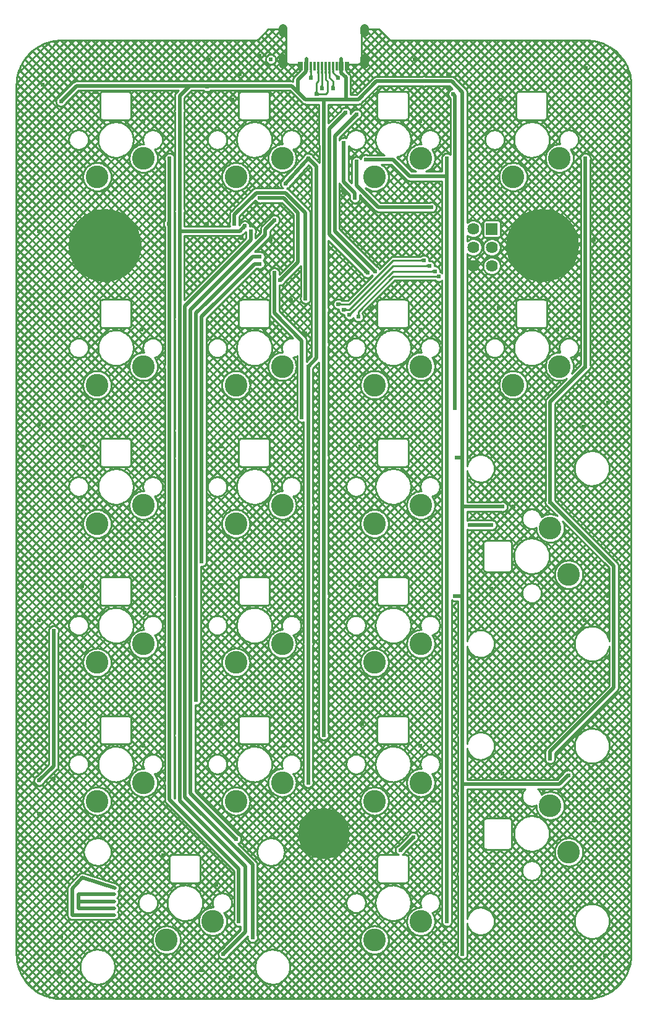
<source format=gtl>
G04 Layer: TopLayer*
G04 EasyEDA v6.4.25, 2022-01-12T23:06:35+11:00*
G04 f164c25aadf14f42abcd0731058902df,bd1e99ad82f14e1cb325c08acf502db4,10*
G04 Gerber Generator version 0.2*
G04 Scale: 100 percent, Rotated: No, Reflected: No *
G04 Dimensions in millimeters *
G04 leading zeros omitted , absolute positions ,4 integer and 5 decimal *
%FSLAX45Y45*%
%MOMM*%

%ADD10C,0.2540*%
%ADD11C,0.5000*%
%ADD12C,0.2500*%
%ADD13C,0.6096*%
%ADD14R,0.3000X1.3000*%
%ADD15C,3.1000*%
%ADD16C,1.6256*%
%ADD18C,10.0000*%
%ADD19C,7.0000*%
%ADD20C,1.2000*%

%LPD*%
G36*
X6125006Y-1258519D02*
G01*
X6127140Y-1279855D01*
X6172860Y-1279855D01*
X6174994Y-1258519D01*
G37*
G36*
X6127140Y-1320139D02*
G01*
X6125006Y-1341475D01*
X6174994Y-1341475D01*
X6172860Y-1320139D01*
G37*
G36*
X2618536Y-787298D02*
G01*
X2602484Y-837285D01*
X2623820Y-840587D01*
X2637790Y-797052D01*
G37*
G36*
X2681478Y-787298D02*
G01*
X2662224Y-797052D01*
X2676194Y-840587D01*
X2697530Y-837285D01*
G37*
G36*
X5583478Y-725068D02*
G01*
X5583529Y-775055D01*
X5604865Y-772922D01*
X5604814Y-727202D01*
G37*
G36*
X5666536Y-725068D02*
G01*
X5645200Y-727202D01*
X5645150Y-772922D01*
X5666486Y-775055D01*
G37*
G36*
X6125006Y-1108506D02*
G01*
X6127140Y-1129842D01*
X6172860Y-1129842D01*
X6174994Y-1108506D01*
G37*
G36*
X6127140Y-1170178D02*
G01*
X6125006Y-1191514D01*
X6174994Y-1191514D01*
X6172860Y-1170178D01*
G37*
G36*
X6125006Y-2833522D02*
G01*
X6127140Y-2854858D01*
X6172860Y-2854858D01*
X6174994Y-2833522D01*
G37*
G36*
X6125006Y-4108500D02*
G01*
X6127140Y-4129836D01*
X6172860Y-4129836D01*
X6174994Y-4108500D01*
G37*
G36*
X6127140Y-4170172D02*
G01*
X6125006Y-4191508D01*
X6174994Y-4191508D01*
X6172860Y-4170172D01*
G37*
G36*
X6125006Y-3508501D02*
G01*
X6127140Y-3529837D01*
X6172860Y-3529837D01*
X6174994Y-3508501D01*
G37*
G36*
X6127140Y-3570173D02*
G01*
X6125006Y-3591509D01*
X6174994Y-3591509D01*
X6172860Y-3570173D01*
G37*
G36*
X6125006Y-5683504D02*
G01*
X6127140Y-5704840D01*
X6172860Y-5704840D01*
X6174994Y-5683504D01*
G37*
G36*
X6125006Y-3958488D02*
G01*
X6127140Y-3979824D01*
X6172860Y-3979824D01*
X6174994Y-3958488D01*
G37*
G36*
X6127140Y-4020159D02*
G01*
X6125006Y-4041495D01*
X6174994Y-4041495D01*
X6172860Y-4020159D01*
G37*
G36*
X6127140Y-2895142D02*
G01*
X6125006Y-2916478D01*
X6174994Y-2916478D01*
X6172860Y-2895142D01*
G37*
G36*
X3416503Y-2325014D02*
G01*
X3395167Y-2327148D01*
X3395167Y-2372868D01*
X3416503Y-2375001D01*
G37*
G36*
X3661613Y-3427984D02*
G01*
X3648049Y-3444595D01*
X3680409Y-3476904D01*
X3697020Y-3463290D01*
G37*
G36*
X4650130Y-2308453D02*
G01*
X4652264Y-2329789D01*
X4697984Y-2329789D01*
X4700117Y-2308453D01*
G37*
G36*
X7569555Y-10248087D02*
G01*
X7552994Y-10261650D01*
X7588351Y-10297007D01*
X7601915Y-10280396D01*
G37*
G36*
X6508496Y-6799986D02*
G01*
X6508496Y-6850024D01*
X6529831Y-6847840D01*
X6529831Y-6802120D01*
G37*
G36*
X6291478Y-6799986D02*
G01*
X6270142Y-6802120D01*
X6270142Y-6847840D01*
X6291478Y-6850024D01*
G37*
G36*
X6658508Y-6549999D02*
G01*
X6658508Y-6599986D01*
X6679844Y-6597853D01*
X6679844Y-6552133D01*
G37*
G36*
X3597910Y-3395116D02*
G01*
X3552190Y-3395167D01*
X3550056Y-3416503D01*
X3600043Y-3416452D01*
G37*
G36*
X6091783Y-7775498D02*
G01*
X6070447Y-7777378D01*
X6069888Y-7823098D01*
X6091224Y-7825486D01*
G37*
G36*
X4224985Y-9658502D02*
G01*
X4227118Y-9679838D01*
X4272838Y-9679838D01*
X4275023Y-9658502D01*
G37*
G36*
X4227169Y-4370171D02*
G01*
X4224985Y-4391507D01*
X4275023Y-4391507D01*
X4272889Y-4370171D01*
G37*
G36*
X4224985Y-4308500D02*
G01*
X4227169Y-4329836D01*
X4272889Y-4329836D01*
X4275023Y-4308500D01*
G37*
G36*
X4227169Y-3895140D02*
G01*
X4224985Y-3916476D01*
X4275023Y-3916476D01*
X4272889Y-3895140D01*
G37*
G36*
X4224985Y-3833520D02*
G01*
X4227169Y-3854856D01*
X4272889Y-3854856D01*
X4275023Y-3833520D01*
G37*
G36*
X4272838Y-5920130D02*
G01*
X4227118Y-5920181D01*
X4224985Y-5941517D01*
X4275023Y-5941466D01*
G37*
G36*
X4224985Y-5858510D02*
G01*
X4227118Y-5879846D01*
X4272838Y-5879846D01*
X4275023Y-5858510D01*
G37*
G36*
X4227169Y-2470150D02*
G01*
X4224985Y-2491486D01*
X4275023Y-2491486D01*
X4272889Y-2470150D01*
G37*
G36*
X4227118Y-7820152D02*
G01*
X4224985Y-7841488D01*
X4275023Y-7841488D01*
X4272838Y-7820152D01*
G37*
G36*
X4224985Y-7758480D02*
G01*
X4227118Y-7779816D01*
X4272838Y-7779867D01*
X4275023Y-7758531D01*
G37*
G36*
X6125006Y-8658504D02*
G01*
X6127140Y-8679840D01*
X6172860Y-8679840D01*
X6174994Y-8658504D01*
G37*
G36*
X6127140Y-5745175D02*
G01*
X6125006Y-5766511D01*
X6174994Y-5766511D01*
X6172860Y-5745175D01*
G37*
G36*
X3333496Y-3125012D02*
G01*
X3333496Y-3175000D01*
X3354832Y-3172866D01*
X3354832Y-3127146D01*
G37*
G36*
X3139592Y-2728061D02*
G01*
X3122980Y-2741625D01*
X3158337Y-2777032D01*
X3171952Y-2760421D01*
G37*
G36*
X7384338Y-6511696D02*
G01*
X7351928Y-6543954D01*
X7365492Y-6560616D01*
X7400899Y-6525310D01*
G37*
G36*
X7325004Y-9983520D02*
G01*
X7327138Y-10004856D01*
X7372858Y-10004856D01*
X7374991Y-9983520D01*
G37*
G36*
X6116523Y-5875020D02*
G01*
X6095136Y-5877153D01*
X6095187Y-5922873D01*
X6116472Y-5925007D01*
G37*
G36*
X6125006Y-11558524D02*
G01*
X6127140Y-11579860D01*
X6172860Y-11579860D01*
X6174994Y-11558524D01*
G37*
G36*
X6127140Y-9720173D02*
G01*
X6125006Y-9741509D01*
X6174994Y-9741509D01*
X6172860Y-9720173D01*
G37*
G36*
X6125006Y-9658502D02*
G01*
X6127140Y-9679838D01*
X6172860Y-9679838D01*
X6174994Y-9658502D01*
G37*
G36*
X6127140Y-10520172D02*
G01*
X6125006Y-10541508D01*
X6174994Y-10541508D01*
X6172860Y-10520172D01*
G37*
G36*
X6125006Y-10458500D02*
G01*
X6127140Y-10479836D01*
X6172860Y-10479836D01*
X6174994Y-10458500D01*
G37*
G36*
X6127140Y-8720175D02*
G01*
X6125006Y-8741511D01*
X6174994Y-8741511D01*
X6172860Y-8720175D01*
G37*
G36*
X6127140Y-11620144D02*
G01*
X6125006Y-11641480D01*
X6174994Y-11641480D01*
X6172860Y-11620144D01*
G37*
G36*
X6125006Y-12658496D02*
G01*
X6127140Y-12679832D01*
X6172860Y-12679832D01*
X6174994Y-12658496D01*
G37*
G36*
X3974947Y-5308447D02*
G01*
X3924960Y-5308549D01*
X3927094Y-5329885D01*
X3972814Y-5329834D01*
G37*
G36*
X2113635Y-10374274D02*
G01*
X2111502Y-10395610D01*
X2161489Y-10395610D01*
X2159355Y-10374274D01*
G37*
G36*
X3061512Y-12212624D02*
G01*
X3063646Y-12233960D01*
X3109366Y-12233960D01*
X3111500Y-12212624D01*
G37*
G36*
X2252116Y-5545175D02*
G01*
X2249982Y-5566511D01*
X2300020Y-5566511D01*
X2297836Y-5545175D01*
G37*
G36*
X2886659Y-12652959D02*
G01*
X2873095Y-12669570D01*
X2905404Y-12701930D01*
X2922016Y-12688316D01*
G37*
G36*
X3974998Y-3683508D02*
G01*
X3977132Y-3704844D01*
X4022851Y-3704844D01*
X4024985Y-3683508D01*
G37*
G36*
X3049879Y-2658414D02*
G01*
X2999892Y-2658567D01*
X3002076Y-2679903D01*
X3047796Y-2679750D01*
G37*
G36*
X5913780Y-1824177D02*
G01*
X5911596Y-1845513D01*
X5961634Y-1845513D01*
X5959500Y-1824177D01*
G37*
G36*
X4866487Y-1799996D02*
G01*
X4845151Y-1802130D01*
X4845151Y-1847850D01*
X4866487Y-1849983D01*
G37*
G36*
X3227171Y-2820162D02*
G01*
X3224987Y-2841498D01*
X3275025Y-2841498D01*
X3272891Y-2820162D01*
G37*
G36*
X3249980Y-12433503D02*
G01*
X3252165Y-12454839D01*
X3297885Y-12454839D01*
X3300018Y-12433503D01*
G37*
G36*
X4620463Y-3911752D02*
G01*
X4598009Y-3919524D01*
X4630369Y-3951884D01*
X4638141Y-3929430D01*
G37*
G36*
X5754827Y-3327146D02*
G01*
X5733491Y-3337509D01*
X5733491Y-3362502D01*
X5754827Y-3372865D01*
G37*
G36*
X4545177Y-3852164D02*
G01*
X4545177Y-3897884D01*
X4566513Y-3887520D01*
X4566513Y-3862476D01*
G37*
G36*
X5679846Y-3252165D02*
G01*
X5658510Y-3262477D01*
X5658510Y-3287522D01*
X5679846Y-3297885D01*
G37*
G36*
X4470146Y-3777132D02*
G01*
X4470146Y-3822852D01*
X4491482Y-3812489D01*
X4491482Y-3787495D01*
G37*
G36*
X5604814Y-3177133D02*
G01*
X5583478Y-3187496D01*
X5583478Y-3212490D01*
X5604865Y-3222853D01*
G37*
G36*
X4048150Y-4607102D02*
G01*
X4034586Y-4623714D01*
X4066895Y-4656023D01*
X4083507Y-4642459D01*
G37*
G36*
X661568Y-977950D02*
G01*
X648055Y-994562D01*
X680415Y-1026820D01*
X697026Y-1013206D01*
G37*
G36*
X4938318Y-3303015D02*
G01*
X4902962Y-3338372D01*
X4919573Y-3351936D01*
X4951882Y-3319576D01*
G37*
G36*
X4838344Y-3327958D02*
G01*
X4802987Y-3363366D01*
X4819599Y-3376929D01*
X4851908Y-3344570D01*
G37*
G36*
X2250084Y-5483453D02*
G01*
X2252167Y-5504789D01*
X2297887Y-5504891D01*
X2300071Y-5483555D01*
G37*
G36*
X4677156Y-1870151D02*
G01*
X4674971Y-1891487D01*
X4725009Y-1891487D01*
X4722876Y-1870151D01*
G37*
G36*
X527100Y-8295081D02*
G01*
X524916Y-8316417D01*
X574903Y-8316569D01*
X572820Y-8295233D01*
G37*
G36*
X4059936Y-606602D02*
G01*
X4062425Y-644093D01*
X4087418Y-644093D01*
X4089908Y-606602D01*
G37*
G36*
X4087418Y-658469D02*
G01*
X4062425Y-658520D01*
X4052112Y-679856D01*
X4097832Y-679805D01*
G37*
G36*
X4160012Y-606602D02*
G01*
X4162298Y-644702D01*
X4187698Y-644702D01*
X4189984Y-606602D01*
G37*
G36*
X4137406Y-883462D02*
G01*
X4127195Y-904798D01*
X4172915Y-904900D01*
X4162806Y-883513D01*
G37*
G36*
X4170172Y-902157D02*
G01*
X4170172Y-947877D01*
X4191508Y-937666D01*
X4191508Y-912266D01*
G37*
G36*
X4260088Y-606602D02*
G01*
X4262374Y-644702D01*
X4287774Y-644702D01*
X4290060Y-606602D01*
G37*
G36*
X4210050Y-606602D02*
G01*
X4212539Y-644093D01*
X4237532Y-644093D01*
X4240022Y-606602D01*
G37*
G36*
X4212539Y-808482D02*
G01*
X4202176Y-829818D01*
X4247896Y-829868D01*
X4237532Y-808532D01*
G37*
G36*
X4359910Y-606602D02*
G01*
X4362500Y-624992D01*
X4387494Y-624992D01*
X4389882Y-606602D01*
G37*
G36*
X4429506Y-661822D02*
G01*
X4411827Y-679500D01*
X4419600Y-701903D01*
X4451908Y-669594D01*
G37*
G36*
X4310126Y-606602D02*
G01*
X4312513Y-644093D01*
X4337507Y-644093D01*
X4340098Y-606602D01*
G37*
G36*
X4387392Y-808482D02*
G01*
X4362399Y-808532D01*
X4352086Y-829919D01*
X4397806Y-829767D01*
G37*
G36*
X6055410Y-923036D02*
G01*
X6023152Y-955395D01*
X6032347Y-967638D01*
X6067704Y-932281D01*
G37*
G36*
X6025032Y-5183479D02*
G01*
X6027166Y-5204815D01*
X6072886Y-5204866D01*
X6075019Y-5183530D01*
G37*
G36*
X3333496Y-3224987D02*
G01*
X3333496Y-3275025D01*
X3354832Y-3272840D01*
X3354832Y-3227120D01*
G37*
G36*
X3544570Y-2648102D02*
G01*
X3528009Y-2661716D01*
X3563365Y-2697022D01*
X3576929Y-2680411D01*
G37*
D11*
X6150000Y-2875000D02*
G01*
X6150000Y-5725007D01*
X6150000Y-5725007D01*
X6150000Y-8700008D02*
G01*
X6150000Y-11600002D01*
X6150000Y-11600002D01*
X3892804Y-892810D02*
G01*
X3892804Y-732281D01*
X4009136Y-615950D01*
X4012498Y-437499D01*
X7353808Y-6513576D02*
G01*
X8225027Y-7384795D01*
X8225027Y-9050020D01*
X7349997Y-9925050D01*
X7349997Y-10025126D01*
D12*
X4325111Y-541528D02*
G01*
X4325111Y-700023D01*
X4374895Y-749807D01*
X4374895Y-850137D01*
X4374895Y-541528D02*
G01*
X4374895Y-625094D01*
X4450079Y-700023D01*
D11*
X4487499Y-437499D02*
G01*
X4490720Y-634237D01*
X4553965Y-697484D01*
X4553965Y-975105D01*
D12*
X4074998Y-541517D02*
G01*
X4074922Y-700023D01*
X4074922Y-700023D01*
D10*
X4174997Y-541517D02*
G01*
X4174997Y-750062D01*
X4150106Y-774954D01*
X4150106Y-924813D01*
X4150106Y-925068D01*
D12*
X4225010Y-541517D02*
G01*
X4225036Y-849884D01*
X4225036Y-850137D01*
D10*
X4150106Y-925068D02*
G01*
X4275074Y-925068D01*
X4299965Y-899921D01*
X4299965Y-750062D01*
X4275074Y-725170D01*
X4274997Y-541517D01*
D11*
X4250001Y-999997D02*
G01*
X4253811Y-2450084D01*
X2412491Y-812292D02*
G01*
X3812280Y-812292D01*
X3999991Y-1000000D01*
X4724908Y-1000000D01*
X4974841Y-750062D01*
X5999993Y-750062D01*
X6150000Y-900069D01*
X6150000Y-2875000D01*
X2412491Y-812292D02*
G01*
X862584Y-812292D01*
X649986Y-1024889D01*
X2412491Y-812292D02*
G01*
X2275077Y-949960D01*
X2275077Y-5525007D01*
X4949952Y-3350005D02*
G01*
X4400041Y-2800095D01*
X4400041Y-1499870D01*
X4700015Y-1199895D01*
X350012Y-10324998D02*
G01*
X549907Y-10125102D01*
X549907Y-8275065D01*
X4036568Y-4654042D02*
G01*
X4150106Y-4540504D01*
X4150106Y-1917445D01*
X4036568Y-1803907D01*
X3725011Y-2150008D02*
G01*
X4036593Y-1804009D01*
D12*
X4725007Y-3975000D02*
G01*
X4725007Y-3899992D01*
X5199987Y-3425012D01*
X5825007Y-3425012D01*
X4449998Y-3799992D02*
G01*
X4600003Y-3799992D01*
X5200002Y-3199993D01*
X5625007Y-3199993D01*
X4524994Y-3875001D02*
G01*
X4599980Y-3875001D01*
X5199979Y-3274999D01*
X5700013Y-3274999D01*
X4599942Y-3949954D02*
G01*
X5199890Y-3350005D01*
X5774994Y-3350005D01*
D11*
X7836618Y-1804012D02*
G01*
X7836507Y-4654138D01*
X5299991Y-11275006D02*
G01*
X5474995Y-11100005D01*
X5474995Y-11100003D01*
X3999991Y-3724910D02*
G01*
X3999991Y-2550921D01*
X3724909Y-2275078D01*
X3324859Y-2275078D01*
X3024886Y-2575052D01*
X3024886Y-2700020D01*
X7836408Y-4654224D02*
G01*
X7353808Y-5136824D01*
X7353808Y-6513504D01*
X2275077Y-5525007D02*
G01*
X2275077Y-10600181D01*
X3175000Y-11500104D01*
X3175000Y-12400026D01*
X2875025Y-12700000D01*
X2136393Y-10354055D02*
G01*
X2136393Y-10586720D01*
X3086608Y-11536679D01*
X3086608Y-12254229D01*
X4849873Y-3374900D02*
G01*
X4325106Y-2849879D01*
X4325106Y-1399900D01*
X4550003Y-1175004D01*
X3250008Y-2799996D02*
G01*
X3250008Y-2924992D01*
X2349995Y-3825001D01*
X2349995Y-10550133D01*
X3274999Y-11475138D01*
X3274999Y-12475006D01*
X6150000Y-11600004D02*
G01*
X6150000Y-11600004D01*
X6150000Y-12700000D01*
X3724909Y-2275839D02*
G01*
X3999991Y-2550921D01*
X3999991Y-3724910D01*
X3575050Y-2649984D02*
G01*
X3450084Y-2774950D01*
X3450084Y-2850387D01*
X2424993Y-3875471D01*
X2424993Y-10499984D01*
X3050006Y-11124996D01*
X3169920Y-2729992D02*
G01*
X3100070Y-2800095D01*
X2275077Y-2800095D01*
X3374999Y-3250003D02*
G01*
X3299990Y-3250003D01*
X2574998Y-3974993D01*
X2574998Y-7325001D01*
X2575001Y-7325004D01*
X2649872Y-3775130D02*
G01*
X2500002Y-3925001D01*
X2500002Y-9225000D01*
X2499995Y-9225000D01*
X3374897Y-3150107D02*
G01*
X3275075Y-3150107D01*
X2649981Y-3775202D01*
X4249922Y-2450015D02*
G01*
X4250004Y-2450096D01*
X4250004Y-9700005D01*
X6050025Y-7800086D02*
G01*
X6150102Y-7800594D01*
X6150000Y-5725007D02*
G01*
X6150000Y-8700008D01*
X6150000Y-8700008D01*
X6700011Y-6575044D02*
G01*
X6150102Y-6575044D01*
X6150102Y-6790689D01*
X6150000Y-5900229D02*
G01*
X6149784Y-5900013D01*
X6074994Y-5900013D01*
X7600000Y-10249999D02*
G01*
X7475847Y-10374152D01*
X6150000Y-10374152D01*
X6150000Y-10499996D02*
G01*
X6150000Y-10500004D01*
X6150000Y-10500004D01*
X6549999Y-6825002D02*
G01*
X6250002Y-6825002D01*
X6250000Y-6825005D01*
X5936505Y-6554134D02*
G01*
X5936617Y-1804012D01*
X5936505Y-12254115D02*
G01*
X5936505Y-10354119D01*
X4036479Y-8454123D02*
G01*
X4036479Y-10354119D01*
X4036479Y-6554134D02*
G01*
X4036479Y-8454123D01*
X4036479Y-4654138D02*
G01*
X4036479Y-6554134D01*
X2136490Y-4654138D02*
G01*
X2136490Y-10375135D01*
X4825009Y-1824989D02*
G01*
X5199989Y-1824989D01*
X5425008Y-2050008D01*
X5936617Y-2050008D01*
X5936617Y-1804014D01*
X4675126Y-2349939D02*
G01*
X4675126Y-2275004D01*
X4525009Y-2124890D01*
X4525009Y-1589064D01*
X4699993Y-1850009D02*
G01*
X4699993Y-2174986D01*
X5000007Y-2475001D01*
X5725007Y-2475001D01*
X5936505Y-10354119D02*
G01*
X5936505Y-6554134D01*
X2136602Y-1804012D02*
G01*
X2136490Y-4654138D01*
X3650005Y-3474999D02*
G01*
X3650005Y-3474948D01*
X3899915Y-3225037D01*
X3899915Y-2549903D01*
X3700015Y-2350007D01*
X3374900Y-2350007D01*
X3575050Y-3374897D02*
G01*
X3575050Y-3925062D01*
X3949954Y-4299965D01*
X3949954Y-5225034D01*
X3949948Y-5224965D02*
G01*
X3949948Y-5349946D01*
X3950004Y-5350002D01*
X6025134Y-925065D02*
G01*
X6050023Y-949957D01*
X6050023Y-5225008D01*
X6050000Y-5225008D01*
D10*
X4588871Y-2098437D02*
G01*
X4588871Y-1635481D01*
X4588871Y-1635481D02*
G01*
X4591503Y-1638840D01*
X4591503Y-1638840D02*
G01*
X4602955Y-1650292D01*
X4602955Y-1650292D02*
G01*
X4615703Y-1660279D01*
X4615703Y-1660279D02*
G01*
X4629563Y-1668658D01*
X4629563Y-1668658D02*
G01*
X4644331Y-1675305D01*
X4644331Y-1675305D02*
G01*
X4659792Y-1680122D01*
X4659792Y-1680122D02*
G01*
X4675722Y-1683042D01*
X4675722Y-1683042D02*
G01*
X4691888Y-1684020D01*
X4691888Y-1684020D02*
G01*
X4708053Y-1683042D01*
X4708053Y-1683042D02*
G01*
X4723983Y-1680122D01*
X4723983Y-1680122D02*
G01*
X4739444Y-1675305D01*
X4739444Y-1675305D02*
G01*
X4754212Y-1668658D01*
X4754212Y-1668658D02*
G01*
X4768072Y-1660279D01*
X4768072Y-1660279D02*
G01*
X4780820Y-1650292D01*
X4780820Y-1650292D02*
G01*
X4792272Y-1638840D01*
X4792272Y-1638840D02*
G01*
X4802259Y-1626092D01*
X4802259Y-1626092D02*
G01*
X4810638Y-1612232D01*
X4810638Y-1612232D02*
G01*
X4817285Y-1597464D01*
X4817285Y-1597464D02*
G01*
X4822102Y-1582003D01*
X4822102Y-1582003D02*
G01*
X4825022Y-1566073D01*
X4825022Y-1566073D02*
G01*
X4826000Y-1549907D01*
X4826000Y-1549907D02*
G01*
X4825022Y-1533742D01*
X4825022Y-1533742D02*
G01*
X4822102Y-1517812D01*
X4822102Y-1517812D02*
G01*
X4817285Y-1502351D01*
X4817285Y-1502351D02*
G01*
X4810638Y-1487583D01*
X4810638Y-1487583D02*
G01*
X4802259Y-1473723D01*
X4802259Y-1473723D02*
G01*
X4792272Y-1460975D01*
X4792272Y-1460975D02*
G01*
X4780820Y-1449523D01*
X4780820Y-1449523D02*
G01*
X4768072Y-1439536D01*
X4768072Y-1439536D02*
G01*
X4754212Y-1431157D01*
X4754212Y-1431157D02*
G01*
X4739444Y-1424510D01*
X4739444Y-1424510D02*
G01*
X4723983Y-1419693D01*
X4723983Y-1419693D02*
G01*
X4708053Y-1416773D01*
X4708053Y-1416773D02*
G01*
X4691888Y-1415795D01*
X4691888Y-1415795D02*
G01*
X4675722Y-1416773D01*
X4675722Y-1416773D02*
G01*
X4659792Y-1419693D01*
X4659792Y-1419693D02*
G01*
X4644331Y-1424510D01*
X4644331Y-1424510D02*
G01*
X4629563Y-1431157D01*
X4629563Y-1431157D02*
G01*
X4615703Y-1439536D01*
X4615703Y-1439536D02*
G01*
X4602955Y-1449523D01*
X4602955Y-1449523D02*
G01*
X4591503Y-1460975D01*
X4591503Y-1460975D02*
G01*
X4581516Y-1473723D01*
X4581516Y-1473723D02*
G01*
X4573137Y-1487583D01*
X4573137Y-1487583D02*
G01*
X4566490Y-1502351D01*
X4566490Y-1502351D02*
G01*
X4561673Y-1517812D01*
X4561673Y-1517812D02*
G01*
X4559593Y-1529162D01*
X4559593Y-1529162D02*
G01*
X4557535Y-1527834D01*
X4557535Y-1527834D02*
G01*
X4546717Y-1523218D01*
X4546717Y-1523218D02*
G01*
X4535275Y-1520496D01*
X4535275Y-1520496D02*
G01*
X4523538Y-1519748D01*
X4523538Y-1519748D02*
G01*
X4511843Y-1520994D01*
X4511843Y-1520994D02*
G01*
X4500526Y-1524198D01*
X4500526Y-1524198D02*
G01*
X4489915Y-1529269D01*
X4489915Y-1529269D02*
G01*
X4480312Y-1536060D01*
X4480312Y-1536060D02*
G01*
X4471996Y-1544377D01*
X4471996Y-1544377D02*
G01*
X4465204Y-1553979D01*
X4465204Y-1553979D02*
G01*
X4463903Y-1556702D01*
X4463903Y-1556702D02*
G01*
X4463903Y-1526322D01*
X4463903Y-1526322D02*
G01*
X4726314Y-1263911D01*
X4726314Y-1263911D02*
G01*
X4729887Y-1262563D01*
X4729887Y-1262563D02*
G01*
X4740031Y-1256610D01*
X4740031Y-1256610D02*
G01*
X4749022Y-1249029D01*
X4749022Y-1249029D02*
G01*
X4756603Y-1240038D01*
X4756603Y-1240038D02*
G01*
X4762556Y-1229894D01*
X4762556Y-1229894D02*
G01*
X4766709Y-1218890D01*
X4766709Y-1218890D02*
G01*
X4768942Y-1207343D01*
X4768942Y-1207343D02*
G01*
X4769192Y-1195584D01*
X4769192Y-1195584D02*
G01*
X4767450Y-1183953D01*
X4767450Y-1183953D02*
G01*
X4763768Y-1172783D01*
X4763768Y-1172783D02*
G01*
X4758252Y-1162395D01*
X4758252Y-1162395D02*
G01*
X4751059Y-1153090D01*
X4751059Y-1153090D02*
G01*
X4742397Y-1145134D01*
X4742397Y-1145134D02*
G01*
X4732515Y-1138756D01*
X4732515Y-1138756D02*
G01*
X4721698Y-1134140D01*
X4721698Y-1134140D02*
G01*
X4710256Y-1131419D01*
X4710256Y-1131419D02*
G01*
X4698518Y-1130671D01*
X4698518Y-1130671D02*
G01*
X4686823Y-1131917D01*
X4686823Y-1131917D02*
G01*
X4675507Y-1135121D01*
X4675507Y-1135121D02*
G01*
X4664895Y-1140192D01*
X4664895Y-1140192D02*
G01*
X4655293Y-1146983D01*
X4655293Y-1146983D02*
G01*
X4646976Y-1155300D01*
X4646976Y-1155300D02*
G01*
X4640185Y-1164902D01*
X4640185Y-1164902D02*
G01*
X4636058Y-1173538D01*
X4636058Y-1173538D02*
G01*
X4616967Y-1192630D01*
X4616967Y-1192630D02*
G01*
X4618955Y-1182349D01*
X4618955Y-1182349D02*
G01*
X4619205Y-1170591D01*
X4619205Y-1170591D02*
G01*
X4617463Y-1158959D01*
X4617463Y-1158959D02*
G01*
X4613781Y-1147789D01*
X4613781Y-1147789D02*
G01*
X4608265Y-1137402D01*
X4608265Y-1137402D02*
G01*
X4601072Y-1128097D01*
X4601072Y-1128097D02*
G01*
X4592410Y-1120141D01*
X4592410Y-1120141D02*
G01*
X4582528Y-1113763D01*
X4582528Y-1113763D02*
G01*
X4571711Y-1109147D01*
X4571711Y-1109147D02*
G01*
X4560269Y-1106426D01*
X4560269Y-1106426D02*
G01*
X4548531Y-1105677D01*
X4548531Y-1105677D02*
G01*
X4536836Y-1106923D01*
X4536836Y-1106923D02*
G01*
X4525520Y-1110128D01*
X4525520Y-1110128D02*
G01*
X4514908Y-1115198D01*
X4514908Y-1115198D02*
G01*
X4505306Y-1121990D01*
X4505306Y-1121990D02*
G01*
X4496989Y-1130306D01*
X4496989Y-1130306D02*
G01*
X4490198Y-1139909D01*
X4490198Y-1139909D02*
G01*
X4486001Y-1148691D01*
X4486001Y-1148691D02*
G01*
X4314704Y-1319988D01*
X4314704Y-1319988D02*
G01*
X4314031Y-1063862D01*
X4314031Y-1063862D02*
G01*
X4724908Y-1063862D01*
X4724908Y-1063862D02*
G01*
X4730474Y-1063619D01*
X4730474Y-1063619D02*
G01*
X4735997Y-1062892D01*
X4735997Y-1062892D02*
G01*
X4741437Y-1061686D01*
X4741437Y-1061686D02*
G01*
X4746749Y-1060011D01*
X4746749Y-1060011D02*
G01*
X4751897Y-1057878D01*
X4751897Y-1057878D02*
G01*
X4756839Y-1055306D01*
X4756839Y-1055306D02*
G01*
X4761538Y-1052312D01*
X4761538Y-1052312D02*
G01*
X4765957Y-1048921D01*
X4765957Y-1048921D02*
G01*
X4770065Y-1045157D01*
X4770065Y-1045157D02*
G01*
X5001294Y-813923D01*
X5001294Y-813923D02*
G01*
X5598200Y-813923D01*
X5598200Y-813923D02*
G01*
X5608963Y-817471D01*
X5608963Y-817471D02*
G01*
X5620595Y-819212D01*
X5620595Y-819212D02*
G01*
X5632353Y-818963D01*
X5632353Y-818963D02*
G01*
X5643900Y-816729D01*
X5643900Y-816729D02*
G01*
X5651335Y-813923D01*
X5651335Y-813923D02*
G01*
X5973540Y-813923D01*
X5973540Y-813923D02*
G01*
X6016076Y-856460D01*
X6016076Y-856460D02*
G01*
X6011840Y-856911D01*
X6011840Y-856911D02*
G01*
X6000523Y-860115D01*
X6000523Y-860115D02*
G01*
X5989912Y-865186D01*
X5989912Y-865186D02*
G01*
X5980309Y-871977D01*
X5980309Y-871977D02*
G01*
X5971993Y-880294D01*
X5971993Y-880294D02*
G01*
X5965201Y-889896D01*
X5965201Y-889896D02*
G01*
X5960131Y-900508D01*
X5960131Y-900508D02*
G01*
X5956926Y-911824D01*
X5956926Y-911824D02*
G01*
X5955680Y-923519D01*
X5955680Y-923519D02*
G01*
X5956429Y-935257D01*
X5956429Y-935257D02*
G01*
X5959150Y-946699D01*
X5959150Y-946699D02*
G01*
X5963766Y-957517D01*
X5963766Y-957517D02*
G01*
X5970144Y-967398D01*
X5970144Y-967398D02*
G01*
X5978100Y-976060D01*
X5978100Y-976060D02*
G01*
X5986161Y-982292D01*
X5986161Y-982292D02*
G01*
X5986161Y-1755704D01*
X5986161Y-1755704D02*
G01*
X5979022Y-1749146D01*
X5979022Y-1749146D02*
G01*
X5969140Y-1742768D01*
X5969140Y-1742768D02*
G01*
X5958322Y-1738152D01*
X5958322Y-1738152D02*
G01*
X5946880Y-1735431D01*
X5946880Y-1735431D02*
G01*
X5935143Y-1734683D01*
X5935143Y-1734683D02*
G01*
X5923448Y-1735929D01*
X5923448Y-1735929D02*
G01*
X5912131Y-1739133D01*
X5912131Y-1739133D02*
G01*
X5901520Y-1744204D01*
X5901520Y-1744204D02*
G01*
X5891917Y-1750995D01*
X5891917Y-1750995D02*
G01*
X5883601Y-1759312D01*
X5883601Y-1759312D02*
G01*
X5876809Y-1768914D01*
X5876809Y-1768914D02*
G01*
X5871739Y-1779526D01*
X5871739Y-1779526D02*
G01*
X5868534Y-1790842D01*
X5868534Y-1790842D02*
G01*
X5867288Y-1802537D01*
X5867288Y-1802537D02*
G01*
X5868037Y-1814275D01*
X5868037Y-1814275D02*
G01*
X5870758Y-1825717D01*
X5870758Y-1825717D02*
G01*
X5872755Y-1830396D01*
X5872755Y-1830396D02*
G01*
X5872751Y-1986146D01*
X5872751Y-1986146D02*
G01*
X5646800Y-1986146D01*
X5646800Y-1986146D02*
G01*
X5648217Y-1985702D01*
X5648217Y-1985702D02*
G01*
X5666263Y-1977957D01*
X5666263Y-1977957D02*
G01*
X5683433Y-1968427D01*
X5683433Y-1968427D02*
G01*
X5699551Y-1957209D01*
X5699551Y-1957209D02*
G01*
X5714452Y-1944417D01*
X5714452Y-1944417D02*
G01*
X5727982Y-1930184D01*
X5727982Y-1930184D02*
G01*
X5740002Y-1914655D01*
X5740002Y-1914655D02*
G01*
X5750390Y-1897989D01*
X5750390Y-1897989D02*
G01*
X5759038Y-1880358D01*
X5759038Y-1880358D02*
G01*
X5765858Y-1861942D01*
X5765858Y-1861942D02*
G01*
X5770781Y-1842932D01*
X5770781Y-1842932D02*
G01*
X5773755Y-1823520D01*
X5773755Y-1823520D02*
G01*
X5774749Y-1803907D01*
X5774749Y-1803907D02*
G01*
X5773755Y-1784295D01*
X5773755Y-1784295D02*
G01*
X5770781Y-1764883D01*
X5770781Y-1764883D02*
G01*
X5765858Y-1745873D01*
X5765858Y-1745873D02*
G01*
X5759038Y-1727457D01*
X5759038Y-1727457D02*
G01*
X5750390Y-1709826D01*
X5750390Y-1709826D02*
G01*
X5740002Y-1693160D01*
X5740002Y-1693160D02*
G01*
X5731161Y-1681739D01*
X5731161Y-1681739D02*
G01*
X5739983Y-1680122D01*
X5739983Y-1680122D02*
G01*
X5755444Y-1675305D01*
X5755444Y-1675305D02*
G01*
X5770212Y-1668658D01*
X5770212Y-1668658D02*
G01*
X5784072Y-1660279D01*
X5784072Y-1660279D02*
G01*
X5796820Y-1650292D01*
X5796820Y-1650292D02*
G01*
X5808272Y-1638840D01*
X5808272Y-1638840D02*
G01*
X5818259Y-1626092D01*
X5818259Y-1626092D02*
G01*
X5826638Y-1612232D01*
X5826638Y-1612232D02*
G01*
X5833285Y-1597464D01*
X5833285Y-1597464D02*
G01*
X5838102Y-1582003D01*
X5838102Y-1582003D02*
G01*
X5841022Y-1566073D01*
X5841022Y-1566073D02*
G01*
X5842000Y-1549907D01*
X5842000Y-1549907D02*
G01*
X5841022Y-1533742D01*
X5841022Y-1533742D02*
G01*
X5838102Y-1517812D01*
X5838102Y-1517812D02*
G01*
X5833285Y-1502351D01*
X5833285Y-1502351D02*
G01*
X5826638Y-1487583D01*
X5826638Y-1487583D02*
G01*
X5818259Y-1473723D01*
X5818259Y-1473723D02*
G01*
X5808272Y-1460975D01*
X5808272Y-1460975D02*
G01*
X5796820Y-1449523D01*
X5796820Y-1449523D02*
G01*
X5784072Y-1439536D01*
X5784072Y-1439536D02*
G01*
X5770212Y-1431157D01*
X5770212Y-1431157D02*
G01*
X5755444Y-1424510D01*
X5755444Y-1424510D02*
G01*
X5739983Y-1419693D01*
X5739983Y-1419693D02*
G01*
X5724053Y-1416773D01*
X5724053Y-1416773D02*
G01*
X5707888Y-1415795D01*
X5707888Y-1415795D02*
G01*
X5691722Y-1416773D01*
X5691722Y-1416773D02*
G01*
X5675792Y-1419693D01*
X5675792Y-1419693D02*
G01*
X5660331Y-1424510D01*
X5660331Y-1424510D02*
G01*
X5645563Y-1431157D01*
X5645563Y-1431157D02*
G01*
X5631703Y-1439536D01*
X5631703Y-1439536D02*
G01*
X5618955Y-1449523D01*
X5618955Y-1449523D02*
G01*
X5607503Y-1460975D01*
X5607503Y-1460975D02*
G01*
X5597516Y-1473723D01*
X5597516Y-1473723D02*
G01*
X5589137Y-1487583D01*
X5589137Y-1487583D02*
G01*
X5582490Y-1502351D01*
X5582490Y-1502351D02*
G01*
X5577673Y-1517812D01*
X5577673Y-1517812D02*
G01*
X5574753Y-1533742D01*
X5574753Y-1533742D02*
G01*
X5573775Y-1549907D01*
X5573775Y-1549907D02*
G01*
X5574753Y-1566073D01*
X5574753Y-1566073D02*
G01*
X5577673Y-1582003D01*
X5577673Y-1582003D02*
G01*
X5582490Y-1597464D01*
X5582490Y-1597464D02*
G01*
X5588265Y-1610295D01*
X5588265Y-1610295D02*
G01*
X5571069Y-1610295D01*
X5571069Y-1610295D02*
G01*
X5551531Y-1612281D01*
X5551531Y-1612281D02*
G01*
X5532296Y-1616235D01*
X5532296Y-1616235D02*
G01*
X5513558Y-1622113D01*
X5513558Y-1622113D02*
G01*
X5495512Y-1629858D01*
X5495512Y-1629858D02*
G01*
X5478342Y-1639388D01*
X5478342Y-1639388D02*
G01*
X5462224Y-1650606D01*
X5462224Y-1650606D02*
G01*
X5447323Y-1663398D01*
X5447323Y-1663398D02*
G01*
X5433793Y-1677631D01*
X5433793Y-1677631D02*
G01*
X5421773Y-1693160D01*
X5421773Y-1693160D02*
G01*
X5411385Y-1709826D01*
X5411385Y-1709826D02*
G01*
X5402737Y-1727457D01*
X5402737Y-1727457D02*
G01*
X5395917Y-1745873D01*
X5395917Y-1745873D02*
G01*
X5390994Y-1764883D01*
X5390994Y-1764883D02*
G01*
X5388020Y-1784295D01*
X5388020Y-1784295D02*
G01*
X5387026Y-1803907D01*
X5387026Y-1803907D02*
G01*
X5388020Y-1823520D01*
X5388020Y-1823520D02*
G01*
X5390994Y-1842932D01*
X5390994Y-1842932D02*
G01*
X5395917Y-1861942D01*
X5395917Y-1861942D02*
G01*
X5402737Y-1880358D01*
X5402737Y-1880358D02*
G01*
X5411385Y-1897989D01*
X5411385Y-1897989D02*
G01*
X5421773Y-1914655D01*
X5421773Y-1914655D02*
G01*
X5433793Y-1930184D01*
X5433793Y-1930184D02*
G01*
X5447323Y-1944417D01*
X5447323Y-1944417D02*
G01*
X5462224Y-1957209D01*
X5462224Y-1957209D02*
G01*
X5478342Y-1968427D01*
X5478342Y-1968427D02*
G01*
X5495512Y-1977957D01*
X5495512Y-1977957D02*
G01*
X5513558Y-1985702D01*
X5513558Y-1985702D02*
G01*
X5514975Y-1986146D01*
X5514975Y-1986146D02*
G01*
X5451460Y-1986146D01*
X5451460Y-1986146D02*
G01*
X5252635Y-1787321D01*
X5252635Y-1787321D02*
G01*
X5270854Y-1782661D01*
X5270854Y-1782661D02*
G01*
X5291726Y-1775243D01*
X5291726Y-1775243D02*
G01*
X5311836Y-1765958D01*
X5311836Y-1765958D02*
G01*
X5331019Y-1754883D01*
X5331019Y-1754883D02*
G01*
X5349115Y-1742110D01*
X5349115Y-1742110D02*
G01*
X5365975Y-1727743D01*
X5365975Y-1727743D02*
G01*
X5381458Y-1711903D01*
X5381458Y-1711903D02*
G01*
X5395437Y-1694721D01*
X5395437Y-1694721D02*
G01*
X5407795Y-1676339D01*
X5407795Y-1676339D02*
G01*
X5418431Y-1656909D01*
X5418431Y-1656909D02*
G01*
X5427255Y-1636593D01*
X5427255Y-1636593D02*
G01*
X5434196Y-1615558D01*
X5434196Y-1615558D02*
G01*
X5439195Y-1593979D01*
X5439195Y-1593979D02*
G01*
X5442211Y-1572035D01*
X5442211Y-1572035D02*
G01*
X5443220Y-1549907D01*
X5443220Y-1549907D02*
G01*
X5442211Y-1527780D01*
X5442211Y-1527780D02*
G01*
X5439195Y-1505836D01*
X5439195Y-1505836D02*
G01*
X5434196Y-1484257D01*
X5434196Y-1484257D02*
G01*
X5427255Y-1463222D01*
X5427255Y-1463222D02*
G01*
X5418431Y-1442906D01*
X5418431Y-1442906D02*
G01*
X5407795Y-1423476D01*
X5407795Y-1423476D02*
G01*
X5395437Y-1405094D01*
X5395437Y-1405094D02*
G01*
X5381458Y-1387912D01*
X5381458Y-1387912D02*
G01*
X5365975Y-1372072D01*
X5365975Y-1372072D02*
G01*
X5349115Y-1357705D01*
X5349115Y-1357705D02*
G01*
X5331019Y-1344932D01*
X5331019Y-1344932D02*
G01*
X5311836Y-1333857D01*
X5311836Y-1333857D02*
G01*
X5291726Y-1324572D01*
X5291726Y-1324572D02*
G01*
X5270854Y-1317154D01*
X5270854Y-1317154D02*
G01*
X5249395Y-1311665D01*
X5249395Y-1311665D02*
G01*
X5227525Y-1308150D01*
X5227525Y-1308150D02*
G01*
X5205426Y-1306638D01*
X5205426Y-1306638D02*
G01*
X5183282Y-1307143D01*
X5183282Y-1307143D02*
G01*
X5161275Y-1309659D01*
X5161275Y-1309659D02*
G01*
X5139588Y-1314165D01*
X5139588Y-1314165D02*
G01*
X5118400Y-1320625D01*
X5118400Y-1320625D02*
G01*
X5097888Y-1328985D01*
X5097888Y-1328985D02*
G01*
X5078222Y-1339176D01*
X5078222Y-1339176D02*
G01*
X5059563Y-1351113D01*
X5059563Y-1351113D02*
G01*
X5042067Y-1364697D01*
X5042067Y-1364697D02*
G01*
X5025878Y-1379815D01*
X5025878Y-1379815D02*
G01*
X5011132Y-1396344D01*
X5011132Y-1396344D02*
G01*
X4997950Y-1414144D01*
X4997950Y-1414144D02*
G01*
X4986441Y-1433070D01*
X4986441Y-1433070D02*
G01*
X4976701Y-1452964D01*
X4976701Y-1452964D02*
G01*
X4968810Y-1473661D01*
X4968810Y-1473661D02*
G01*
X4962834Y-1494990D01*
X4962834Y-1494990D02*
G01*
X4958822Y-1516774D01*
X4958822Y-1516774D02*
G01*
X4956808Y-1538832D01*
X4956808Y-1538832D02*
G01*
X4956808Y-1560983D01*
X4956808Y-1560983D02*
G01*
X4958822Y-1583041D01*
X4958822Y-1583041D02*
G01*
X4962834Y-1604825D01*
X4962834Y-1604825D02*
G01*
X4968810Y-1626154D01*
X4968810Y-1626154D02*
G01*
X4976701Y-1646851D01*
X4976701Y-1646851D02*
G01*
X4986441Y-1666745D01*
X4986441Y-1666745D02*
G01*
X4997950Y-1685671D01*
X4997950Y-1685671D02*
G01*
X5011132Y-1703471D01*
X5011132Y-1703471D02*
G01*
X5025878Y-1720000D01*
X5025878Y-1720000D02*
G01*
X5042067Y-1735118D01*
X5042067Y-1735118D02*
G01*
X5059563Y-1748702D01*
X5059563Y-1748702D02*
G01*
X5078222Y-1760639D01*
X5078222Y-1760639D02*
G01*
X5079164Y-1761128D01*
X5079164Y-1761128D02*
G01*
X4851391Y-1761128D01*
X4851391Y-1761128D02*
G01*
X4846717Y-1759133D01*
X4846717Y-1759133D02*
G01*
X4835275Y-1756412D01*
X4835275Y-1756412D02*
G01*
X4823537Y-1755663D01*
X4823537Y-1755663D02*
G01*
X4811842Y-1756909D01*
X4811842Y-1756909D02*
G01*
X4800526Y-1760114D01*
X4800526Y-1760114D02*
G01*
X4789914Y-1765184D01*
X4789914Y-1765184D02*
G01*
X4780312Y-1771976D01*
X4780312Y-1771976D02*
G01*
X4771995Y-1780292D01*
X4771995Y-1780292D02*
G01*
X4765204Y-1789895D01*
X4765204Y-1789895D02*
G01*
X4760133Y-1800506D01*
X4760133Y-1800506D02*
G01*
X4757162Y-1810997D01*
X4757162Y-1810997D02*
G01*
X4751059Y-1803102D01*
X4751059Y-1803102D02*
G01*
X4742397Y-1795146D01*
X4742397Y-1795146D02*
G01*
X4732515Y-1788768D01*
X4732515Y-1788768D02*
G01*
X4721698Y-1784152D01*
X4721698Y-1784152D02*
G01*
X4710256Y-1781431D01*
X4710256Y-1781431D02*
G01*
X4698518Y-1780682D01*
X4698518Y-1780682D02*
G01*
X4686823Y-1781928D01*
X4686823Y-1781928D02*
G01*
X4675507Y-1785133D01*
X4675507Y-1785133D02*
G01*
X4664895Y-1790203D01*
X4664895Y-1790203D02*
G01*
X4655293Y-1796995D01*
X4655293Y-1796995D02*
G01*
X4646976Y-1805311D01*
X4646976Y-1805311D02*
G01*
X4640185Y-1814914D01*
X4640185Y-1814914D02*
G01*
X4635114Y-1825525D01*
X4635114Y-1825525D02*
G01*
X4631910Y-1836842D01*
X4631910Y-1836842D02*
G01*
X4630664Y-1848537D01*
X4630664Y-1848537D02*
G01*
X4631412Y-1860274D01*
X4631412Y-1860274D02*
G01*
X4634133Y-1871716D01*
X4634133Y-1871716D02*
G01*
X4636131Y-1876397D01*
X4636131Y-1876397D02*
G01*
X4636131Y-2145695D01*
X4636131Y-2145695D02*
G01*
X4588871Y-2098437D01*
X4986939Y-1254413D02*
G01*
X4991569Y-1261781D01*
X4991569Y-1261781D02*
G01*
X4997723Y-1267934D01*
X4997723Y-1267934D02*
G01*
X5005091Y-1272564D01*
X5005091Y-1272564D02*
G01*
X5013305Y-1275439D01*
X5013305Y-1275439D02*
G01*
X5021953Y-1276413D01*
X5021953Y-1276413D02*
G01*
X5371454Y-1276413D01*
X5371454Y-1276413D02*
G01*
X5380101Y-1275439D01*
X5380101Y-1275439D02*
G01*
X5388315Y-1272565D01*
X5388315Y-1272565D02*
G01*
X5395684Y-1267935D01*
X5395684Y-1267935D02*
G01*
X5401838Y-1261782D01*
X5401838Y-1261782D02*
G01*
X5406467Y-1254413D01*
X5406467Y-1254413D02*
G01*
X5409342Y-1246199D01*
X5409342Y-1246199D02*
G01*
X5410316Y-1237552D01*
X5410316Y-1237552D02*
G01*
X5410321Y-927547D01*
X5410321Y-927547D02*
G01*
X5409347Y-918900D01*
X5409347Y-918900D02*
G01*
X5406473Y-910686D01*
X5406473Y-910686D02*
G01*
X5401843Y-903317D01*
X5401843Y-903317D02*
G01*
X5395690Y-897163D01*
X5395690Y-897163D02*
G01*
X5388321Y-892533D01*
X5388321Y-892533D02*
G01*
X5380108Y-889659D01*
X5380108Y-889659D02*
G01*
X5371460Y-888685D01*
X5371460Y-888685D02*
G01*
X5021952Y-888690D01*
X5021952Y-888690D02*
G01*
X5013305Y-889664D01*
X5013305Y-889664D02*
G01*
X5005091Y-892538D01*
X5005091Y-892538D02*
G01*
X4997723Y-897168D01*
X4997723Y-897168D02*
G01*
X4991569Y-903322D01*
X4991569Y-903322D02*
G01*
X4986939Y-910690D01*
X4986939Y-910690D02*
G01*
X4984065Y-918904D01*
X4984065Y-918904D02*
G01*
X4983091Y-927552D01*
X4983091Y-927552D02*
G01*
X4983091Y-1237551D01*
X4983091Y-1237551D02*
G01*
X4984065Y-1246199D01*
X4984065Y-1246199D02*
G01*
X4986939Y-1254413D01*
X4588871Y-2084674D02*
G01*
X4636131Y-2131934D01*
X4588871Y-1976911D02*
G01*
X4636131Y-2024170D01*
X4588871Y-1869148D02*
G01*
X4636131Y-1916407D01*
X4588871Y-1761385D02*
G01*
X4641102Y-1813616D01*
X4463903Y-1528654D02*
G01*
X4475811Y-1540562D01*
X4588871Y-1653622D02*
G01*
X4718685Y-1783435D01*
X4314577Y-1271564D02*
G01*
X4338852Y-1295840D01*
X4516619Y-1473606D02*
G01*
X4561541Y-1518529D01*
X4723266Y-1680254D02*
G01*
X4802552Y-1759540D01*
X4314293Y-1163517D02*
G01*
X4392734Y-1241958D01*
X4570500Y-1419725D02*
G01*
X4601627Y-1450851D01*
X4790944Y-1640168D02*
G01*
X4911903Y-1761128D01*
X4322401Y-1063862D02*
G01*
X4446615Y-1188077D01*
X4624382Y-1365843D02*
G01*
X4675375Y-1416837D01*
X4824958Y-1566420D02*
G01*
X5019666Y-1761128D01*
X4430164Y-1063862D02*
G01*
X4496831Y-1130530D01*
X4678263Y-1311962D02*
G01*
X4960962Y-1594660D01*
X4537927Y-1063862D02*
G01*
X4639791Y-1165726D01*
X4734135Y-1260070D02*
G01*
X4964195Y-1490130D01*
X5259603Y-1785539D02*
G01*
X5460211Y-1986146D01*
X4645690Y-1063862D02*
G01*
X4714180Y-1132353D01*
X4767744Y-1185917D02*
G01*
X4997202Y-1415374D01*
X5334356Y-1752528D02*
G01*
X5387095Y-1805267D01*
X4748766Y-1059175D02*
G01*
X5048946Y-1359355D01*
X5390446Y-1700855D02*
G01*
X5407446Y-1717856D01*
X5667090Y-1977499D02*
G01*
X5675737Y-1986146D01*
X4806288Y-1008934D02*
G01*
X4983091Y-1185737D01*
X5073767Y-1276413D02*
G01*
X5118101Y-1320747D01*
X5428915Y-1631561D02*
G01*
X5454549Y-1657195D01*
X5727765Y-1930411D02*
G01*
X5783500Y-1986146D01*
X4860169Y-955051D02*
G01*
X4983091Y-1077974D01*
X5181530Y-1276413D02*
G01*
X5212220Y-1307103D01*
X5442656Y-1537539D02*
G01*
X5523965Y-1618848D01*
X5766106Y-1860989D02*
G01*
X5872751Y-1967634D01*
X4914050Y-901169D02*
G01*
X4983091Y-970211D01*
X5289293Y-1276413D02*
G01*
X5574483Y-1561603D01*
X5768341Y-1755461D02*
G01*
X5872754Y-1859874D01*
X4967931Y-847287D02*
G01*
X5011084Y-890441D01*
X5391320Y-1270677D02*
G01*
X5596329Y-1475686D01*
X5782109Y-1661466D02*
G01*
X5882090Y-1761447D01*
X5042330Y-813923D02*
G01*
X5117094Y-888688D01*
X5410317Y-1181911D02*
G01*
X5655218Y-1426812D01*
X5830983Y-1602577D02*
G01*
X5974878Y-1746472D01*
X5150093Y-813923D02*
G01*
X5224856Y-888687D01*
X5410319Y-1074150D02*
G01*
X5764965Y-1428795D01*
X5829000Y-1492830D02*
G01*
X5986161Y-1649992D01*
X5257856Y-813923D02*
G01*
X5332617Y-888685D01*
X5410321Y-966388D02*
G01*
X5986161Y-1542229D01*
X5365619Y-813923D02*
G01*
X5986161Y-1434466D01*
X5473382Y-813923D02*
G01*
X5986161Y-1326702D01*
X5581145Y-813923D02*
G01*
X5986161Y-1218939D01*
X5688908Y-813923D02*
G01*
X5986161Y-1111176D01*
X5796671Y-813923D02*
G01*
X5986161Y-1003413D01*
X5904434Y-813923D02*
G01*
X5971501Y-880990D01*
X5826105Y-1986146D02*
G01*
X5872752Y-1939499D01*
X5718342Y-1986146D02*
G01*
X5872754Y-1831733D01*
X5963939Y-1740549D02*
G01*
X5986161Y-1718327D01*
X5773784Y-1822941D02*
G01*
X5986161Y-1610564D01*
X5502816Y-1986146D02*
G01*
X5506352Y-1982609D01*
X5759705Y-1729257D02*
G01*
X5986161Y-1502801D01*
X5423256Y-1957942D02*
G01*
X5442186Y-1939013D01*
X5841389Y-1539810D02*
G01*
X5986161Y-1395038D01*
X5369375Y-1904061D02*
G01*
X5400126Y-1873309D01*
X5810112Y-1463324D02*
G01*
X5986161Y-1287275D01*
X5315493Y-1850179D02*
G01*
X5389222Y-1776450D01*
X5553602Y-1612071D02*
G01*
X5579097Y-1586575D01*
X5744555Y-1421117D02*
G01*
X5986161Y-1179511D01*
X5261612Y-1796298D02*
G01*
X5277671Y-1780238D01*
X5430180Y-1627730D02*
G01*
X5986161Y-1071748D01*
X5439813Y-1510333D02*
G01*
X5976178Y-973968D01*
X5411726Y-1430657D02*
G01*
X6001000Y-841383D01*
X4612527Y-2122093D02*
G01*
X4636131Y-2098490D01*
X4973493Y-1761128D02*
G01*
X5020570Y-1714050D01*
X5364125Y-1370496D02*
G01*
X5920697Y-813923D01*
X4588871Y-2037986D02*
G01*
X4636131Y-1990727D01*
X4865730Y-1761128D02*
G01*
X4977787Y-1649070D01*
X5298950Y-1327907D02*
G01*
X5350444Y-1276413D01*
X5410317Y-1216540D02*
G01*
X5812934Y-813923D01*
X4588871Y-1930223D02*
G01*
X4636131Y-1882963D01*
X4730981Y-1788113D02*
G01*
X4956917Y-1562177D01*
X5212006Y-1307089D02*
G01*
X5242681Y-1276413D01*
X5410318Y-1108776D02*
G01*
X5705171Y-813923D01*
X4588871Y-1822460D02*
G01*
X4734479Y-1676851D01*
X4818831Y-1592499D02*
G01*
X5000128Y-1411203D01*
X5061383Y-1349948D02*
G01*
X5134918Y-1276413D01*
X5410320Y-1001011D02*
G01*
X5597408Y-813923D01*
X4588871Y-1714697D02*
G01*
X4633250Y-1670317D01*
X4812297Y-1491270D02*
G01*
X5027155Y-1276413D01*
X5401047Y-902521D02*
G01*
X5489645Y-813923D01*
X4760716Y-1435089D02*
G01*
X4983091Y-1212714D01*
X5307119Y-888686D02*
G01*
X5381881Y-813923D01*
X4559160Y-1528882D02*
G01*
X4559753Y-1528289D01*
X4670269Y-1417773D02*
G01*
X4983091Y-1104951D01*
X5199355Y-888687D02*
G01*
X5274118Y-813923D01*
X4767984Y-1212295D02*
G01*
X4983091Y-997188D01*
X5091590Y-888689D02*
G01*
X5166355Y-813923D01*
X4733271Y-1139244D02*
G01*
X5058592Y-813923D01*
X4614570Y-1150182D02*
G01*
X4700891Y-1063862D01*
X4551146Y-1105844D02*
G01*
X4593127Y-1063862D01*
X4314480Y-1234746D02*
G01*
X4485364Y-1063862D01*
X4314198Y-1127266D02*
G01*
X4377601Y-1063862D01*
X4463903Y-2773643D02*
G01*
X4463903Y-2143258D01*
X4463903Y-2143258D02*
G01*
X4464999Y-2146732D01*
X4464999Y-2146732D02*
G01*
X4467131Y-2151880D01*
X4467131Y-2151880D02*
G01*
X4469704Y-2156821D01*
X4469704Y-2156821D02*
G01*
X4472697Y-2161520D01*
X4472697Y-2161520D02*
G01*
X4476088Y-2165940D01*
X4476088Y-2165940D02*
G01*
X4479853Y-2170047D01*
X4479853Y-2170047D02*
G01*
X4611264Y-2301457D01*
X4611264Y-2301457D02*
G01*
X4611264Y-2323321D01*
X4611264Y-2323321D02*
G01*
X4610248Y-2325448D01*
X4610248Y-2325448D02*
G01*
X4607043Y-2336764D01*
X4607043Y-2336764D02*
G01*
X4605797Y-2348459D01*
X4605797Y-2348459D02*
G01*
X4606546Y-2360197D01*
X4606546Y-2360197D02*
G01*
X4609267Y-2371639D01*
X4609267Y-2371639D02*
G01*
X4613883Y-2382457D01*
X4613883Y-2382457D02*
G01*
X4620261Y-2392338D01*
X4620261Y-2392338D02*
G01*
X4628217Y-2401000D01*
X4628217Y-2401000D02*
G01*
X4637522Y-2408193D01*
X4637522Y-2408193D02*
G01*
X4647909Y-2413710D01*
X4647909Y-2413710D02*
G01*
X4659079Y-2417392D01*
X4659079Y-2417392D02*
G01*
X4670711Y-2419133D01*
X4670711Y-2419133D02*
G01*
X4682469Y-2418883D01*
X4682469Y-2418883D02*
G01*
X4694017Y-2416650D01*
X4694017Y-2416650D02*
G01*
X4705020Y-2412497D01*
X4705020Y-2412497D02*
G01*
X4715164Y-2406545D01*
X4715164Y-2406545D02*
G01*
X4724156Y-2398963D01*
X4724156Y-2398963D02*
G01*
X4731737Y-2389972D01*
X4731737Y-2389972D02*
G01*
X4737690Y-2379828D01*
X4737690Y-2379828D02*
G01*
X4741842Y-2368824D01*
X4741842Y-2368824D02*
G01*
X4744075Y-2357277D01*
X4744075Y-2357277D02*
G01*
X4744325Y-2345519D01*
X4744325Y-2345519D02*
G01*
X4742584Y-2333887D01*
X4742584Y-2333887D02*
G01*
X4738988Y-2322978D01*
X4738988Y-2322978D02*
G01*
X4738988Y-2304296D01*
X4738988Y-2304296D02*
G01*
X4954850Y-2520158D01*
X4954850Y-2520158D02*
G01*
X4958958Y-2523922D01*
X4958958Y-2523922D02*
G01*
X4963378Y-2527313D01*
X4963378Y-2527313D02*
G01*
X4968076Y-2530307D01*
X4968076Y-2530307D02*
G01*
X4973018Y-2532879D01*
X4973018Y-2532879D02*
G01*
X4978165Y-2535011D01*
X4978165Y-2535011D02*
G01*
X4983478Y-2536687D01*
X4983478Y-2536687D02*
G01*
X4988918Y-2537893D01*
X4988918Y-2537893D02*
G01*
X4994441Y-2538620D01*
X4994441Y-2538620D02*
G01*
X5000007Y-2538863D01*
X5000007Y-2538863D02*
G01*
X5698046Y-2538863D01*
X5698046Y-2538863D02*
G01*
X5708963Y-2542461D01*
X5708963Y-2542461D02*
G01*
X5720594Y-2544202D01*
X5720594Y-2544202D02*
G01*
X5732353Y-2543953D01*
X5732353Y-2543953D02*
G01*
X5743900Y-2541719D01*
X5743900Y-2541719D02*
G01*
X5754904Y-2537567D01*
X5754904Y-2537567D02*
G01*
X5765048Y-2531614D01*
X5765048Y-2531614D02*
G01*
X5774039Y-2524033D01*
X5774039Y-2524033D02*
G01*
X5781620Y-2515041D01*
X5781620Y-2515041D02*
G01*
X5787573Y-2504898D01*
X5787573Y-2504898D02*
G01*
X5791726Y-2493894D01*
X5791726Y-2493894D02*
G01*
X5793959Y-2482347D01*
X5793959Y-2482347D02*
G01*
X5794209Y-2470588D01*
X5794209Y-2470588D02*
G01*
X5792467Y-2458956D01*
X5792467Y-2458956D02*
G01*
X5788785Y-2447786D01*
X5788785Y-2447786D02*
G01*
X5783269Y-2437399D01*
X5783269Y-2437399D02*
G01*
X5776076Y-2428094D01*
X5776076Y-2428094D02*
G01*
X5767414Y-2420138D01*
X5767414Y-2420138D02*
G01*
X5757532Y-2413760D01*
X5757532Y-2413760D02*
G01*
X5746715Y-2409144D01*
X5746715Y-2409144D02*
G01*
X5735273Y-2406423D01*
X5735273Y-2406423D02*
G01*
X5723535Y-2405675D01*
X5723535Y-2405675D02*
G01*
X5711840Y-2406921D01*
X5711840Y-2406921D02*
G01*
X5700524Y-2410125D01*
X5700524Y-2410125D02*
G01*
X5698402Y-2411139D01*
X5698402Y-2411139D02*
G01*
X5026460Y-2411139D01*
X5026460Y-2411139D02*
G01*
X4822319Y-2206998D01*
X4822319Y-2206998D02*
G01*
X4827224Y-2211209D01*
X4827224Y-2211209D02*
G01*
X4843342Y-2222427D01*
X4843342Y-2222427D02*
G01*
X4860512Y-2231957D01*
X4860512Y-2231957D02*
G01*
X4878558Y-2239702D01*
X4878558Y-2239702D02*
G01*
X4897296Y-2245580D01*
X4897296Y-2245580D02*
G01*
X4916531Y-2249534D01*
X4916531Y-2249534D02*
G01*
X4936069Y-2251520D01*
X4936069Y-2251520D02*
G01*
X4955706Y-2251520D01*
X4955706Y-2251520D02*
G01*
X4975244Y-2249534D01*
X4975244Y-2249534D02*
G01*
X4994479Y-2245580D01*
X4994479Y-2245580D02*
G01*
X5013217Y-2239702D01*
X5013217Y-2239702D02*
G01*
X5031263Y-2231957D01*
X5031263Y-2231957D02*
G01*
X5048433Y-2222427D01*
X5048433Y-2222427D02*
G01*
X5064551Y-2211209D01*
X5064551Y-2211209D02*
G01*
X5079452Y-2198417D01*
X5079452Y-2198417D02*
G01*
X5092982Y-2184184D01*
X5092982Y-2184184D02*
G01*
X5105002Y-2168655D01*
X5105002Y-2168655D02*
G01*
X5115390Y-2151989D01*
X5115390Y-2151989D02*
G01*
X5124038Y-2134358D01*
X5124038Y-2134358D02*
G01*
X5130858Y-2115942D01*
X5130858Y-2115942D02*
G01*
X5135781Y-2096932D01*
X5135781Y-2096932D02*
G01*
X5138755Y-2077520D01*
X5138755Y-2077520D02*
G01*
X5139749Y-2057907D01*
X5139749Y-2057907D02*
G01*
X5138755Y-2038295D01*
X5138755Y-2038295D02*
G01*
X5135781Y-2018883D01*
X5135781Y-2018883D02*
G01*
X5130858Y-1999873D01*
X5130858Y-1999873D02*
G01*
X5124038Y-1981457D01*
X5124038Y-1981457D02*
G01*
X5115390Y-1963826D01*
X5115390Y-1963826D02*
G01*
X5105002Y-1947160D01*
X5105002Y-1947160D02*
G01*
X5092982Y-1931631D01*
X5092982Y-1931631D02*
G01*
X5079452Y-1917398D01*
X5079452Y-1917398D02*
G01*
X5064551Y-1904606D01*
X5064551Y-1904606D02*
G01*
X5048433Y-1893388D01*
X5048433Y-1893388D02*
G01*
X5040260Y-1888851D01*
X5040260Y-1888851D02*
G01*
X5173537Y-1888851D01*
X5173537Y-1888851D02*
G01*
X5379851Y-2095165D01*
X5379851Y-2095165D02*
G01*
X5383958Y-2098929D01*
X5383958Y-2098929D02*
G01*
X5388378Y-2102321D01*
X5388378Y-2102321D02*
G01*
X5393077Y-2105314D01*
X5393077Y-2105314D02*
G01*
X5398018Y-2107887D01*
X5398018Y-2107887D02*
G01*
X5403166Y-2110019D01*
X5403166Y-2110019D02*
G01*
X5408479Y-2111694D01*
X5408479Y-2111694D02*
G01*
X5413918Y-2112900D01*
X5413918Y-2112900D02*
G01*
X5419442Y-2113627D01*
X5419442Y-2113627D02*
G01*
X5425008Y-2113870D01*
X5425008Y-2113870D02*
G01*
X5872748Y-2113870D01*
X5872748Y-2113870D02*
G01*
X5872718Y-3375020D01*
X5872718Y-3375020D02*
G01*
X5867414Y-3370149D01*
X5867414Y-3370149D02*
G01*
X5857532Y-3363771D01*
X5857532Y-3363771D02*
G01*
X5846715Y-3359155D01*
X5846715Y-3359155D02*
G01*
X5843734Y-3358446D01*
X5843734Y-3358446D02*
G01*
X5843946Y-3357351D01*
X5843946Y-3357351D02*
G01*
X5844196Y-3345593D01*
X5844196Y-3345593D02*
G01*
X5842455Y-3333961D01*
X5842455Y-3333961D02*
G01*
X5838773Y-3322791D01*
X5838773Y-3322791D02*
G01*
X5833256Y-3312404D01*
X5833256Y-3312404D02*
G01*
X5826063Y-3303099D01*
X5826063Y-3303099D02*
G01*
X5817401Y-3295143D01*
X5817401Y-3295143D02*
G01*
X5807520Y-3288765D01*
X5807520Y-3288765D02*
G01*
X5796702Y-3284149D01*
X5796702Y-3284149D02*
G01*
X5785260Y-3281428D01*
X5785260Y-3281428D02*
G01*
X5773522Y-3280679D01*
X5773522Y-3280679D02*
G01*
X5768991Y-3281162D01*
X5768991Y-3281162D02*
G01*
X5769215Y-3270587D01*
X5769215Y-3270587D02*
G01*
X5767474Y-3258955D01*
X5767474Y-3258955D02*
G01*
X5763792Y-3247785D01*
X5763792Y-3247785D02*
G01*
X5758275Y-3237398D01*
X5758275Y-3237398D02*
G01*
X5751082Y-3228092D01*
X5751082Y-3228092D02*
G01*
X5742421Y-3220136D01*
X5742421Y-3220136D02*
G01*
X5732539Y-3213759D01*
X5732539Y-3213759D02*
G01*
X5721721Y-3209143D01*
X5721721Y-3209143D02*
G01*
X5710279Y-3206421D01*
X5710279Y-3206421D02*
G01*
X5698542Y-3205673D01*
X5698542Y-3205673D02*
G01*
X5693984Y-3206158D01*
X5693984Y-3206158D02*
G01*
X5694209Y-3195580D01*
X5694209Y-3195580D02*
G01*
X5692468Y-3183949D01*
X5692468Y-3183949D02*
G01*
X5688786Y-3172779D01*
X5688786Y-3172779D02*
G01*
X5683269Y-3162391D01*
X5683269Y-3162391D02*
G01*
X5676076Y-3153086D01*
X5676076Y-3153086D02*
G01*
X5667414Y-3145130D01*
X5667414Y-3145130D02*
G01*
X5657533Y-3138752D01*
X5657533Y-3138752D02*
G01*
X5646715Y-3134136D01*
X5646715Y-3134136D02*
G01*
X5635273Y-3131415D01*
X5635273Y-3131415D02*
G01*
X5623535Y-3130667D01*
X5623535Y-3130667D02*
G01*
X5611840Y-3131913D01*
X5611840Y-3131913D02*
G01*
X5600524Y-3135117D01*
X5600524Y-3135117D02*
G01*
X5589912Y-3140188D01*
X5589912Y-3140188D02*
G01*
X5585398Y-3143381D01*
X5585398Y-3143381D02*
G01*
X5574572Y-3148630D01*
X5574572Y-3148630D02*
G01*
X5200002Y-3148630D01*
X5200002Y-3148630D02*
G01*
X5189981Y-3149618D01*
X5189981Y-3149618D02*
G01*
X5180346Y-3152540D01*
X5180346Y-3152540D02*
G01*
X5171466Y-3157287D01*
X5171466Y-3157287D02*
G01*
X5163683Y-3163674D01*
X5163683Y-3163674D02*
G01*
X5010584Y-3316773D01*
X5010584Y-3316773D02*
G01*
X5008264Y-3312404D01*
X5008264Y-3312404D02*
G01*
X5001071Y-3303099D01*
X5001071Y-3303099D02*
G01*
X4992409Y-3295143D01*
X4992409Y-3295143D02*
G01*
X4982528Y-3288765D01*
X4982528Y-3288765D02*
G01*
X4976419Y-3286158D01*
X4976419Y-3286158D02*
G01*
X4463903Y-2773643D01*
X4463903Y-2714048D02*
G01*
X5038606Y-3288751D01*
X4463903Y-2606285D02*
G01*
X5092488Y-3234869D01*
X4463903Y-2498522D02*
G01*
X5146369Y-3180988D01*
X4463903Y-2390759D02*
G01*
X5221775Y-3148630D01*
X4463903Y-2282996D02*
G01*
X5329538Y-3148630D01*
X4463903Y-2175233D02*
G01*
X4611264Y-2322593D01*
X4702224Y-2413553D02*
G01*
X5437301Y-3148630D01*
X4744276Y-2347842D02*
G01*
X5545064Y-3148630D01*
X5043060Y-2538863D02*
G01*
X5635718Y-3131521D01*
X5693228Y-3189031D02*
G01*
X5710724Y-3206527D01*
X5768235Y-3264038D02*
G01*
X5785738Y-3281541D01*
X5843211Y-3339014D02*
G01*
X5872718Y-3368521D01*
X5150823Y-2538863D02*
G01*
X5872721Y-3260761D01*
X4969809Y-2250086D02*
G01*
X5130862Y-2411139D01*
X5258586Y-2538863D02*
G01*
X5872723Y-3153000D01*
X5049306Y-2221820D02*
G01*
X5238625Y-2411139D01*
X5366349Y-2538863D02*
G01*
X5872726Y-3045240D01*
X5104523Y-2169274D02*
G01*
X5346388Y-2411139D01*
X5474112Y-2538863D02*
G01*
X5872728Y-2937479D01*
X5136334Y-2093321D02*
G01*
X5454151Y-2411139D01*
X5581875Y-2538863D02*
G01*
X5872731Y-2829719D01*
X5116149Y-1965373D02*
G01*
X5561914Y-2411139D01*
X5689638Y-2538863D02*
G01*
X5872734Y-2721958D01*
X5147390Y-1888851D02*
G01*
X5669678Y-2411139D01*
X5777942Y-2519404D02*
G01*
X5872736Y-2614197D01*
X5480172Y-2113870D02*
G01*
X5872739Y-2506437D01*
X5587935Y-2113870D02*
G01*
X5872741Y-2398676D01*
X5695698Y-2113870D02*
G01*
X5872744Y-2290916D01*
X5803461Y-2113870D02*
G01*
X5872746Y-2183155D01*
X5851832Y-3361339D02*
G01*
X5872719Y-3340452D01*
X5813064Y-3292343D02*
G01*
X5872722Y-3232686D01*
X5758959Y-3238685D02*
G01*
X5872724Y-3124921D01*
X5694207Y-3195675D02*
G01*
X5872727Y-3017155D01*
X5647603Y-3134515D02*
G01*
X5872729Y-2909389D01*
X5525725Y-3148630D02*
G01*
X5872732Y-2801624D01*
X5417962Y-3148630D02*
G01*
X5872734Y-2693858D01*
X5310199Y-3148630D02*
G01*
X5872737Y-2586093D01*
X5202436Y-3148630D02*
G01*
X5872739Y-2478327D01*
X4966782Y-3276522D02*
G01*
X5702855Y-2540448D01*
X5790454Y-2452849D02*
G01*
X5872742Y-2370561D01*
X4912900Y-3222640D02*
G01*
X5596677Y-2538863D01*
X5729486Y-2406054D02*
G01*
X5872744Y-2262796D01*
X4859019Y-3168758D02*
G01*
X5488914Y-2538863D01*
X5616638Y-2411139D02*
G01*
X5872747Y-2155030D01*
X4805137Y-3114877D02*
G01*
X5381151Y-2538863D01*
X5508875Y-2411139D02*
G01*
X5806144Y-2113870D01*
X4751256Y-3060995D02*
G01*
X5273388Y-2538863D01*
X5401112Y-2411139D02*
G01*
X5698381Y-2113870D01*
X4697374Y-3007114D02*
G01*
X5165625Y-2538863D01*
X5293349Y-2411139D02*
G01*
X5590618Y-2113870D01*
X4643493Y-2953232D02*
G01*
X5057862Y-2538863D01*
X5185586Y-2411139D02*
G01*
X5482855Y-2113870D01*
X4589611Y-2899351D02*
G01*
X4962399Y-2526563D01*
X5077823Y-2411139D02*
G01*
X5387395Y-2101567D01*
X4535730Y-2845469D02*
G01*
X4907945Y-2473253D01*
X4998260Y-2382939D02*
G01*
X5332942Y-2048257D01*
X4481848Y-2791588D02*
G01*
X4854064Y-2419372D01*
X4944378Y-2329057D02*
G01*
X5056905Y-2216531D01*
X5105368Y-2168068D02*
G01*
X5279060Y-1994375D01*
X4463903Y-2701769D02*
G01*
X4800182Y-2365490D01*
X4890497Y-2275176D02*
G01*
X4916206Y-2249467D01*
X5137243Y-2028429D02*
G01*
X5225179Y-1940494D01*
X4463903Y-2594006D02*
G01*
X4645487Y-2412423D01*
X4738988Y-2318921D02*
G01*
X4746301Y-2311609D01*
X4836615Y-2221294D02*
G01*
X4838708Y-2219202D01*
X5107209Y-1950701D02*
G01*
X5169058Y-1888851D01*
X4463903Y-2486243D02*
G01*
X4606287Y-2343859D01*
X5053342Y-1896804D02*
G01*
X5061295Y-1888851D01*
X4463903Y-2378480D02*
G01*
X4576095Y-2266288D01*
X4463903Y-2270717D02*
G01*
X4522213Y-2212407D01*
X4463903Y-2162954D02*
G01*
X4469833Y-2157024D01*
X2338939Y-2736234D02*
G01*
X2338939Y-2551274D01*
X2338939Y-2551274D02*
G01*
X2341720Y-2543907D01*
X2341720Y-2543907D02*
G01*
X2343953Y-2532359D01*
X2343953Y-2532359D02*
G01*
X2344203Y-2520601D01*
X2344203Y-2520601D02*
G01*
X2342462Y-2508969D01*
X2342462Y-2508969D02*
G01*
X2338939Y-2498284D01*
X2338939Y-2498284D02*
G01*
X2338939Y-1176270D01*
X2338939Y-1176270D02*
G01*
X2341720Y-1168903D01*
X2341720Y-1168903D02*
G01*
X2343953Y-1157356D01*
X2343953Y-1157356D02*
G01*
X2344203Y-1145597D01*
X2344203Y-1145597D02*
G01*
X2342462Y-1133965D01*
X2342462Y-1133965D02*
G01*
X2338939Y-1123280D01*
X2338939Y-1123280D02*
G01*
X2338939Y-976378D01*
X2338939Y-976378D02*
G01*
X2438979Y-876153D01*
X2438979Y-876153D02*
G01*
X2599490Y-876153D01*
X2599490Y-876153D02*
G01*
X2604150Y-876872D01*
X2604150Y-876872D02*
G01*
X2612405Y-883253D01*
X2612405Y-883253D02*
G01*
X2622792Y-888770D01*
X2622792Y-888770D02*
G01*
X2633962Y-892452D01*
X2633962Y-892452D02*
G01*
X2645594Y-894193D01*
X2645594Y-894193D02*
G01*
X2657353Y-893943D01*
X2657353Y-893943D02*
G01*
X2668900Y-891710D01*
X2668900Y-891710D02*
G01*
X2679904Y-887558D01*
X2679904Y-887558D02*
G01*
X2690047Y-881605D01*
X2690047Y-881605D02*
G01*
X2695615Y-876911D01*
X2695615Y-876911D02*
G01*
X2700526Y-876153D01*
X2700526Y-876153D02*
G01*
X3785828Y-876153D01*
X3785828Y-876153D02*
G01*
X3954835Y-1045158D01*
X3954835Y-1045158D02*
G01*
X3958942Y-1048921D01*
X3958942Y-1048921D02*
G01*
X3963362Y-1052313D01*
X3963362Y-1052313D02*
G01*
X3968061Y-1055306D01*
X3968061Y-1055306D02*
G01*
X3973003Y-1057879D01*
X3973003Y-1057879D02*
G01*
X3978150Y-1060011D01*
X3978150Y-1060011D02*
G01*
X3983463Y-1061686D01*
X3983463Y-1061686D02*
G01*
X3988902Y-1062892D01*
X3988902Y-1062892D02*
G01*
X3994426Y-1063619D01*
X3994426Y-1063619D02*
G01*
X3999991Y-1063862D01*
X3999991Y-1063862D02*
G01*
X4186307Y-1063862D01*
X4186307Y-1063862D02*
G01*
X4186984Y-1321642D01*
X4186984Y-1321642D02*
G01*
X4185128Y-1325526D01*
X4185128Y-1325526D02*
G01*
X4181923Y-1336843D01*
X4181923Y-1336843D02*
G01*
X4180677Y-1348538D01*
X4180677Y-1348538D02*
G01*
X4181426Y-1360275D01*
X4181426Y-1360275D02*
G01*
X4184147Y-1371717D01*
X4184147Y-1371717D02*
G01*
X4187134Y-1378717D01*
X4187134Y-1378717D02*
G01*
X4188413Y-1865438D01*
X4188413Y-1865438D02*
G01*
X4100667Y-1777693D01*
X4100667Y-1777693D02*
G01*
X4100371Y-1776795D01*
X4100371Y-1776795D02*
G01*
X4094855Y-1766407D01*
X4094855Y-1766407D02*
G01*
X4087662Y-1757102D01*
X4087662Y-1757102D02*
G01*
X4079000Y-1749146D01*
X4079000Y-1749146D02*
G01*
X4069118Y-1742768D01*
X4069118Y-1742768D02*
G01*
X4058301Y-1738152D01*
X4058301Y-1738152D02*
G01*
X4046859Y-1735431D01*
X4046859Y-1735431D02*
G01*
X4035121Y-1734683D01*
X4035121Y-1734683D02*
G01*
X4023426Y-1735929D01*
X4023426Y-1735929D02*
G01*
X4012110Y-1739133D01*
X4012110Y-1739133D02*
G01*
X4001498Y-1744204D01*
X4001498Y-1744204D02*
G01*
X3991896Y-1750995D01*
X3991896Y-1750995D02*
G01*
X3983579Y-1759312D01*
X3983579Y-1759312D02*
G01*
X3976788Y-1768914D01*
X3976788Y-1768914D02*
G01*
X3971717Y-1779526D01*
X3971717Y-1779526D02*
G01*
X3971266Y-1781119D01*
X3971266Y-1781119D02*
G01*
X3695202Y-2087677D01*
X3695202Y-2087677D02*
G01*
X3689916Y-2090203D01*
X3689916Y-2090203D02*
G01*
X3680314Y-2096994D01*
X3680314Y-2096994D02*
G01*
X3671997Y-2105311D01*
X3671997Y-2105311D02*
G01*
X3665206Y-2114913D01*
X3665206Y-2114913D02*
G01*
X3660135Y-2125525D01*
X3660135Y-2125525D02*
G01*
X3656931Y-2136841D01*
X3656931Y-2136841D02*
G01*
X3655685Y-2148536D01*
X3655685Y-2148536D02*
G01*
X3656433Y-2160274D01*
X3656433Y-2160274D02*
G01*
X3659154Y-2171716D01*
X3659154Y-2171716D02*
G01*
X3663770Y-2182533D01*
X3663770Y-2182533D02*
G01*
X3670148Y-2192415D01*
X3670148Y-2192415D02*
G01*
X3678104Y-2201077D01*
X3678104Y-2201077D02*
G01*
X3687409Y-2208270D01*
X3687409Y-2208270D02*
G01*
X3692956Y-2211216D01*
X3692956Y-2211216D02*
G01*
X3324859Y-2211216D01*
X3324859Y-2211216D02*
G01*
X3319294Y-2211459D01*
X3319294Y-2211459D02*
G01*
X3313770Y-2212186D01*
X3313770Y-2212186D02*
G01*
X3308331Y-2213392D01*
X3308331Y-2213392D02*
G01*
X3303018Y-2215067D01*
X3303018Y-2215067D02*
G01*
X3297870Y-2217199D01*
X3297870Y-2217199D02*
G01*
X3292928Y-2219772D01*
X3292928Y-2219772D02*
G01*
X3288230Y-2222765D01*
X3288230Y-2222765D02*
G01*
X3283810Y-2226156D01*
X3283810Y-2226156D02*
G01*
X3279702Y-2229920D01*
X3279702Y-2229920D02*
G01*
X2979728Y-2529894D01*
X2979728Y-2529894D02*
G01*
X2975964Y-2534002D01*
X2975964Y-2534002D02*
G01*
X2972573Y-2538422D01*
X2972573Y-2538422D02*
G01*
X2969580Y-2543121D01*
X2969580Y-2543121D02*
G01*
X2967007Y-2548062D01*
X2967007Y-2548062D02*
G01*
X2964875Y-2553210D01*
X2964875Y-2553210D02*
G01*
X2963200Y-2558523D01*
X2963200Y-2558523D02*
G01*
X2961994Y-2563962D01*
X2961994Y-2563962D02*
G01*
X2961267Y-2569486D01*
X2961267Y-2569486D02*
G01*
X2961024Y-2575052D01*
X2961024Y-2575052D02*
G01*
X2961024Y-2673655D01*
X2961024Y-2673655D02*
G01*
X2960137Y-2675511D01*
X2960137Y-2675511D02*
G01*
X2956932Y-2686827D01*
X2956932Y-2686827D02*
G01*
X2955686Y-2698522D01*
X2955686Y-2698522D02*
G01*
X2956435Y-2710260D01*
X2956435Y-2710260D02*
G01*
X2959156Y-2721702D01*
X2959156Y-2721702D02*
G01*
X2963772Y-2732519D01*
X2963772Y-2732519D02*
G01*
X2966169Y-2736234D01*
X2966169Y-2736234D02*
G01*
X2338939Y-2736234D01*
X3087019Y-1254413D02*
G01*
X3091649Y-1261781D01*
X3091649Y-1261781D02*
G01*
X3097803Y-1267934D01*
X3097803Y-1267934D02*
G01*
X3105171Y-1272564D01*
X3105171Y-1272564D02*
G01*
X3113385Y-1275439D01*
X3113385Y-1275439D02*
G01*
X3122033Y-1276413D01*
X3122033Y-1276413D02*
G01*
X3471534Y-1276413D01*
X3471534Y-1276413D02*
G01*
X3480181Y-1275439D01*
X3480181Y-1275439D02*
G01*
X3488395Y-1272565D01*
X3488395Y-1272565D02*
G01*
X3495764Y-1267935D01*
X3495764Y-1267935D02*
G01*
X3501918Y-1261782D01*
X3501918Y-1261782D02*
G01*
X3506547Y-1254413D01*
X3506547Y-1254413D02*
G01*
X3509422Y-1246199D01*
X3509422Y-1246199D02*
G01*
X3510396Y-1237552D01*
X3510396Y-1237552D02*
G01*
X3510401Y-927547D01*
X3510401Y-927547D02*
G01*
X3509427Y-918900D01*
X3509427Y-918900D02*
G01*
X3506553Y-910686D01*
X3506553Y-910686D02*
G01*
X3501923Y-903317D01*
X3501923Y-903317D02*
G01*
X3495770Y-897163D01*
X3495770Y-897163D02*
G01*
X3488401Y-892533D01*
X3488401Y-892533D02*
G01*
X3480188Y-889659D01*
X3480188Y-889659D02*
G01*
X3471540Y-888685D01*
X3471540Y-888685D02*
G01*
X3122032Y-888690D01*
X3122032Y-888690D02*
G01*
X3113385Y-889664D01*
X3113385Y-889664D02*
G01*
X3105171Y-892538D01*
X3105171Y-892538D02*
G01*
X3097803Y-897168D01*
X3097803Y-897168D02*
G01*
X3091649Y-903322D01*
X3091649Y-903322D02*
G01*
X3087019Y-910690D01*
X3087019Y-910690D02*
G01*
X3084145Y-918904D01*
X3084145Y-918904D02*
G01*
X3083171Y-927552D01*
X3083171Y-927552D02*
G01*
X3083171Y-1237551D01*
X3083171Y-1237551D02*
G01*
X3084145Y-1246199D01*
X3084145Y-1246199D02*
G01*
X3087019Y-1254413D01*
X3547403Y-1944417D02*
G01*
X3562304Y-1957209D01*
X3562304Y-1957209D02*
G01*
X3578422Y-1968427D01*
X3578422Y-1968427D02*
G01*
X3595592Y-1977957D01*
X3595592Y-1977957D02*
G01*
X3613638Y-1985702D01*
X3613638Y-1985702D02*
G01*
X3632376Y-1991580D01*
X3632376Y-1991580D02*
G01*
X3651611Y-1995534D01*
X3651611Y-1995534D02*
G01*
X3671149Y-1997520D01*
X3671149Y-1997520D02*
G01*
X3690786Y-1997520D01*
X3690786Y-1997520D02*
G01*
X3710324Y-1995534D01*
X3710324Y-1995534D02*
G01*
X3729559Y-1991580D01*
X3729559Y-1991580D02*
G01*
X3748297Y-1985702D01*
X3748297Y-1985702D02*
G01*
X3766343Y-1977957D01*
X3766343Y-1977957D02*
G01*
X3783513Y-1968427D01*
X3783513Y-1968427D02*
G01*
X3799631Y-1957209D01*
X3799631Y-1957209D02*
G01*
X3814532Y-1944417D01*
X3814532Y-1944417D02*
G01*
X3828062Y-1930184D01*
X3828062Y-1930184D02*
G01*
X3840082Y-1914655D01*
X3840082Y-1914655D02*
G01*
X3850470Y-1897989D01*
X3850470Y-1897989D02*
G01*
X3859118Y-1880358D01*
X3859118Y-1880358D02*
G01*
X3865938Y-1861942D01*
X3865938Y-1861942D02*
G01*
X3870861Y-1842932D01*
X3870861Y-1842932D02*
G01*
X3873835Y-1823520D01*
X3873835Y-1823520D02*
G01*
X3874829Y-1803907D01*
X3874829Y-1803907D02*
G01*
X3873835Y-1784295D01*
X3873835Y-1784295D02*
G01*
X3870861Y-1764883D01*
X3870861Y-1764883D02*
G01*
X3865938Y-1745873D01*
X3865938Y-1745873D02*
G01*
X3859118Y-1727457D01*
X3859118Y-1727457D02*
G01*
X3850470Y-1709826D01*
X3850470Y-1709826D02*
G01*
X3840082Y-1693160D01*
X3840082Y-1693160D02*
G01*
X3831241Y-1681739D01*
X3831241Y-1681739D02*
G01*
X3840063Y-1680122D01*
X3840063Y-1680122D02*
G01*
X3855524Y-1675305D01*
X3855524Y-1675305D02*
G01*
X3870292Y-1668658D01*
X3870292Y-1668658D02*
G01*
X3884152Y-1660279D01*
X3884152Y-1660279D02*
G01*
X3896900Y-1650292D01*
X3896900Y-1650292D02*
G01*
X3908352Y-1638840D01*
X3908352Y-1638840D02*
G01*
X3918339Y-1626092D01*
X3918339Y-1626092D02*
G01*
X3926718Y-1612232D01*
X3926718Y-1612232D02*
G01*
X3933365Y-1597464D01*
X3933365Y-1597464D02*
G01*
X3938182Y-1582003D01*
X3938182Y-1582003D02*
G01*
X3941102Y-1566073D01*
X3941102Y-1566073D02*
G01*
X3942079Y-1549907D01*
X3942079Y-1549907D02*
G01*
X3941102Y-1533742D01*
X3941102Y-1533742D02*
G01*
X3938182Y-1517812D01*
X3938182Y-1517812D02*
G01*
X3933365Y-1502351D01*
X3933365Y-1502351D02*
G01*
X3926718Y-1487583D01*
X3926718Y-1487583D02*
G01*
X3918339Y-1473723D01*
X3918339Y-1473723D02*
G01*
X3908352Y-1460975D01*
X3908352Y-1460975D02*
G01*
X3896900Y-1449523D01*
X3896900Y-1449523D02*
G01*
X3884152Y-1439536D01*
X3884152Y-1439536D02*
G01*
X3870292Y-1431157D01*
X3870292Y-1431157D02*
G01*
X3855524Y-1424510D01*
X3855524Y-1424510D02*
G01*
X3840063Y-1419693D01*
X3840063Y-1419693D02*
G01*
X3824133Y-1416773D01*
X3824133Y-1416773D02*
G01*
X3807968Y-1415795D01*
X3807968Y-1415795D02*
G01*
X3791802Y-1416773D01*
X3791802Y-1416773D02*
G01*
X3775872Y-1419693D01*
X3775872Y-1419693D02*
G01*
X3760411Y-1424510D01*
X3760411Y-1424510D02*
G01*
X3745643Y-1431157D01*
X3745643Y-1431157D02*
G01*
X3731783Y-1439536D01*
X3731783Y-1439536D02*
G01*
X3719035Y-1449523D01*
X3719035Y-1449523D02*
G01*
X3707583Y-1460975D01*
X3707583Y-1460975D02*
G01*
X3697596Y-1473723D01*
X3697596Y-1473723D02*
G01*
X3689217Y-1487583D01*
X3689217Y-1487583D02*
G01*
X3682570Y-1502351D01*
X3682570Y-1502351D02*
G01*
X3677753Y-1517812D01*
X3677753Y-1517812D02*
G01*
X3674833Y-1533742D01*
X3674833Y-1533742D02*
G01*
X3673856Y-1549907D01*
X3673856Y-1549907D02*
G01*
X3674833Y-1566073D01*
X3674833Y-1566073D02*
G01*
X3677753Y-1582003D01*
X3677753Y-1582003D02*
G01*
X3682570Y-1597464D01*
X3682570Y-1597464D02*
G01*
X3688345Y-1610295D01*
X3688345Y-1610295D02*
G01*
X3671149Y-1610295D01*
X3671149Y-1610295D02*
G01*
X3651611Y-1612281D01*
X3651611Y-1612281D02*
G01*
X3632376Y-1616235D01*
X3632376Y-1616235D02*
G01*
X3613638Y-1622113D01*
X3613638Y-1622113D02*
G01*
X3595592Y-1629858D01*
X3595592Y-1629858D02*
G01*
X3578422Y-1639388D01*
X3578422Y-1639388D02*
G01*
X3562304Y-1650606D01*
X3562304Y-1650606D02*
G01*
X3547403Y-1663398D01*
X3547403Y-1663398D02*
G01*
X3533873Y-1677631D01*
X3533873Y-1677631D02*
G01*
X3521853Y-1693160D01*
X3521853Y-1693160D02*
G01*
X3511465Y-1709826D01*
X3511465Y-1709826D02*
G01*
X3502817Y-1727457D01*
X3502817Y-1727457D02*
G01*
X3495997Y-1745873D01*
X3495997Y-1745873D02*
G01*
X3491074Y-1764883D01*
X3491074Y-1764883D02*
G01*
X3488100Y-1784295D01*
X3488100Y-1784295D02*
G01*
X3487106Y-1803907D01*
X3487106Y-1803907D02*
G01*
X3488100Y-1823520D01*
X3488100Y-1823520D02*
G01*
X3491074Y-1842932D01*
X3491074Y-1842932D02*
G01*
X3495997Y-1861942D01*
X3495997Y-1861942D02*
G01*
X3502817Y-1880358D01*
X3502817Y-1880358D02*
G01*
X3511465Y-1897989D01*
X3511465Y-1897989D02*
G01*
X3521853Y-1914655D01*
X3521853Y-1914655D02*
G01*
X3533873Y-1930184D01*
X3533873Y-1930184D02*
G01*
X3547403Y-1944417D01*
X3125958Y-1720000D02*
G01*
X3142147Y-1735118D01*
X3142147Y-1735118D02*
G01*
X3159643Y-1748702D01*
X3159643Y-1748702D02*
G01*
X3178302Y-1760639D01*
X3178302Y-1760639D02*
G01*
X3197968Y-1770830D01*
X3197968Y-1770830D02*
G01*
X3218480Y-1779190D01*
X3218480Y-1779190D02*
G01*
X3239668Y-1785650D01*
X3239668Y-1785650D02*
G01*
X3261355Y-1790156D01*
X3261355Y-1790156D02*
G01*
X3283362Y-1792672D01*
X3283362Y-1792672D02*
G01*
X3305506Y-1793177D01*
X3305506Y-1793177D02*
G01*
X3327605Y-1791665D01*
X3327605Y-1791665D02*
G01*
X3349475Y-1788150D01*
X3349475Y-1788150D02*
G01*
X3370934Y-1782661D01*
X3370934Y-1782661D02*
G01*
X3391806Y-1775243D01*
X3391806Y-1775243D02*
G01*
X3411916Y-1765958D01*
X3411916Y-1765958D02*
G01*
X3431099Y-1754883D01*
X3431099Y-1754883D02*
G01*
X3449195Y-1742110D01*
X3449195Y-1742110D02*
G01*
X3466055Y-1727743D01*
X3466055Y-1727743D02*
G01*
X3481538Y-1711903D01*
X3481538Y-1711903D02*
G01*
X3495517Y-1694721D01*
X3495517Y-1694721D02*
G01*
X3507875Y-1676339D01*
X3507875Y-1676339D02*
G01*
X3518511Y-1656909D01*
X3518511Y-1656909D02*
G01*
X3527335Y-1636593D01*
X3527335Y-1636593D02*
G01*
X3534276Y-1615558D01*
X3534276Y-1615558D02*
G01*
X3539275Y-1593979D01*
X3539275Y-1593979D02*
G01*
X3542291Y-1572035D01*
X3542291Y-1572035D02*
G01*
X3543300Y-1549907D01*
X3543300Y-1549907D02*
G01*
X3542291Y-1527780D01*
X3542291Y-1527780D02*
G01*
X3539275Y-1505836D01*
X3539275Y-1505836D02*
G01*
X3534276Y-1484257D01*
X3534276Y-1484257D02*
G01*
X3527335Y-1463222D01*
X3527335Y-1463222D02*
G01*
X3518511Y-1442906D01*
X3518511Y-1442906D02*
G01*
X3507875Y-1423476D01*
X3507875Y-1423476D02*
G01*
X3495517Y-1405094D01*
X3495517Y-1405094D02*
G01*
X3481538Y-1387912D01*
X3481538Y-1387912D02*
G01*
X3466055Y-1372072D01*
X3466055Y-1372072D02*
G01*
X3449195Y-1357705D01*
X3449195Y-1357705D02*
G01*
X3431099Y-1344932D01*
X3431099Y-1344932D02*
G01*
X3411916Y-1333857D01*
X3411916Y-1333857D02*
G01*
X3391806Y-1324572D01*
X3391806Y-1324572D02*
G01*
X3370934Y-1317154D01*
X3370934Y-1317154D02*
G01*
X3349475Y-1311665D01*
X3349475Y-1311665D02*
G01*
X3327605Y-1308150D01*
X3327605Y-1308150D02*
G01*
X3305506Y-1306638D01*
X3305506Y-1306638D02*
G01*
X3283362Y-1307143D01*
X3283362Y-1307143D02*
G01*
X3261355Y-1309659D01*
X3261355Y-1309659D02*
G01*
X3239668Y-1314165D01*
X3239668Y-1314165D02*
G01*
X3218480Y-1320625D01*
X3218480Y-1320625D02*
G01*
X3197968Y-1328985D01*
X3197968Y-1328985D02*
G01*
X3178302Y-1339176D01*
X3178302Y-1339176D02*
G01*
X3159643Y-1351113D01*
X3159643Y-1351113D02*
G01*
X3142147Y-1364697D01*
X3142147Y-1364697D02*
G01*
X3125958Y-1379815D01*
X3125958Y-1379815D02*
G01*
X3111212Y-1396344D01*
X3111212Y-1396344D02*
G01*
X3098030Y-1414144D01*
X3098030Y-1414144D02*
G01*
X3086521Y-1433070D01*
X3086521Y-1433070D02*
G01*
X3076781Y-1452964D01*
X3076781Y-1452964D02*
G01*
X3068890Y-1473661D01*
X3068890Y-1473661D02*
G01*
X3062914Y-1494990D01*
X3062914Y-1494990D02*
G01*
X3058902Y-1516774D01*
X3058902Y-1516774D02*
G01*
X3056888Y-1538832D01*
X3056888Y-1538832D02*
G01*
X3056888Y-1560983D01*
X3056888Y-1560983D02*
G01*
X3058902Y-1583041D01*
X3058902Y-1583041D02*
G01*
X3062914Y-1604825D01*
X3062914Y-1604825D02*
G01*
X3068890Y-1626154D01*
X3068890Y-1626154D02*
G01*
X3076781Y-1646851D01*
X3076781Y-1646851D02*
G01*
X3086521Y-1666745D01*
X3086521Y-1666745D02*
G01*
X3098030Y-1685671D01*
X3098030Y-1685671D02*
G01*
X3111212Y-1703471D01*
X3111212Y-1703471D02*
G01*
X3125958Y-1720000D01*
X2898873Y-2184184D02*
G01*
X2912403Y-2198417D01*
X2912403Y-2198417D02*
G01*
X2927304Y-2211209D01*
X2927304Y-2211209D02*
G01*
X2943422Y-2222427D01*
X2943422Y-2222427D02*
G01*
X2960592Y-2231957D01*
X2960592Y-2231957D02*
G01*
X2978638Y-2239702D01*
X2978638Y-2239702D02*
G01*
X2997376Y-2245580D01*
X2997376Y-2245580D02*
G01*
X3016611Y-2249534D01*
X3016611Y-2249534D02*
G01*
X3036149Y-2251520D01*
X3036149Y-2251520D02*
G01*
X3055786Y-2251520D01*
X3055786Y-2251520D02*
G01*
X3075324Y-2249534D01*
X3075324Y-2249534D02*
G01*
X3094559Y-2245580D01*
X3094559Y-2245580D02*
G01*
X3113297Y-2239702D01*
X3113297Y-2239702D02*
G01*
X3131343Y-2231957D01*
X3131343Y-2231957D02*
G01*
X3148513Y-2222427D01*
X3148513Y-2222427D02*
G01*
X3164631Y-2211209D01*
X3164631Y-2211209D02*
G01*
X3179532Y-2198417D01*
X3179532Y-2198417D02*
G01*
X3193062Y-2184184D01*
X3193062Y-2184184D02*
G01*
X3205082Y-2168655D01*
X3205082Y-2168655D02*
G01*
X3215470Y-2151989D01*
X3215470Y-2151989D02*
G01*
X3224118Y-2134358D01*
X3224118Y-2134358D02*
G01*
X3230938Y-2115942D01*
X3230938Y-2115942D02*
G01*
X3235861Y-2096932D01*
X3235861Y-2096932D02*
G01*
X3238835Y-2077520D01*
X3238835Y-2077520D02*
G01*
X3239829Y-2057907D01*
X3239829Y-2057907D02*
G01*
X3238835Y-2038295D01*
X3238835Y-2038295D02*
G01*
X3235861Y-2018883D01*
X3235861Y-2018883D02*
G01*
X3230938Y-1999873D01*
X3230938Y-1999873D02*
G01*
X3224118Y-1981457D01*
X3224118Y-1981457D02*
G01*
X3215470Y-1963826D01*
X3215470Y-1963826D02*
G01*
X3205082Y-1947160D01*
X3205082Y-1947160D02*
G01*
X3193062Y-1931631D01*
X3193062Y-1931631D02*
G01*
X3179532Y-1917398D01*
X3179532Y-1917398D02*
G01*
X3164631Y-1904606D01*
X3164631Y-1904606D02*
G01*
X3148513Y-1893388D01*
X3148513Y-1893388D02*
G01*
X3131343Y-1883858D01*
X3131343Y-1883858D02*
G01*
X3113297Y-1876113D01*
X3113297Y-1876113D02*
G01*
X3094559Y-1870235D01*
X3094559Y-1870235D02*
G01*
X3075324Y-1866281D01*
X3075324Y-1866281D02*
G01*
X3055786Y-1864295D01*
X3055786Y-1864295D02*
G01*
X3036149Y-1864295D01*
X3036149Y-1864295D02*
G01*
X3016611Y-1866281D01*
X3016611Y-1866281D02*
G01*
X2997376Y-1870235D01*
X2997376Y-1870235D02*
G01*
X2978638Y-1876113D01*
X2978638Y-1876113D02*
G01*
X2960592Y-1883858D01*
X2960592Y-1883858D02*
G01*
X2943422Y-1893388D01*
X2943422Y-1893388D02*
G01*
X2927304Y-1904606D01*
X2927304Y-1904606D02*
G01*
X2912403Y-1917398D01*
X2912403Y-1917398D02*
G01*
X2898873Y-1931631D01*
X2898873Y-1931631D02*
G01*
X2886853Y-1947160D01*
X2886853Y-1947160D02*
G01*
X2876465Y-1963826D01*
X2876465Y-1963826D02*
G01*
X2867817Y-1981457D01*
X2867817Y-1981457D02*
G01*
X2860997Y-1999873D01*
X2860997Y-1999873D02*
G01*
X2856074Y-2018883D01*
X2856074Y-2018883D02*
G01*
X2853100Y-2038295D01*
X2853100Y-2038295D02*
G01*
X2852106Y-2057907D01*
X2852106Y-2057907D02*
G01*
X2853100Y-2077520D01*
X2853100Y-2077520D02*
G01*
X2856074Y-2096932D01*
X2856074Y-2096932D02*
G01*
X2860997Y-2115942D01*
X2860997Y-2115942D02*
G01*
X2867817Y-2134358D01*
X2867817Y-2134358D02*
G01*
X2876465Y-2151989D01*
X2876465Y-2151989D02*
G01*
X2886853Y-2168655D01*
X2886853Y-2168655D02*
G01*
X2898873Y-2184184D01*
X2681596Y-1626092D02*
G01*
X2691583Y-1638840D01*
X2691583Y-1638840D02*
G01*
X2703035Y-1650292D01*
X2703035Y-1650292D02*
G01*
X2715783Y-1660279D01*
X2715783Y-1660279D02*
G01*
X2729643Y-1668658D01*
X2729643Y-1668658D02*
G01*
X2744411Y-1675305D01*
X2744411Y-1675305D02*
G01*
X2759872Y-1680122D01*
X2759872Y-1680122D02*
G01*
X2775802Y-1683042D01*
X2775802Y-1683042D02*
G01*
X2791968Y-1684020D01*
X2791968Y-1684020D02*
G01*
X2808133Y-1683042D01*
X2808133Y-1683042D02*
G01*
X2824063Y-1680122D01*
X2824063Y-1680122D02*
G01*
X2839524Y-1675305D01*
X2839524Y-1675305D02*
G01*
X2854292Y-1668658D01*
X2854292Y-1668658D02*
G01*
X2868152Y-1660279D01*
X2868152Y-1660279D02*
G01*
X2880900Y-1650292D01*
X2880900Y-1650292D02*
G01*
X2892352Y-1638840D01*
X2892352Y-1638840D02*
G01*
X2902339Y-1626092D01*
X2902339Y-1626092D02*
G01*
X2910718Y-1612232D01*
X2910718Y-1612232D02*
G01*
X2917365Y-1597464D01*
X2917365Y-1597464D02*
G01*
X2922182Y-1582003D01*
X2922182Y-1582003D02*
G01*
X2925102Y-1566073D01*
X2925102Y-1566073D02*
G01*
X2926079Y-1549907D01*
X2926079Y-1549907D02*
G01*
X2925102Y-1533742D01*
X2925102Y-1533742D02*
G01*
X2922182Y-1517812D01*
X2922182Y-1517812D02*
G01*
X2917365Y-1502351D01*
X2917365Y-1502351D02*
G01*
X2910718Y-1487583D01*
X2910718Y-1487583D02*
G01*
X2902339Y-1473723D01*
X2902339Y-1473723D02*
G01*
X2892352Y-1460975D01*
X2892352Y-1460975D02*
G01*
X2880900Y-1449523D01*
X2880900Y-1449523D02*
G01*
X2868152Y-1439536D01*
X2868152Y-1439536D02*
G01*
X2854292Y-1431157D01*
X2854292Y-1431157D02*
G01*
X2839524Y-1424510D01*
X2839524Y-1424510D02*
G01*
X2824063Y-1419693D01*
X2824063Y-1419693D02*
G01*
X2808133Y-1416773D01*
X2808133Y-1416773D02*
G01*
X2791968Y-1415795D01*
X2791968Y-1415795D02*
G01*
X2775802Y-1416773D01*
X2775802Y-1416773D02*
G01*
X2759872Y-1419693D01*
X2759872Y-1419693D02*
G01*
X2744411Y-1424510D01*
X2744411Y-1424510D02*
G01*
X2729643Y-1431157D01*
X2729643Y-1431157D02*
G01*
X2715783Y-1439536D01*
X2715783Y-1439536D02*
G01*
X2703035Y-1449523D01*
X2703035Y-1449523D02*
G01*
X2691583Y-1460975D01*
X2691583Y-1460975D02*
G01*
X2681596Y-1473723D01*
X2681596Y-1473723D02*
G01*
X2673217Y-1487583D01*
X2673217Y-1487583D02*
G01*
X2666570Y-1502351D01*
X2666570Y-1502351D02*
G01*
X2661753Y-1517812D01*
X2661753Y-1517812D02*
G01*
X2658833Y-1533742D01*
X2658833Y-1533742D02*
G01*
X2657856Y-1549907D01*
X2657856Y-1549907D02*
G01*
X2658833Y-1566073D01*
X2658833Y-1566073D02*
G01*
X2661753Y-1582003D01*
X2661753Y-1582003D02*
G01*
X2666570Y-1597464D01*
X2666570Y-1597464D02*
G01*
X2673217Y-1612232D01*
X2673217Y-1612232D02*
G01*
X2681596Y-1626092D01*
X2338939Y-2636582D02*
G01*
X2438591Y-2736234D01*
X2343714Y-2533594D02*
G01*
X2546354Y-2736234D01*
X2338939Y-2421056D02*
G01*
X2654117Y-2736234D01*
X2338939Y-2313293D02*
G01*
X2761880Y-2736234D01*
X2338939Y-2205530D02*
G01*
X2869643Y-2736234D01*
X2338939Y-2097767D02*
G01*
X2957996Y-2716823D01*
X2338939Y-1990004D02*
G01*
X2961024Y-2612088D01*
X2338939Y-1882241D02*
G01*
X2983161Y-2526462D01*
X2338939Y-1774478D02*
G01*
X3037042Y-2472581D01*
X2338939Y-1666715D02*
G01*
X3090924Y-2418699D01*
X2338939Y-1558952D02*
G01*
X2852865Y-2072877D01*
X3030983Y-2250995D02*
G01*
X3144805Y-2364817D01*
X2338939Y-1451188D02*
G01*
X2868275Y-1980524D01*
X3123202Y-2235451D02*
G01*
X3198687Y-2310936D01*
X2338939Y-1343425D02*
G01*
X2912677Y-1917163D01*
X3186549Y-2191035D02*
G01*
X3252568Y-2257054D01*
X2338939Y-1235662D02*
G01*
X2658156Y-1554879D01*
X2786996Y-1683719D02*
G01*
X2979211Y-1875934D01*
X3227771Y-2124494D02*
G01*
X3315266Y-2211989D01*
X2341211Y-1130170D02*
G01*
X2682987Y-1471947D01*
X2869928Y-1658888D02*
G01*
X3077838Y-1866798D01*
X3236935Y-2025895D02*
G01*
X3422256Y-2211216D01*
X2338939Y-1020136D02*
G01*
X2743654Y-1424851D01*
X2917024Y-1598221D02*
G01*
X3530019Y-2211216D01*
X2370912Y-944346D02*
G01*
X2862968Y-1436402D01*
X2905473Y-1478907D02*
G01*
X3080007Y-1653440D01*
X3196781Y-1770214D02*
G01*
X3637782Y-2211216D01*
X2424744Y-890415D02*
G01*
X3058249Y-1523920D01*
X3326097Y-1791768D02*
G01*
X3660073Y-2125744D01*
X2518246Y-876153D02*
G01*
X3082788Y-1440695D01*
X3409272Y-1767179D02*
G01*
X3493188Y-1851095D01*
X3634009Y-1991916D02*
G01*
X3711581Y-2069489D01*
X2643776Y-893921D02*
G01*
X3127878Y-1378023D01*
X3471761Y-1721905D02*
G01*
X3495941Y-1746086D01*
X3738600Y-1988744D02*
G01*
X3762642Y-2012787D01*
X2733772Y-876153D02*
G01*
X3083171Y-1225552D01*
X3134032Y-1276413D02*
G01*
X3190483Y-1332864D01*
X3517102Y-1659483D02*
G01*
X3534544Y-1676926D01*
X3807808Y-1950189D02*
G01*
X3813704Y-1956085D01*
X2841535Y-876153D02*
G01*
X3083171Y-1117789D01*
X3241795Y-1276413D02*
G01*
X3273636Y-1308255D01*
X3541702Y-1576321D02*
G01*
X3595365Y-1629984D01*
X3854715Y-1889334D02*
G01*
X3864765Y-1899384D01*
X2949298Y-876153D02*
G01*
X3083171Y-1010026D01*
X3349558Y-1276413D02*
G01*
X3402786Y-1329641D01*
X3520400Y-1447255D02*
G01*
X3683439Y-1610295D01*
X3874710Y-1801566D02*
G01*
X3915827Y-1842682D01*
X3057061Y-876153D02*
G01*
X3088786Y-907878D01*
X3457321Y-1276413D02*
G01*
X3682784Y-1501876D01*
X3855999Y-1675091D02*
G01*
X3966888Y-1785980D01*
X3164824Y-876153D02*
G01*
X3177360Y-888689D01*
X3510397Y-1221726D02*
G01*
X3729778Y-1441107D01*
X3916768Y-1628097D02*
G01*
X4024486Y-1735816D01*
X3272587Y-876153D02*
G01*
X3285121Y-888687D01*
X3510398Y-1113964D02*
G01*
X3812504Y-1416070D01*
X3941805Y-1545371D02*
G01*
X4188219Y-1791785D01*
X3380351Y-876153D02*
G01*
X3392883Y-888686D01*
X3510400Y-1006203D02*
G01*
X4187935Y-1683738D01*
X3488114Y-876153D02*
G01*
X4187652Y-1575692D01*
X3595877Y-876153D02*
G01*
X4187368Y-1467645D01*
X3703640Y-876153D02*
G01*
X4180994Y-1353508D01*
X3999071Y-1063822D02*
G01*
X4186800Y-1251550D01*
X4106874Y-1063862D02*
G01*
X4186516Y-1143504D01*
X4151626Y-1828652D02*
G01*
X4188220Y-1792059D01*
X3661300Y-2211216D02*
G01*
X3674913Y-2197603D01*
X4098758Y-1773757D02*
G01*
X4187938Y-1684578D01*
X3553537Y-2211216D02*
G01*
X3859301Y-1905451D01*
X4029467Y-1735285D02*
G01*
X4187655Y-1577097D01*
X2920756Y-2736234D02*
G01*
X2955853Y-2701137D01*
X3445774Y-2211216D02*
G01*
X3660547Y-1996442D01*
X3873683Y-1783306D02*
G01*
X4187373Y-1469617D01*
X2812993Y-2736234D02*
G01*
X2961024Y-2588203D01*
X3338011Y-2211216D02*
G01*
X3579951Y-1969276D01*
X3846219Y-1703007D02*
G01*
X4182872Y-1366355D01*
X2705230Y-2736234D02*
G01*
X3524015Y-1917448D01*
X3934730Y-1506733D02*
G01*
X4186808Y-1254655D01*
X2597467Y-2736234D02*
G01*
X3086454Y-2247246D01*
X3235544Y-2098157D02*
G01*
X3491034Y-1842667D01*
X3889766Y-1443934D02*
G01*
X4186526Y-1147174D01*
X2489704Y-2736234D02*
G01*
X2984421Y-2241516D01*
X3229621Y-1996316D02*
G01*
X3506992Y-1718945D01*
X3596446Y-1629491D02*
G01*
X3673979Y-1551958D01*
X3810018Y-1415919D02*
G01*
X4162075Y-1063862D01*
X2381941Y-2736234D02*
G01*
X2916360Y-2201814D01*
X3189885Y-1928289D02*
G01*
X3326429Y-1791745D01*
X3541678Y-1576496D02*
G01*
X4054312Y-1063862D01*
X2338939Y-2671472D02*
G01*
X2870527Y-2139884D01*
X3127992Y-1882419D02*
G01*
X3228244Y-1782167D01*
X3532261Y-1478150D02*
G01*
X3960384Y-1050027D01*
X2338939Y-2563709D02*
G01*
X2852499Y-2050149D01*
X3038353Y-1864295D02*
G01*
X3156436Y-1746212D01*
X3496336Y-1406312D02*
G01*
X3906162Y-996486D01*
X2338939Y-2455946D02*
G01*
X3102788Y-1692096D01*
X3442151Y-1352734D02*
G01*
X3852280Y-942605D01*
X2338939Y-2348182D02*
G01*
X3067156Y-1619966D01*
X3370165Y-1316957D02*
G01*
X3410709Y-1276413D01*
X3510397Y-1176725D02*
G01*
X3798398Y-888723D01*
X2338939Y-2240419D02*
G01*
X3058532Y-1520827D01*
X3270777Y-1308581D02*
G01*
X3302946Y-1276413D01*
X3510399Y-1068960D02*
G01*
X3703205Y-876153D01*
X2338939Y-2132656D02*
G01*
X2787827Y-1683769D01*
X2925829Y-1545767D02*
G01*
X3195183Y-1276413D01*
X3510401Y-961195D02*
G01*
X3595442Y-876153D01*
X2338939Y-2024893D02*
G01*
X2708926Y-1654907D01*
X2896967Y-1466866D02*
G01*
X3096851Y-1266982D01*
X3474783Y-889050D02*
G01*
X3487679Y-876153D01*
X2338939Y-1917130D02*
G01*
X2664678Y-1591391D01*
X2833451Y-1422618D02*
G01*
X3083171Y-1172899D01*
X3367383Y-888686D02*
G01*
X3379916Y-876153D01*
X2338939Y-1809367D02*
G01*
X3083171Y-1065136D01*
X3259619Y-888688D02*
G01*
X3272153Y-876153D01*
X2338939Y-1701604D02*
G01*
X3083171Y-957372D01*
X3151854Y-888689D02*
G01*
X3164390Y-876153D01*
X2338939Y-1593841D02*
G01*
X3056627Y-876153D01*
X2338939Y-1486078D02*
G01*
X2948864Y-876153D01*
X2338939Y-1378315D02*
G01*
X2841101Y-876153D01*
X2338939Y-1270552D02*
G01*
X2733338Y-876153D01*
X2343853Y-1157876D02*
G01*
X2616369Y-885359D01*
X2338939Y-1055026D02*
G01*
X2517812Y-876153D01*
X4020640Y-4579655D02*
G01*
X4013815Y-4586479D01*
X4013815Y-4586479D02*
G01*
X4013815Y-4299965D01*
X4013815Y-4299965D02*
G01*
X4013572Y-4294400D01*
X4013572Y-4294400D02*
G01*
X4012845Y-4288876D01*
X4012845Y-4288876D02*
G01*
X4011639Y-4283437D01*
X4011639Y-4283437D02*
G01*
X4009964Y-4278124D01*
X4009964Y-4278124D02*
G01*
X4007832Y-4272976D01*
X4007832Y-4272976D02*
G01*
X4005259Y-4268034D01*
X4005259Y-4268034D02*
G01*
X4002266Y-4263336D01*
X4002266Y-4263336D02*
G01*
X3998875Y-4258916D01*
X3998875Y-4258916D02*
G01*
X3995111Y-4254808D01*
X3995111Y-4254808D02*
G01*
X3638911Y-3898609D01*
X3638911Y-3898609D02*
G01*
X3638911Y-3543200D01*
X3638911Y-3543200D02*
G01*
X3645592Y-3544200D01*
X3645592Y-3544200D02*
G01*
X3657351Y-3543951D01*
X3657351Y-3543951D02*
G01*
X3668898Y-3541717D01*
X3668898Y-3541717D02*
G01*
X3679902Y-3537565D01*
X3679902Y-3537565D02*
G01*
X3690045Y-3531612D01*
X3690045Y-3531612D02*
G01*
X3699037Y-3524031D01*
X3699037Y-3524031D02*
G01*
X3706618Y-3515039D01*
X3706618Y-3515039D02*
G01*
X3712571Y-3504896D01*
X3712571Y-3504896D02*
G01*
X3713904Y-3501364D01*
X3713904Y-3501364D02*
G01*
X3936130Y-3279138D01*
X3936130Y-3279138D02*
G01*
X3936130Y-3698406D01*
X3936130Y-3698406D02*
G01*
X3935116Y-3700528D01*
X3935116Y-3700528D02*
G01*
X3931911Y-3711844D01*
X3931911Y-3711844D02*
G01*
X3930665Y-3723539D01*
X3930665Y-3723539D02*
G01*
X3931414Y-3735277D01*
X3931414Y-3735277D02*
G01*
X3934135Y-3746719D01*
X3934135Y-3746719D02*
G01*
X3938751Y-3757536D01*
X3938751Y-3757536D02*
G01*
X3945129Y-3767418D01*
X3945129Y-3767418D02*
G01*
X3953085Y-3776080D01*
X3953085Y-3776080D02*
G01*
X3962390Y-3783273D01*
X3962390Y-3783273D02*
G01*
X3972777Y-3788789D01*
X3972777Y-3788789D02*
G01*
X3983947Y-3792471D01*
X3983947Y-3792471D02*
G01*
X3995579Y-3794213D01*
X3995579Y-3794213D02*
G01*
X4007337Y-3793963D01*
X4007337Y-3793963D02*
G01*
X4018885Y-3791730D01*
X4018885Y-3791730D02*
G01*
X4029888Y-3787577D01*
X4029888Y-3787577D02*
G01*
X4040032Y-3781624D01*
X4040032Y-3781624D02*
G01*
X4049024Y-3774043D01*
X4049024Y-3774043D02*
G01*
X4056605Y-3765052D01*
X4056605Y-3765052D02*
G01*
X4062558Y-3754908D01*
X4062558Y-3754908D02*
G01*
X4066710Y-3743904D01*
X4066710Y-3743904D02*
G01*
X4068943Y-3732357D01*
X4068943Y-3732357D02*
G01*
X4069193Y-3720598D01*
X4069193Y-3720598D02*
G01*
X4067452Y-3708967D01*
X4067452Y-3708967D02*
G01*
X4063853Y-3698050D01*
X4063853Y-3698050D02*
G01*
X4063853Y-2550921D01*
X4063853Y-2550921D02*
G01*
X4063618Y-2545443D01*
X4063618Y-2545443D02*
G01*
X4062883Y-2539832D01*
X4062883Y-2539832D02*
G01*
X4061700Y-2534478D01*
X4061700Y-2534478D02*
G01*
X4060002Y-2529080D01*
X4060002Y-2529080D02*
G01*
X4057907Y-2524012D01*
X4057907Y-2524012D02*
G01*
X4055297Y-2518990D01*
X4055297Y-2518990D02*
G01*
X4052355Y-2514364D01*
X4052355Y-2514364D02*
G01*
X4048913Y-2509872D01*
X4048913Y-2509872D02*
G01*
X4045211Y-2505827D01*
X4045211Y-2505827D02*
G01*
X3770129Y-2229983D01*
X3770129Y-2229983D02*
G01*
X3765959Y-2226156D01*
X3765959Y-2226156D02*
G01*
X3761611Y-2222815D01*
X3761611Y-2222815D02*
G01*
X3756840Y-2219772D01*
X3756840Y-2219772D02*
G01*
X3751979Y-2217236D01*
X3751979Y-2217236D02*
G01*
X3747490Y-2215373D01*
X3747490Y-2215373D02*
G01*
X3754908Y-2212574D01*
X3754908Y-2212574D02*
G01*
X3765052Y-2206621D01*
X3765052Y-2206621D02*
G01*
X3774043Y-2199040D01*
X3774043Y-2199040D02*
G01*
X3781624Y-2190048D01*
X3781624Y-2190048D02*
G01*
X3787577Y-2179905D01*
X3787577Y-2179905D02*
G01*
X3790137Y-2173121D01*
X3790137Y-2173121D02*
G01*
X4039054Y-1896709D01*
X4039054Y-1896709D02*
G01*
X4086244Y-1943898D01*
X4086244Y-1943898D02*
G01*
X4086244Y-4514051D01*
X4086244Y-4514051D02*
G01*
X4020640Y-4579655D01*
X4013815Y-4526984D02*
G01*
X4043563Y-4556732D01*
X4013815Y-4419221D02*
G01*
X4086244Y-4491649D01*
X4013815Y-4311458D02*
G01*
X4086244Y-4383886D01*
X3638911Y-3828791D02*
G01*
X4086244Y-4276123D01*
X3638911Y-3721028D02*
G01*
X4086244Y-4168360D01*
X3638911Y-3613265D02*
G01*
X4086244Y-4060597D01*
X3673420Y-3540011D02*
G01*
X4086244Y-3952834D01*
X3728220Y-3487047D02*
G01*
X3936130Y-3694957D01*
X4029062Y-3787889D02*
G01*
X4086244Y-3845071D01*
X3782101Y-3433166D02*
G01*
X3936130Y-3587194D01*
X4069133Y-3720197D02*
G01*
X4086244Y-3737308D01*
X3835983Y-3379284D02*
G01*
X3936130Y-3479431D01*
X4063853Y-3607155D02*
G01*
X4086244Y-3629545D01*
X3889864Y-3325403D02*
G01*
X3936130Y-3371668D01*
X4063853Y-3499392D02*
G01*
X4086244Y-3521782D01*
X4063853Y-3391629D02*
G01*
X4086244Y-3414019D01*
X4063853Y-3283866D02*
G01*
X4086244Y-3306256D01*
X4063853Y-3176102D02*
G01*
X4086244Y-3198492D01*
X4063853Y-3068339D02*
G01*
X4086244Y-3090729D01*
X4063853Y-2960576D02*
G01*
X4086244Y-2982966D01*
X4063853Y-2852813D02*
G01*
X4086244Y-2875203D01*
X4063853Y-2745050D02*
G01*
X4086244Y-2767440D01*
X4063853Y-2637287D02*
G01*
X4086244Y-2659677D01*
X3749096Y-2214767D02*
G01*
X3751273Y-2216943D01*
X4057437Y-2523108D02*
G01*
X4086244Y-2551914D01*
X3802019Y-2159927D02*
G01*
X4086244Y-2444151D01*
X3853080Y-2103225D02*
G01*
X4086244Y-2336388D01*
X3904142Y-2046523D02*
G01*
X4086244Y-2228625D01*
X3955203Y-1989822D02*
G01*
X4086244Y-2120862D01*
X4006265Y-1933120D02*
G01*
X4086244Y-2013099D01*
X4013815Y-4552777D02*
G01*
X4086244Y-4480349D01*
X4013815Y-4445014D02*
G01*
X4086244Y-4372586D01*
X4013815Y-4337251D02*
G01*
X4086244Y-4264823D01*
X3991803Y-4251501D02*
G01*
X4086244Y-4157060D01*
X3937921Y-4197619D02*
G01*
X4086244Y-4049297D01*
X3884040Y-4143737D02*
G01*
X4086244Y-3941534D01*
X3830158Y-4089856D02*
G01*
X4086244Y-3833771D01*
X3776277Y-4035974D02*
G01*
X4021513Y-3790738D01*
X4065718Y-3746533D02*
G01*
X4086244Y-3726007D01*
X3722395Y-3982093D02*
G01*
X3941967Y-3762520D01*
X4063853Y-3640634D02*
G01*
X4086244Y-3618244D01*
X3668514Y-3928211D02*
G01*
X3936130Y-3660595D01*
X4063853Y-3532871D02*
G01*
X4086244Y-3510481D01*
X3638911Y-3850050D02*
G01*
X3936130Y-3552832D01*
X4063853Y-3425108D02*
G01*
X4086244Y-3402718D01*
X3638911Y-3742287D02*
G01*
X3936130Y-3445069D01*
X4063853Y-3317345D02*
G01*
X4086244Y-3294955D01*
X3638911Y-3634524D02*
G01*
X3936130Y-3337306D01*
X4063853Y-3209582D02*
G01*
X4086244Y-3187192D01*
X4063853Y-3101819D02*
G01*
X4086244Y-3079429D01*
X4063853Y-2994056D02*
G01*
X4086244Y-2971666D01*
X4063853Y-2886293D02*
G01*
X4086244Y-2863903D01*
X4063853Y-2778530D02*
G01*
X4086244Y-2756140D01*
X4063853Y-2670767D02*
G01*
X4086244Y-2648377D01*
X4063853Y-2563004D02*
G01*
X4086244Y-2540614D01*
X4029261Y-2489833D02*
G01*
X4086244Y-2432851D01*
X3975454Y-2435877D02*
G01*
X4086244Y-2325088D01*
X3921647Y-2381921D02*
G01*
X4086244Y-2217325D01*
X3867840Y-2327965D02*
G01*
X4086244Y-2109561D01*
X3814033Y-2274008D02*
G01*
X4086244Y-2001798D01*
X3759079Y-2221200D02*
G01*
X4061312Y-1918966D01*
X2338939Y-3745742D02*
G01*
X2338939Y-2863957D01*
X2338939Y-2863957D02*
G01*
X3100070Y-2863957D01*
X3100070Y-2863957D02*
G01*
X3105751Y-2863704D01*
X3105751Y-2863704D02*
G01*
X3111159Y-2862987D01*
X3111159Y-2862987D02*
G01*
X3116710Y-2861751D01*
X3116710Y-2861751D02*
G01*
X3121911Y-2860106D01*
X3121911Y-2860106D02*
G01*
X3127164Y-2857925D01*
X3127164Y-2857925D02*
G01*
X3132001Y-2855401D01*
X3132001Y-2855401D02*
G01*
X3136794Y-2852342D01*
X3136794Y-2852342D02*
G01*
X3141119Y-2849017D01*
X3141119Y-2849017D02*
G01*
X3145309Y-2845171D01*
X3145309Y-2845171D02*
G01*
X3181347Y-2809001D01*
X3181347Y-2809001D02*
G01*
X3181428Y-2810260D01*
X3181428Y-2810260D02*
G01*
X3184149Y-2821702D01*
X3184149Y-2821702D02*
G01*
X3186146Y-2826382D01*
X3186146Y-2826382D02*
G01*
X3186146Y-2898540D01*
X3186146Y-2898540D02*
G01*
X2338939Y-3745742D01*
X2338939Y-3714213D02*
G01*
X2354704Y-3729978D01*
X2338939Y-3606450D02*
G01*
X2408585Y-3676096D01*
X2338939Y-3498687D02*
G01*
X2462467Y-3622215D01*
X2338939Y-3390924D02*
G01*
X2516349Y-3568333D01*
X2338939Y-3283161D02*
G01*
X2570231Y-3514452D01*
X2338939Y-3175398D02*
G01*
X2624112Y-3460571D01*
X2338939Y-3067635D02*
G01*
X2677994Y-3406689D01*
X2338939Y-2959871D02*
G01*
X2731876Y-3352808D01*
X2350789Y-2863957D02*
G01*
X2785757Y-3298926D01*
X2458552Y-2863957D02*
G01*
X2839639Y-3245045D01*
X2566315Y-2863957D02*
G01*
X2893521Y-3191164D01*
X2674078Y-2863957D02*
G01*
X2947403Y-3137282D01*
X2781841Y-2863957D02*
G01*
X3001284Y-3083401D01*
X2889604Y-2863957D02*
G01*
X3055166Y-3029519D01*
X2997367Y-2863957D02*
G01*
X3109048Y-2975638D01*
X3104914Y-2863742D02*
G01*
X3162929Y-2921757D01*
X3169663Y-2820728D02*
G01*
X3186146Y-2837211D01*
X2338939Y-3641339D02*
G01*
X3119368Y-2860910D01*
X2338939Y-3533576D02*
G01*
X3008558Y-2863957D01*
X2338939Y-3425813D02*
G01*
X2900795Y-2863957D01*
X2338939Y-3318050D02*
G01*
X2793032Y-2863957D01*
X2338939Y-3210287D02*
G01*
X2685269Y-2863957D01*
X2338939Y-3102524D02*
G01*
X2577506Y-2863957D01*
X2338939Y-2994761D02*
G01*
X2469743Y-2863957D01*
X2338939Y-2886998D02*
G01*
X2361980Y-2863957D01*
X254367Y-13165776D02*
G01*
X229730Y-13143674D01*
X229730Y-13143674D02*
G01*
X206326Y-13120270D01*
X206326Y-13120270D02*
G01*
X184224Y-13095634D01*
X184224Y-13095634D02*
G01*
X163488Y-13069837D01*
X163488Y-13069837D02*
G01*
X144179Y-13042955D01*
X144179Y-13042955D02*
G01*
X126354Y-13015068D01*
X126354Y-13015068D02*
G01*
X110064Y-12986256D01*
X110064Y-12986256D02*
G01*
X95358Y-12956605D01*
X95358Y-12956605D02*
G01*
X82279Y-12926200D01*
X82279Y-12926200D02*
G01*
X70866Y-12895133D01*
X70866Y-12895133D02*
G01*
X61151Y-12863493D01*
X61151Y-12863493D02*
G01*
X53163Y-12831373D01*
X53163Y-12831373D02*
G01*
X46926Y-12798868D01*
X46926Y-12798868D02*
G01*
X42458Y-12766074D01*
X42458Y-12766074D02*
G01*
X39772Y-12733085D01*
X39772Y-12733085D02*
G01*
X38862Y-12699490D01*
X38862Y-12699490D02*
G01*
X38862Y-800509D01*
X38862Y-800509D02*
G01*
X39772Y-766915D01*
X39772Y-766915D02*
G01*
X42458Y-733926D01*
X42458Y-733926D02*
G01*
X46926Y-701131D01*
X46926Y-701131D02*
G01*
X53163Y-668627D01*
X53163Y-668627D02*
G01*
X61151Y-636507D01*
X61151Y-636507D02*
G01*
X70866Y-604867D01*
X70866Y-604867D02*
G01*
X82279Y-573799D01*
X82279Y-573799D02*
G01*
X95358Y-543395D01*
X95358Y-543395D02*
G01*
X110064Y-513744D01*
X110064Y-513744D02*
G01*
X126354Y-484932D01*
X126354Y-484932D02*
G01*
X144179Y-457045D01*
X144179Y-457045D02*
G01*
X163488Y-430163D01*
X163488Y-430163D02*
G01*
X184224Y-404366D01*
X184224Y-404366D02*
G01*
X206326Y-379730D01*
X206326Y-379730D02*
G01*
X229730Y-356326D01*
X229730Y-356326D02*
G01*
X254367Y-334224D01*
X254367Y-334224D02*
G01*
X280163Y-313488D01*
X280163Y-313488D02*
G01*
X307045Y-294179D01*
X307045Y-294179D02*
G01*
X334933Y-276353D01*
X334933Y-276353D02*
G01*
X363745Y-260064D01*
X363745Y-260064D02*
G01*
X393396Y-245358D01*
X393396Y-245358D02*
G01*
X423800Y-232279D01*
X423800Y-232279D02*
G01*
X454868Y-220865D01*
X454868Y-220865D02*
G01*
X486507Y-211150D01*
X486507Y-211150D02*
G01*
X518627Y-203163D01*
X518627Y-203163D02*
G01*
X551132Y-196926D01*
X551132Y-196926D02*
G01*
X583926Y-192457D01*
X583926Y-192457D02*
G01*
X616915Y-189771D01*
X616915Y-189771D02*
G01*
X650510Y-188861D01*
X650510Y-188861D02*
G01*
X3324999Y-188861D01*
X3324999Y-188861D02*
G01*
X3331149Y-188355D01*
X3331149Y-188355D02*
G01*
X3340151Y-185686D01*
X3340151Y-185686D02*
G01*
X3347535Y-181644D01*
X3347535Y-181644D02*
G01*
X3352507Y-177458D01*
X3352507Y-177458D02*
G01*
X3490869Y-38862D01*
X3490869Y-38862D02*
G01*
X3736086Y-38862D01*
X3736086Y-38862D02*
G01*
X3736086Y-474979D01*
X3736086Y-474979D02*
G01*
X3736322Y-479189D01*
X3736322Y-479189D02*
G01*
X3737028Y-483344D01*
X3737028Y-483344D02*
G01*
X3738195Y-487395D01*
X3738195Y-487395D02*
G01*
X3739808Y-491290D01*
X3739808Y-491290D02*
G01*
X3741847Y-494980D01*
X3741847Y-494980D02*
G01*
X3747096Y-501561D01*
X3747096Y-501561D02*
G01*
X3751509Y-505640D01*
X3751509Y-505640D02*
G01*
X3754947Y-508080D01*
X3754947Y-508080D02*
G01*
X3758637Y-510119D01*
X3758637Y-510119D02*
G01*
X3762532Y-511732D01*
X3762532Y-511732D02*
G01*
X3766583Y-512899D01*
X3766583Y-512899D02*
G01*
X3770738Y-513605D01*
X3770738Y-513605D02*
G01*
X3774947Y-513842D01*
X3774947Y-513842D02*
G01*
X3941121Y-513842D01*
X3941121Y-513842D02*
G01*
X3941121Y-593650D01*
X3941121Y-593650D02*
G01*
X3847646Y-687124D01*
X3847646Y-687124D02*
G01*
X3843882Y-691232D01*
X3843882Y-691232D02*
G01*
X3840491Y-695652D01*
X3840491Y-695652D02*
G01*
X3837498Y-700350D01*
X3837498Y-700350D02*
G01*
X3834925Y-705292D01*
X3834925Y-705292D02*
G01*
X3832793Y-710440D01*
X3832793Y-710440D02*
G01*
X3831118Y-715753D01*
X3831118Y-715753D02*
G01*
X3829912Y-721192D01*
X3829912Y-721192D02*
G01*
X3829185Y-726716D01*
X3829185Y-726716D02*
G01*
X3828942Y-732281D01*
X3828942Y-732281D02*
G01*
X3828942Y-750654D01*
X3828942Y-750654D02*
G01*
X3823370Y-749400D01*
X3823370Y-749400D02*
G01*
X3817846Y-748673D01*
X3817846Y-748673D02*
G01*
X3812280Y-748430D01*
X3812280Y-748430D02*
G01*
X862584Y-748430D01*
X862584Y-748430D02*
G01*
X857018Y-748673D01*
X857018Y-748673D02*
G01*
X851494Y-749400D01*
X851494Y-749400D02*
G01*
X846055Y-750606D01*
X846055Y-750606D02*
G01*
X840742Y-752281D01*
X840742Y-752281D02*
G01*
X835594Y-754413D01*
X835594Y-754413D02*
G01*
X830653Y-756986D01*
X830653Y-756986D02*
G01*
X825954Y-759979D01*
X825954Y-759979D02*
G01*
X821534Y-763370D01*
X821534Y-763370D02*
G01*
X817426Y-767134D01*
X817426Y-767134D02*
G01*
X623455Y-961106D01*
X623455Y-961106D02*
G01*
X614916Y-965186D01*
X614916Y-965186D02*
G01*
X605314Y-971977D01*
X605314Y-971977D02*
G01*
X596997Y-980294D01*
X596997Y-980294D02*
G01*
X590206Y-989896D01*
X590206Y-989896D02*
G01*
X585135Y-1000508D01*
X585135Y-1000508D02*
G01*
X581931Y-1011824D01*
X581931Y-1011824D02*
G01*
X580685Y-1023519D01*
X580685Y-1023519D02*
G01*
X581433Y-1035257D01*
X581433Y-1035257D02*
G01*
X584154Y-1046699D01*
X584154Y-1046699D02*
G01*
X588770Y-1057516D01*
X588770Y-1057516D02*
G01*
X595148Y-1067398D01*
X595148Y-1067398D02*
G01*
X603104Y-1076060D01*
X603104Y-1076060D02*
G01*
X612409Y-1083253D01*
X612409Y-1083253D02*
G01*
X622796Y-1088769D01*
X622796Y-1088769D02*
G01*
X633966Y-1092451D01*
X633966Y-1092451D02*
G01*
X645598Y-1094193D01*
X645598Y-1094193D02*
G01*
X657357Y-1093943D01*
X657357Y-1093943D02*
G01*
X668904Y-1091710D01*
X668904Y-1091710D02*
G01*
X679908Y-1087557D01*
X679908Y-1087557D02*
G01*
X690051Y-1081604D01*
X690051Y-1081604D02*
G01*
X699043Y-1074023D01*
X699043Y-1074023D02*
G01*
X706624Y-1065032D01*
X706624Y-1065032D02*
G01*
X712577Y-1054888D01*
X712577Y-1054888D02*
G01*
X713956Y-1051234D01*
X713956Y-1051234D02*
G01*
X889036Y-876153D01*
X889036Y-876153D02*
G01*
X2258516Y-876153D01*
X2258516Y-876153D02*
G01*
X2229879Y-904844D01*
X2229879Y-904844D02*
G01*
X2226156Y-908910D01*
X2226156Y-908910D02*
G01*
X2222731Y-913378D01*
X2222731Y-913378D02*
G01*
X2219772Y-918029D01*
X2219772Y-918029D02*
G01*
X2217174Y-923024D01*
X2217174Y-923024D02*
G01*
X2215067Y-928118D01*
X2215067Y-928118D02*
G01*
X2213376Y-933488D01*
X2213376Y-933488D02*
G01*
X2212186Y-938870D01*
X2212186Y-938870D02*
G01*
X2211454Y-944452D01*
X2211454Y-944452D02*
G01*
X2211216Y-949960D01*
X2211216Y-949960D02*
G01*
X2211216Y-1123245D01*
X2211216Y-1123245D02*
G01*
X2210125Y-1125527D01*
X2210125Y-1125527D02*
G01*
X2206921Y-1136843D01*
X2206921Y-1136843D02*
G01*
X2205675Y-1148538D01*
X2205675Y-1148538D02*
G01*
X2206423Y-1160276D01*
X2206423Y-1160276D02*
G01*
X2209145Y-1171718D01*
X2209145Y-1171718D02*
G01*
X2211216Y-1176571D01*
X2211216Y-1176571D02*
G01*
X2211216Y-2498249D01*
X2211216Y-2498249D02*
G01*
X2210125Y-2500530D01*
X2210125Y-2500530D02*
G01*
X2206921Y-2511847D01*
X2206921Y-2511847D02*
G01*
X2205675Y-2523542D01*
X2205675Y-2523542D02*
G01*
X2206423Y-2535279D01*
X2206423Y-2535279D02*
G01*
X2209145Y-2546721D01*
X2209145Y-2546721D02*
G01*
X2211216Y-2551574D01*
X2211216Y-2551574D02*
G01*
X2211216Y-3973227D01*
X2211216Y-3973227D02*
G01*
X2210125Y-3975508D01*
X2210125Y-3975508D02*
G01*
X2206921Y-3986825D01*
X2206921Y-3986825D02*
G01*
X2205675Y-3998520D01*
X2205675Y-3998520D02*
G01*
X2206423Y-4010257D01*
X2206423Y-4010257D02*
G01*
X2209145Y-4021699D01*
X2209145Y-4021699D02*
G01*
X2211216Y-4026552D01*
X2211216Y-4026552D02*
G01*
X2211216Y-5483327D01*
X2211216Y-5483327D02*
G01*
X2211216Y-5498243D01*
X2211216Y-5498243D02*
G01*
X2210125Y-5500524D01*
X2210125Y-5500524D02*
G01*
X2206921Y-5511841D01*
X2206921Y-5511841D02*
G01*
X2205675Y-5523536D01*
X2205675Y-5523536D02*
G01*
X2206423Y-5535273D01*
X2206423Y-5535273D02*
G01*
X2209145Y-5546715D01*
X2209145Y-5546715D02*
G01*
X2211216Y-5551568D01*
X2211216Y-5551568D02*
G01*
X2211216Y-5873248D01*
X2211216Y-5873248D02*
G01*
X2210125Y-5875530D01*
X2210125Y-5875530D02*
G01*
X2206921Y-5886846D01*
X2206921Y-5886846D02*
G01*
X2205675Y-5898541D01*
X2205675Y-5898541D02*
G01*
X2206423Y-5910279D01*
X2206423Y-5910279D02*
G01*
X2209145Y-5921721D01*
X2209145Y-5921721D02*
G01*
X2211216Y-5926574D01*
X2211216Y-5926574D02*
G01*
X2211216Y-7773245D01*
X2211216Y-7773245D02*
G01*
X2210125Y-7775526D01*
X2210125Y-7775526D02*
G01*
X2206921Y-7786842D01*
X2206921Y-7786842D02*
G01*
X2205675Y-7798537D01*
X2205675Y-7798537D02*
G01*
X2206423Y-7810275D01*
X2206423Y-7810275D02*
G01*
X2209145Y-7821717D01*
X2209145Y-7821717D02*
G01*
X2211216Y-7826570D01*
X2211216Y-7826570D02*
G01*
X2211216Y-9673241D01*
X2211216Y-9673241D02*
G01*
X2210125Y-9675522D01*
X2210125Y-9675522D02*
G01*
X2206921Y-9686839D01*
X2206921Y-9686839D02*
G01*
X2205675Y-9698534D01*
X2205675Y-9698534D02*
G01*
X2206423Y-9710271D01*
X2206423Y-9710271D02*
G01*
X2209145Y-9721713D01*
X2209145Y-9721713D02*
G01*
X2211216Y-9726566D01*
X2211216Y-9726566D02*
G01*
X2211216Y-10571219D01*
X2211216Y-10571219D02*
G01*
X2200255Y-10560262D01*
X2200255Y-10560262D02*
G01*
X2200255Y-10397167D01*
X2200255Y-10397167D02*
G01*
X2200255Y-10380863D01*
X2200255Y-10380863D02*
G01*
X2203214Y-10373025D01*
X2203214Y-10373025D02*
G01*
X2205447Y-10361477D01*
X2205447Y-10361477D02*
G01*
X2205697Y-10349719D01*
X2205697Y-10349719D02*
G01*
X2203955Y-10338087D01*
X2203955Y-10338087D02*
G01*
X2200352Y-10327155D01*
X2200352Y-10327155D02*
G01*
X2200352Y-8480611D01*
X2200352Y-8480611D02*
G01*
X2203214Y-8473029D01*
X2203214Y-8473029D02*
G01*
X2205447Y-8461481D01*
X2205447Y-8461481D02*
G01*
X2205697Y-8449723D01*
X2205697Y-8449723D02*
G01*
X2203955Y-8438091D01*
X2203955Y-8438091D02*
G01*
X2200352Y-8427159D01*
X2200352Y-8427159D02*
G01*
X2200352Y-6580615D01*
X2200352Y-6580615D02*
G01*
X2203214Y-6573032D01*
X2203214Y-6573032D02*
G01*
X2205447Y-6561485D01*
X2205447Y-6561485D02*
G01*
X2205697Y-6549727D01*
X2205697Y-6549727D02*
G01*
X2203955Y-6538095D01*
X2203955Y-6538095D02*
G01*
X2200352Y-6527163D01*
X2200352Y-6527163D02*
G01*
X2200352Y-4680619D01*
X2200352Y-4680619D02*
G01*
X2203214Y-4673036D01*
X2203214Y-4673036D02*
G01*
X2205447Y-4661489D01*
X2205447Y-4661489D02*
G01*
X2205697Y-4649730D01*
X2205697Y-4649730D02*
G01*
X2203955Y-4638099D01*
X2203955Y-4638099D02*
G01*
X2200353Y-4627170D01*
X2200353Y-4627170D02*
G01*
X2200463Y-1830461D01*
X2200463Y-1830461D02*
G01*
X2203315Y-1822902D01*
X2203315Y-1822902D02*
G01*
X2205549Y-1811355D01*
X2205549Y-1811355D02*
G01*
X2205798Y-1799596D01*
X2205798Y-1799596D02*
G01*
X2204057Y-1787965D01*
X2204057Y-1787965D02*
G01*
X2200375Y-1776795D01*
X2200375Y-1776795D02*
G01*
X2194858Y-1766407D01*
X2194858Y-1766407D02*
G01*
X2187666Y-1757102D01*
X2187666Y-1757102D02*
G01*
X2179004Y-1749146D01*
X2179004Y-1749146D02*
G01*
X2169122Y-1742768D01*
X2169122Y-1742768D02*
G01*
X2158304Y-1738152D01*
X2158304Y-1738152D02*
G01*
X2146862Y-1735431D01*
X2146862Y-1735431D02*
G01*
X2135125Y-1734683D01*
X2135125Y-1734683D02*
G01*
X2123430Y-1735929D01*
X2123430Y-1735929D02*
G01*
X2112114Y-1739133D01*
X2112114Y-1739133D02*
G01*
X2101502Y-1744204D01*
X2101502Y-1744204D02*
G01*
X2091899Y-1750995D01*
X2091899Y-1750995D02*
G01*
X2083583Y-1759312D01*
X2083583Y-1759312D02*
G01*
X2076792Y-1768914D01*
X2076792Y-1768914D02*
G01*
X2071721Y-1779526D01*
X2071721Y-1779526D02*
G01*
X2068516Y-1790842D01*
X2068516Y-1790842D02*
G01*
X2067270Y-1802537D01*
X2067270Y-1802537D02*
G01*
X2068019Y-1814275D01*
X2068019Y-1814275D02*
G01*
X2070740Y-1825717D01*
X2070740Y-1825717D02*
G01*
X2072739Y-1830401D01*
X2072739Y-1830401D02*
G01*
X2072707Y-2654565D01*
X2072707Y-2654565D02*
G01*
X2071975Y-2655297D01*
X2071975Y-2655297D02*
G01*
X2065184Y-2664899D01*
X2065184Y-2664899D02*
G01*
X2060113Y-2675511D01*
X2060113Y-2675511D02*
G01*
X2056909Y-2686827D01*
X2056909Y-2686827D02*
G01*
X2055663Y-2698522D01*
X2055663Y-2698522D02*
G01*
X2056411Y-2710260D01*
X2056411Y-2710260D02*
G01*
X2059132Y-2721702D01*
X2059132Y-2721702D02*
G01*
X2063748Y-2732519D01*
X2063748Y-2732519D02*
G01*
X2070126Y-2742401D01*
X2070126Y-2742401D02*
G01*
X2072703Y-2745207D01*
X2072703Y-2745207D02*
G01*
X2072629Y-4627547D01*
X2072629Y-4627547D02*
G01*
X2071619Y-4629660D01*
X2071619Y-4629660D02*
G01*
X2068415Y-4640976D01*
X2068415Y-4640976D02*
G01*
X2067169Y-4652671D01*
X2067169Y-4652671D02*
G01*
X2067917Y-4664409D01*
X2067917Y-4664409D02*
G01*
X2070638Y-4675851D01*
X2070638Y-4675851D02*
G01*
X2072628Y-4680513D01*
X2072628Y-4680513D02*
G01*
X2072628Y-6527545D01*
X2072628Y-6527545D02*
G01*
X2071619Y-6529656D01*
X2071619Y-6529656D02*
G01*
X2068415Y-6540972D01*
X2068415Y-6540972D02*
G01*
X2067169Y-6552667D01*
X2067169Y-6552667D02*
G01*
X2067917Y-6564405D01*
X2067917Y-6564405D02*
G01*
X2070638Y-6575847D01*
X2070638Y-6575847D02*
G01*
X2072628Y-6580510D01*
X2072628Y-6580510D02*
G01*
X2072628Y-8427541D01*
X2072628Y-8427541D02*
G01*
X2071619Y-8429652D01*
X2071619Y-8429652D02*
G01*
X2068415Y-8440969D01*
X2068415Y-8440969D02*
G01*
X2067169Y-8452664D01*
X2067169Y-8452664D02*
G01*
X2067917Y-8464401D01*
X2067917Y-8464401D02*
G01*
X2070638Y-8475843D01*
X2070638Y-8475843D02*
G01*
X2072628Y-8480506D01*
X2072628Y-8480506D02*
G01*
X2072628Y-10327537D01*
X2072628Y-10327537D02*
G01*
X2071619Y-10329649D01*
X2071619Y-10329649D02*
G01*
X2068415Y-10340965D01*
X2068415Y-10340965D02*
G01*
X2067169Y-10352660D01*
X2067169Y-10352660D02*
G01*
X2067917Y-10364397D01*
X2067917Y-10364397D02*
G01*
X2070638Y-10375839D01*
X2070638Y-10375839D02*
G01*
X2072532Y-10380276D01*
X2072532Y-10380276D02*
G01*
X2072532Y-10586720D01*
X2072532Y-10586720D02*
G01*
X2072775Y-10592294D01*
X2072775Y-10592294D02*
G01*
X2073502Y-10597809D01*
X2073502Y-10597809D02*
G01*
X2074710Y-10603256D01*
X2074710Y-10603256D02*
G01*
X2076383Y-10608561D01*
X2076383Y-10608561D02*
G01*
X2078519Y-10613716D01*
X2078519Y-10613716D02*
G01*
X2081088Y-10618650D01*
X2081088Y-10618650D02*
G01*
X2084086Y-10623356D01*
X2084086Y-10623356D02*
G01*
X2087472Y-10627769D01*
X2087472Y-10627769D02*
G01*
X2091242Y-10631883D01*
X2091242Y-10631883D02*
G01*
X3022746Y-11563137D01*
X3022746Y-11563137D02*
G01*
X3022746Y-12210857D01*
X3022746Y-12210857D02*
G01*
X3022746Y-12227310D01*
X3022746Y-12227310D02*
G01*
X3021630Y-12229645D01*
X3021630Y-12229645D02*
G01*
X3018426Y-12240961D01*
X3018426Y-12240961D02*
G01*
X3017180Y-12252656D01*
X3017180Y-12252656D02*
G01*
X3017928Y-12264394D01*
X3017928Y-12264394D02*
G01*
X3020649Y-12275836D01*
X3020649Y-12275836D02*
G01*
X3025265Y-12286653D01*
X3025265Y-12286653D02*
G01*
X3031643Y-12296535D01*
X3031643Y-12296535D02*
G01*
X3039599Y-12305197D01*
X3039599Y-12305197D02*
G01*
X3048904Y-12312390D01*
X3048904Y-12312390D02*
G01*
X3059291Y-12317906D01*
X3059291Y-12317906D02*
G01*
X3070461Y-12321588D01*
X3070461Y-12321588D02*
G01*
X3082093Y-12323329D01*
X3082093Y-12323329D02*
G01*
X3093852Y-12323080D01*
X3093852Y-12323080D02*
G01*
X3105399Y-12320846D01*
X3105399Y-12320846D02*
G01*
X3111138Y-12318681D01*
X3111138Y-12318681D02*
G01*
X3111138Y-12373573D01*
X3111138Y-12373573D02*
G01*
X2859410Y-12625301D01*
X2859410Y-12625301D02*
G01*
X2848736Y-12635974D01*
X2848736Y-12635974D02*
G01*
X2839905Y-12640194D01*
X2839905Y-12640194D02*
G01*
X2830303Y-12646986D01*
X2830303Y-12646986D02*
G01*
X2821986Y-12655302D01*
X2821986Y-12655302D02*
G01*
X2815195Y-12664905D01*
X2815195Y-12664905D02*
G01*
X2810124Y-12675516D01*
X2810124Y-12675516D02*
G01*
X2806920Y-12686833D01*
X2806920Y-12686833D02*
G01*
X2805674Y-12698528D01*
X2805674Y-12698528D02*
G01*
X2806422Y-12710265D01*
X2806422Y-12710265D02*
G01*
X2809143Y-12721707D01*
X2809143Y-12721707D02*
G01*
X2813759Y-12732525D01*
X2813759Y-12732525D02*
G01*
X2820137Y-12742407D01*
X2820137Y-12742407D02*
G01*
X2828093Y-12751068D01*
X2828093Y-12751068D02*
G01*
X2837398Y-12758261D01*
X2837398Y-12758261D02*
G01*
X2847786Y-12763778D01*
X2847786Y-12763778D02*
G01*
X2858956Y-12767460D01*
X2858956Y-12767460D02*
G01*
X2870587Y-12769201D01*
X2870587Y-12769201D02*
G01*
X2882346Y-12768951D01*
X2882346Y-12768951D02*
G01*
X2893893Y-12766718D01*
X2893893Y-12766718D02*
G01*
X2904897Y-12762566D01*
X2904897Y-12762566D02*
G01*
X2915041Y-12756613D01*
X2915041Y-12756613D02*
G01*
X2924032Y-12749032D01*
X2924032Y-12749032D02*
G01*
X2931613Y-12740040D01*
X2931613Y-12740040D02*
G01*
X2937566Y-12729896D01*
X2937566Y-12729896D02*
G01*
X2938853Y-12726487D01*
X2938853Y-12726487D02*
G01*
X3208269Y-12457070D01*
X3208269Y-12457070D02*
G01*
X3206919Y-12461839D01*
X3206919Y-12461839D02*
G01*
X3205673Y-12473534D01*
X3205673Y-12473534D02*
G01*
X3206421Y-12485272D01*
X3206421Y-12485272D02*
G01*
X3209143Y-12496714D01*
X3209143Y-12496714D02*
G01*
X3213759Y-12507532D01*
X3213759Y-12507532D02*
G01*
X3220136Y-12517413D01*
X3220136Y-12517413D02*
G01*
X3228092Y-12526075D01*
X3228092Y-12526075D02*
G01*
X3237398Y-12533268D01*
X3237398Y-12533268D02*
G01*
X3247785Y-12538785D01*
X3247785Y-12538785D02*
G01*
X3258955Y-12542467D01*
X3258955Y-12542467D02*
G01*
X3270587Y-12544208D01*
X3270587Y-12544208D02*
G01*
X3282345Y-12543958D01*
X3282345Y-12543958D02*
G01*
X3293892Y-12541725D01*
X3293892Y-12541725D02*
G01*
X3304896Y-12537572D01*
X3304896Y-12537572D02*
G01*
X3315040Y-12531620D01*
X3315040Y-12531620D02*
G01*
X3324031Y-12524038D01*
X3324031Y-12524038D02*
G01*
X3331613Y-12515047D01*
X3331613Y-12515047D02*
G01*
X3337565Y-12504903D01*
X3337565Y-12504903D02*
G01*
X3341718Y-12493899D01*
X3341718Y-12493899D02*
G01*
X3343951Y-12482352D01*
X3343951Y-12482352D02*
G01*
X3344201Y-12470594D01*
X3344201Y-12470594D02*
G01*
X3342460Y-12458962D01*
X3342460Y-12458962D02*
G01*
X3338861Y-12448045D01*
X3338861Y-12448045D02*
G01*
X3338861Y-11475138D01*
X3338861Y-11475138D02*
G01*
X3338618Y-11469572D01*
X3338618Y-11469572D02*
G01*
X3337891Y-11464048D01*
X3337891Y-11464048D02*
G01*
X3336685Y-11458609D01*
X3336685Y-11458609D02*
G01*
X3335010Y-11453296D01*
X3335010Y-11453296D02*
G01*
X3332878Y-11448149D01*
X3332878Y-11448149D02*
G01*
X3330305Y-11443207D01*
X3330305Y-11443207D02*
G01*
X3327312Y-11438508D01*
X3327312Y-11438508D02*
G01*
X3323920Y-11434088D01*
X3323920Y-11434088D02*
G01*
X3320156Y-11429981D01*
X3320156Y-11429981D02*
G01*
X3078331Y-11188155D01*
X3078331Y-11188155D02*
G01*
X3079895Y-11187565D01*
X3079895Y-11187565D02*
G01*
X3090039Y-11181612D01*
X3090039Y-11181612D02*
G01*
X3099031Y-11174031D01*
X3099031Y-11174031D02*
G01*
X3106612Y-11165039D01*
X3106612Y-11165039D02*
G01*
X3112565Y-11154896D01*
X3112565Y-11154896D02*
G01*
X3116717Y-11143892D01*
X3116717Y-11143892D02*
G01*
X3118950Y-11132345D01*
X3118950Y-11132345D02*
G01*
X3119200Y-11120586D01*
X3119200Y-11120586D02*
G01*
X3117459Y-11108954D01*
X3117459Y-11108954D02*
G01*
X3113777Y-11097784D01*
X3113777Y-11097784D02*
G01*
X3108260Y-11087397D01*
X3108260Y-11087397D02*
G01*
X3101067Y-11078092D01*
X3101067Y-11078092D02*
G01*
X3092406Y-11070136D01*
X3092406Y-11070136D02*
G01*
X3082524Y-11063758D01*
X3082524Y-11063758D02*
G01*
X3076521Y-11061197D01*
X3076521Y-11061197D02*
G01*
X2488855Y-10473531D01*
X2488855Y-10473531D02*
G01*
X2488855Y-9293194D01*
X2488855Y-9293194D02*
G01*
X2495587Y-9294202D01*
X2495587Y-9294202D02*
G01*
X2507345Y-9293952D01*
X2507345Y-9293952D02*
G01*
X2518893Y-9291719D01*
X2518893Y-9291719D02*
G01*
X2529896Y-9287566D01*
X2529896Y-9287566D02*
G01*
X2540040Y-9281613D01*
X2540040Y-9281613D02*
G01*
X2549032Y-9274032D01*
X2549032Y-9274032D02*
G01*
X2556613Y-9265041D01*
X2556613Y-9265041D02*
G01*
X2562566Y-9254897D01*
X2562566Y-9254897D02*
G01*
X2566718Y-9243893D01*
X2566718Y-9243893D02*
G01*
X2568951Y-9232346D01*
X2568951Y-9232346D02*
G01*
X2569201Y-9220587D01*
X2569201Y-9220587D02*
G01*
X2567460Y-9208956D01*
X2567460Y-9208956D02*
G01*
X2563864Y-9198047D01*
X2563864Y-9198047D02*
G01*
X2563864Y-7393194D01*
X2563864Y-7393194D02*
G01*
X2570588Y-7394200D01*
X2570588Y-7394200D02*
G01*
X2582346Y-7393951D01*
X2582346Y-7393951D02*
G01*
X2593894Y-7391717D01*
X2593894Y-7391717D02*
G01*
X2604898Y-7387565D01*
X2604898Y-7387565D02*
G01*
X2615041Y-7381612D01*
X2615041Y-7381612D02*
G01*
X2624033Y-7374031D01*
X2624033Y-7374031D02*
G01*
X2631614Y-7365039D01*
X2631614Y-7365039D02*
G01*
X2637567Y-7354896D01*
X2637567Y-7354896D02*
G01*
X2641719Y-7343892D01*
X2641719Y-7343892D02*
G01*
X2643953Y-7332345D01*
X2643953Y-7332345D02*
G01*
X2644202Y-7320586D01*
X2644202Y-7320586D02*
G01*
X2642461Y-7308954D01*
X2642461Y-7308954D02*
G01*
X2638860Y-7298030D01*
X2638860Y-7298030D02*
G01*
X2638860Y-4001445D01*
X2638860Y-4001445D02*
G01*
X3326443Y-3313865D01*
X3326443Y-3313865D02*
G01*
X3348030Y-3313865D01*
X3348030Y-3313865D02*
G01*
X3358955Y-3317466D01*
X3358955Y-3317466D02*
G01*
X3370586Y-3319207D01*
X3370586Y-3319207D02*
G01*
X3382345Y-3318958D01*
X3382345Y-3318958D02*
G01*
X3393892Y-3316724D01*
X3393892Y-3316724D02*
G01*
X3404896Y-3312572D01*
X3404896Y-3312572D02*
G01*
X3415040Y-3306619D01*
X3415040Y-3306619D02*
G01*
X3424031Y-3299038D01*
X3424031Y-3299038D02*
G01*
X3431612Y-3290046D01*
X3431612Y-3290046D02*
G01*
X3437565Y-3279903D01*
X3437565Y-3279903D02*
G01*
X3441718Y-3268899D01*
X3441718Y-3268899D02*
G01*
X3443951Y-3257351D01*
X3443951Y-3257351D02*
G01*
X3444201Y-3245593D01*
X3444201Y-3245593D02*
G01*
X3442459Y-3233961D01*
X3442459Y-3233961D02*
G01*
X3438777Y-3222791D01*
X3438777Y-3222791D02*
G01*
X3433261Y-3212404D01*
X3433261Y-3212404D02*
G01*
X3426068Y-3203099D01*
X3426068Y-3203099D02*
G01*
X3422788Y-3200086D01*
X3422788Y-3200086D02*
G01*
X3424031Y-3199038D01*
X3424031Y-3199038D02*
G01*
X3431612Y-3190046D01*
X3431612Y-3190046D02*
G01*
X3437565Y-3179903D01*
X3437565Y-3179903D02*
G01*
X3441718Y-3168899D01*
X3441718Y-3168899D02*
G01*
X3443951Y-3157352D01*
X3443951Y-3157352D02*
G01*
X3444201Y-3145593D01*
X3444201Y-3145593D02*
G01*
X3442459Y-3133961D01*
X3442459Y-3133961D02*
G01*
X3438777Y-3122791D01*
X3438777Y-3122791D02*
G01*
X3433261Y-3112404D01*
X3433261Y-3112404D02*
G01*
X3426068Y-3103099D01*
X3426068Y-3103099D02*
G01*
X3417406Y-3095143D01*
X3417406Y-3095143D02*
G01*
X3407524Y-3088765D01*
X3407524Y-3088765D02*
G01*
X3396707Y-3084149D01*
X3396707Y-3084149D02*
G01*
X3385265Y-3081428D01*
X3385265Y-3081428D02*
G01*
X3373527Y-3080680D01*
X3373527Y-3080680D02*
G01*
X3361832Y-3081926D01*
X3361832Y-3081926D02*
G01*
X3350516Y-3085130D01*
X3350516Y-3085130D02*
G01*
X3348181Y-3086246D01*
X3348181Y-3086246D02*
G01*
X3333503Y-3086147D01*
X3333503Y-3086147D02*
G01*
X3331917Y-3086246D01*
X3331917Y-3086246D02*
G01*
X3304539Y-3086246D01*
X3304539Y-3086246D02*
G01*
X3495241Y-2895545D01*
X3495241Y-2895545D02*
G01*
X3499005Y-2891437D01*
X3499005Y-2891437D02*
G01*
X3502397Y-2887017D01*
X3502397Y-2887017D02*
G01*
X3505390Y-2882318D01*
X3505390Y-2882318D02*
G01*
X3507963Y-2877377D01*
X3507963Y-2877377D02*
G01*
X3510095Y-2872229D01*
X3510095Y-2872229D02*
G01*
X3511770Y-2866916D01*
X3511770Y-2866916D02*
G01*
X3512976Y-2861477D01*
X3512976Y-2861477D02*
G01*
X3513703Y-2855954D01*
X3513703Y-2855954D02*
G01*
X3513946Y-2850387D01*
X3513946Y-2850387D02*
G01*
X3513946Y-2801402D01*
X3513946Y-2801402D02*
G01*
X3601490Y-2713858D01*
X3601490Y-2713858D02*
G01*
X3604896Y-2712573D01*
X3604896Y-2712573D02*
G01*
X3615039Y-2706620D01*
X3615039Y-2706620D02*
G01*
X3624031Y-2699039D01*
X3624031Y-2699039D02*
G01*
X3631612Y-2690047D01*
X3631612Y-2690047D02*
G01*
X3637565Y-2679904D01*
X3637565Y-2679904D02*
G01*
X3641717Y-2668900D01*
X3641717Y-2668900D02*
G01*
X3643951Y-2657353D01*
X3643951Y-2657353D02*
G01*
X3644200Y-2645594D01*
X3644200Y-2645594D02*
G01*
X3642459Y-2633962D01*
X3642459Y-2633962D02*
G01*
X3638777Y-2622792D01*
X3638777Y-2622792D02*
G01*
X3633260Y-2612405D01*
X3633260Y-2612405D02*
G01*
X3626068Y-2603100D01*
X3626068Y-2603100D02*
G01*
X3617406Y-2595144D01*
X3617406Y-2595144D02*
G01*
X3607524Y-2588766D01*
X3607524Y-2588766D02*
G01*
X3596706Y-2584150D01*
X3596706Y-2584150D02*
G01*
X3585264Y-2581429D01*
X3585264Y-2581429D02*
G01*
X3573527Y-2580681D01*
X3573527Y-2580681D02*
G01*
X3561832Y-2581927D01*
X3561832Y-2581927D02*
G01*
X3550516Y-2585131D01*
X3550516Y-2585131D02*
G01*
X3539904Y-2590202D01*
X3539904Y-2590202D02*
G01*
X3530301Y-2596993D01*
X3530301Y-2596993D02*
G01*
X3521985Y-2605310D01*
X3521985Y-2605310D02*
G01*
X3515194Y-2614912D01*
X3515194Y-2614912D02*
G01*
X3510971Y-2623748D01*
X3510971Y-2623748D02*
G01*
X3404927Y-2729792D01*
X3404927Y-2729792D02*
G01*
X3401163Y-2733900D01*
X3401163Y-2733900D02*
G01*
X3397771Y-2738320D01*
X3397771Y-2738320D02*
G01*
X3394778Y-2743018D01*
X3394778Y-2743018D02*
G01*
X3392206Y-2747960D01*
X3392206Y-2747960D02*
G01*
X3390073Y-2753108D01*
X3390073Y-2753108D02*
G01*
X3388398Y-2758421D01*
X3388398Y-2758421D02*
G01*
X3387192Y-2763860D01*
X3387192Y-2763860D02*
G01*
X3386465Y-2769384D01*
X3386465Y-2769384D02*
G01*
X3386222Y-2774950D01*
X3386222Y-2774950D02*
G01*
X3386222Y-2823935D01*
X3386222Y-2823935D02*
G01*
X3313870Y-2896286D01*
X3313870Y-2896286D02*
G01*
X3313870Y-2826450D01*
X3313870Y-2826450D02*
G01*
X3316724Y-2818887D01*
X3316724Y-2818887D02*
G01*
X3318958Y-2807340D01*
X3318958Y-2807340D02*
G01*
X3319207Y-2795581D01*
X3319207Y-2795581D02*
G01*
X3317466Y-2783949D01*
X3317466Y-2783949D02*
G01*
X3313784Y-2772779D01*
X3313784Y-2772779D02*
G01*
X3308267Y-2762392D01*
X3308267Y-2762392D02*
G01*
X3301075Y-2753087D01*
X3301075Y-2753087D02*
G01*
X3292413Y-2745131D01*
X3292413Y-2745131D02*
G01*
X3282531Y-2738753D01*
X3282531Y-2738753D02*
G01*
X3271713Y-2734137D01*
X3271713Y-2734137D02*
G01*
X3260271Y-2731416D01*
X3260271Y-2731416D02*
G01*
X3248534Y-2730668D01*
X3248534Y-2730668D02*
G01*
X3239093Y-2731673D01*
X3239093Y-2731673D02*
G01*
X3239223Y-2725579D01*
X3239223Y-2725579D02*
G01*
X3237481Y-2713947D01*
X3237481Y-2713947D02*
G01*
X3233799Y-2702777D01*
X3233799Y-2702777D02*
G01*
X3228283Y-2692390D01*
X3228283Y-2692390D02*
G01*
X3221090Y-2683085D01*
X3221090Y-2683085D02*
G01*
X3212428Y-2675129D01*
X3212428Y-2675129D02*
G01*
X3202546Y-2668751D01*
X3202546Y-2668751D02*
G01*
X3191729Y-2664135D01*
X3191729Y-2664135D02*
G01*
X3180287Y-2661414D01*
X3180287Y-2661414D02*
G01*
X3168549Y-2660665D01*
X3168549Y-2660665D02*
G01*
X3156854Y-2661911D01*
X3156854Y-2661911D02*
G01*
X3145538Y-2665116D01*
X3145538Y-2665116D02*
G01*
X3134926Y-2670186D01*
X3134926Y-2670186D02*
G01*
X3125324Y-2676978D01*
X3125324Y-2676978D02*
G01*
X3117007Y-2685294D01*
X3117007Y-2685294D02*
G01*
X3110216Y-2694897D01*
X3110216Y-2694897D02*
G01*
X3106050Y-2703614D01*
X3106050Y-2703614D02*
G01*
X3091947Y-2717768D01*
X3091947Y-2717768D02*
G01*
X3093964Y-2707340D01*
X3093964Y-2707340D02*
G01*
X3094214Y-2695581D01*
X3094214Y-2695581D02*
G01*
X3092473Y-2683950D01*
X3092473Y-2683950D02*
G01*
X3088747Y-2672698D01*
X3088747Y-2672698D02*
G01*
X3088747Y-2601504D01*
X3088747Y-2601504D02*
G01*
X3311952Y-2378299D01*
X3311952Y-2378299D02*
G01*
X3313758Y-2382533D01*
X3313758Y-2382533D02*
G01*
X3320136Y-2392415D01*
X3320136Y-2392415D02*
G01*
X3328092Y-2401076D01*
X3328092Y-2401076D02*
G01*
X3337397Y-2408269D01*
X3337397Y-2408269D02*
G01*
X3347785Y-2413786D01*
X3347785Y-2413786D02*
G01*
X3358955Y-2417468D01*
X3358955Y-2417468D02*
G01*
X3370586Y-2419209D01*
X3370586Y-2419209D02*
G01*
X3382345Y-2418959D01*
X3382345Y-2418959D02*
G01*
X3393892Y-2416726D01*
X3393892Y-2416726D02*
G01*
X3401462Y-2413869D01*
X3401462Y-2413869D02*
G01*
X3673563Y-2413869D01*
X3673563Y-2413869D02*
G01*
X3836054Y-2576356D01*
X3836054Y-2576356D02*
G01*
X3836054Y-3198585D01*
X3836054Y-3198585D02*
G01*
X3641950Y-3392688D01*
X3641950Y-3392688D02*
G01*
X3643951Y-3382345D01*
X3643951Y-3382345D02*
G01*
X3644200Y-3370586D01*
X3644200Y-3370586D02*
G01*
X3642459Y-3358955D01*
X3642459Y-3358955D02*
G01*
X3638777Y-3347785D01*
X3638777Y-3347785D02*
G01*
X3633260Y-3337397D01*
X3633260Y-3337397D02*
G01*
X3626068Y-3328092D01*
X3626068Y-3328092D02*
G01*
X3617406Y-3320136D01*
X3617406Y-3320136D02*
G01*
X3607524Y-3313758D01*
X3607524Y-3313758D02*
G01*
X3596706Y-3309142D01*
X3596706Y-3309142D02*
G01*
X3585264Y-3306421D01*
X3585264Y-3306421D02*
G01*
X3573527Y-3305673D01*
X3573527Y-3305673D02*
G01*
X3561832Y-3306919D01*
X3561832Y-3306919D02*
G01*
X3550516Y-3310123D01*
X3550516Y-3310123D02*
G01*
X3539904Y-3315194D01*
X3539904Y-3315194D02*
G01*
X3530301Y-3321985D01*
X3530301Y-3321985D02*
G01*
X3521985Y-3330302D01*
X3521985Y-3330302D02*
G01*
X3515194Y-3339904D01*
X3515194Y-3339904D02*
G01*
X3510123Y-3350516D01*
X3510123Y-3350516D02*
G01*
X3506918Y-3361832D01*
X3506918Y-3361832D02*
G01*
X3505672Y-3373527D01*
X3505672Y-3373527D02*
G01*
X3506421Y-3385265D01*
X3506421Y-3385265D02*
G01*
X3509142Y-3396707D01*
X3509142Y-3396707D02*
G01*
X3511188Y-3401500D01*
X3511188Y-3401500D02*
G01*
X3511188Y-3925062D01*
X3511188Y-3925062D02*
G01*
X3511431Y-3930627D01*
X3511431Y-3930627D02*
G01*
X3512158Y-3936151D01*
X3512158Y-3936151D02*
G01*
X3513364Y-3941590D01*
X3513364Y-3941590D02*
G01*
X3515039Y-3946903D01*
X3515039Y-3946903D02*
G01*
X3517171Y-3952051D01*
X3517171Y-3952051D02*
G01*
X3519744Y-3956993D01*
X3519744Y-3956993D02*
G01*
X3522737Y-3961691D01*
X3522737Y-3961691D02*
G01*
X3526128Y-3966111D01*
X3526128Y-3966111D02*
G01*
X3529892Y-3970219D01*
X3529892Y-3970219D02*
G01*
X3827130Y-4267457D01*
X3827130Y-4267457D02*
G01*
X3824133Y-4266907D01*
X3824133Y-4266907D02*
G01*
X3807968Y-4265929D01*
X3807968Y-4265929D02*
G01*
X3791802Y-4266907D01*
X3791802Y-4266907D02*
G01*
X3775872Y-4269827D01*
X3775872Y-4269827D02*
G01*
X3760411Y-4274644D01*
X3760411Y-4274644D02*
G01*
X3745643Y-4281291D01*
X3745643Y-4281291D02*
G01*
X3731783Y-4289670D01*
X3731783Y-4289670D02*
G01*
X3719035Y-4299657D01*
X3719035Y-4299657D02*
G01*
X3707583Y-4311109D01*
X3707583Y-4311109D02*
G01*
X3697596Y-4323857D01*
X3697596Y-4323857D02*
G01*
X3689217Y-4337717D01*
X3689217Y-4337717D02*
G01*
X3682570Y-4352485D01*
X3682570Y-4352485D02*
G01*
X3677753Y-4367946D01*
X3677753Y-4367946D02*
G01*
X3674833Y-4383876D01*
X3674833Y-4383876D02*
G01*
X3673856Y-4400042D01*
X3673856Y-4400042D02*
G01*
X3674833Y-4416207D01*
X3674833Y-4416207D02*
G01*
X3677753Y-4432137D01*
X3677753Y-4432137D02*
G01*
X3682570Y-4447598D01*
X3682570Y-4447598D02*
G01*
X3688345Y-4460429D01*
X3688345Y-4460429D02*
G01*
X3671149Y-4460429D01*
X3671149Y-4460429D02*
G01*
X3651611Y-4462415D01*
X3651611Y-4462415D02*
G01*
X3632376Y-4466369D01*
X3632376Y-4466369D02*
G01*
X3613638Y-4472247D01*
X3613638Y-4472247D02*
G01*
X3595592Y-4479992D01*
X3595592Y-4479992D02*
G01*
X3578422Y-4489522D01*
X3578422Y-4489522D02*
G01*
X3562304Y-4500740D01*
X3562304Y-4500740D02*
G01*
X3547403Y-4513532D01*
X3547403Y-4513532D02*
G01*
X3533873Y-4527765D01*
X3533873Y-4527765D02*
G01*
X3521853Y-4543294D01*
X3521853Y-4543294D02*
G01*
X3511465Y-4559960D01*
X3511465Y-4559960D02*
G01*
X3502817Y-4577591D01*
X3502817Y-4577591D02*
G01*
X3495997Y-4596007D01*
X3495997Y-4596007D02*
G01*
X3491074Y-4615017D01*
X3491074Y-4615017D02*
G01*
X3488100Y-4634429D01*
X3488100Y-4634429D02*
G01*
X3487106Y-4654042D01*
X3487106Y-4654042D02*
G01*
X3488100Y-4673654D01*
X3488100Y-4673654D02*
G01*
X3491074Y-4693066D01*
X3491074Y-4693066D02*
G01*
X3495997Y-4712076D01*
X3495997Y-4712076D02*
G01*
X3502817Y-4730492D01*
X3502817Y-4730492D02*
G01*
X3511465Y-4748123D01*
X3511465Y-4748123D02*
G01*
X3521853Y-4764789D01*
X3521853Y-4764789D02*
G01*
X3533873Y-4780318D01*
X3533873Y-4780318D02*
G01*
X3547403Y-4794551D01*
X3547403Y-4794551D02*
G01*
X3562304Y-4807343D01*
X3562304Y-4807343D02*
G01*
X3578422Y-4818561D01*
X3578422Y-4818561D02*
G01*
X3595592Y-4828091D01*
X3595592Y-4828091D02*
G01*
X3613638Y-4835836D01*
X3613638Y-4835836D02*
G01*
X3632376Y-4841714D01*
X3632376Y-4841714D02*
G01*
X3651611Y-4845668D01*
X3651611Y-4845668D02*
G01*
X3671149Y-4847654D01*
X3671149Y-4847654D02*
G01*
X3690786Y-4847654D01*
X3690786Y-4847654D02*
G01*
X3710324Y-4845668D01*
X3710324Y-4845668D02*
G01*
X3729559Y-4841714D01*
X3729559Y-4841714D02*
G01*
X3748297Y-4835836D01*
X3748297Y-4835836D02*
G01*
X3766343Y-4828091D01*
X3766343Y-4828091D02*
G01*
X3783513Y-4818561D01*
X3783513Y-4818561D02*
G01*
X3799631Y-4807343D01*
X3799631Y-4807343D02*
G01*
X3814532Y-4794551D01*
X3814532Y-4794551D02*
G01*
X3828062Y-4780318D01*
X3828062Y-4780318D02*
G01*
X3840082Y-4764789D01*
X3840082Y-4764789D02*
G01*
X3850470Y-4748123D01*
X3850470Y-4748123D02*
G01*
X3859118Y-4730492D01*
X3859118Y-4730492D02*
G01*
X3865938Y-4712076D01*
X3865938Y-4712076D02*
G01*
X3870861Y-4693066D01*
X3870861Y-4693066D02*
G01*
X3873835Y-4673654D01*
X3873835Y-4673654D02*
G01*
X3874829Y-4654042D01*
X3874829Y-4654042D02*
G01*
X3873835Y-4634429D01*
X3873835Y-4634429D02*
G01*
X3870861Y-4615017D01*
X3870861Y-4615017D02*
G01*
X3865938Y-4596007D01*
X3865938Y-4596007D02*
G01*
X3859118Y-4577591D01*
X3859118Y-4577591D02*
G01*
X3850470Y-4559960D01*
X3850470Y-4559960D02*
G01*
X3840082Y-4543294D01*
X3840082Y-4543294D02*
G01*
X3831241Y-4531873D01*
X3831241Y-4531873D02*
G01*
X3840063Y-4530256D01*
X3840063Y-4530256D02*
G01*
X3855524Y-4525439D01*
X3855524Y-4525439D02*
G01*
X3870292Y-4518792D01*
X3870292Y-4518792D02*
G01*
X3884152Y-4510413D01*
X3884152Y-4510413D02*
G01*
X3886092Y-4508894D01*
X3886092Y-4508894D02*
G01*
X3886092Y-5224907D01*
X3886092Y-5224907D02*
G01*
X3886086Y-5323513D01*
X3886086Y-5323513D02*
G01*
X3885128Y-5325518D01*
X3885128Y-5325518D02*
G01*
X3881924Y-5336835D01*
X3881924Y-5336835D02*
G01*
X3880678Y-5348530D01*
X3880678Y-5348530D02*
G01*
X3881426Y-5360267D01*
X3881426Y-5360267D02*
G01*
X3884148Y-5371709D01*
X3884148Y-5371709D02*
G01*
X3888764Y-5382527D01*
X3888764Y-5382527D02*
G01*
X3895141Y-5392409D01*
X3895141Y-5392409D02*
G01*
X3903097Y-5401070D01*
X3903097Y-5401070D02*
G01*
X3912403Y-5408263D01*
X3912403Y-5408263D02*
G01*
X3922790Y-5413780D01*
X3922790Y-5413780D02*
G01*
X3933960Y-5417462D01*
X3933960Y-5417462D02*
G01*
X3945592Y-5419203D01*
X3945592Y-5419203D02*
G01*
X3957350Y-5418953D01*
X3957350Y-5418953D02*
G01*
X3968897Y-5416720D01*
X3968897Y-5416720D02*
G01*
X3972617Y-5415316D01*
X3972617Y-5415316D02*
G01*
X3972617Y-6527561D01*
X3972617Y-6527561D02*
G01*
X3971615Y-6529656D01*
X3971615Y-6529656D02*
G01*
X3968411Y-6540972D01*
X3968411Y-6540972D02*
G01*
X3967165Y-6552667D01*
X3967165Y-6552667D02*
G01*
X3967913Y-6564405D01*
X3967913Y-6564405D02*
G01*
X3970635Y-6575847D01*
X3970635Y-6575847D02*
G01*
X3972617Y-6580492D01*
X3972617Y-6580492D02*
G01*
X3972617Y-8427557D01*
X3972617Y-8427557D02*
G01*
X3971615Y-8429652D01*
X3971615Y-8429652D02*
G01*
X3968411Y-8440969D01*
X3968411Y-8440969D02*
G01*
X3967165Y-8452664D01*
X3967165Y-8452664D02*
G01*
X3967913Y-8464401D01*
X3967913Y-8464401D02*
G01*
X3970635Y-8475843D01*
X3970635Y-8475843D02*
G01*
X3972617Y-8480488D01*
X3972617Y-8480488D02*
G01*
X3972617Y-10327553D01*
X3972617Y-10327553D02*
G01*
X3971615Y-10329649D01*
X3971615Y-10329649D02*
G01*
X3968411Y-10340965D01*
X3968411Y-10340965D02*
G01*
X3967165Y-10352660D01*
X3967165Y-10352660D02*
G01*
X3967913Y-10364397D01*
X3967913Y-10364397D02*
G01*
X3970635Y-10375839D01*
X3970635Y-10375839D02*
G01*
X3975251Y-10386657D01*
X3975251Y-10386657D02*
G01*
X3981628Y-10396539D01*
X3981628Y-10396539D02*
G01*
X3989584Y-10405201D01*
X3989584Y-10405201D02*
G01*
X3998890Y-10412393D01*
X3998890Y-10412393D02*
G01*
X4009277Y-10417910D01*
X4009277Y-10417910D02*
G01*
X4020447Y-10421592D01*
X4020447Y-10421592D02*
G01*
X4032079Y-10423333D01*
X4032079Y-10423333D02*
G01*
X4043837Y-10423084D01*
X4043837Y-10423084D02*
G01*
X4055384Y-10420850D01*
X4055384Y-10420850D02*
G01*
X4066388Y-10416698D01*
X4066388Y-10416698D02*
G01*
X4076532Y-10410745D01*
X4076532Y-10410745D02*
G01*
X4085523Y-10403164D01*
X4085523Y-10403164D02*
G01*
X4093105Y-10394172D01*
X4093105Y-10394172D02*
G01*
X4099057Y-10384029D01*
X4099057Y-10384029D02*
G01*
X4103210Y-10373025D01*
X4103210Y-10373025D02*
G01*
X4105443Y-10361477D01*
X4105443Y-10361477D02*
G01*
X4105693Y-10349719D01*
X4105693Y-10349719D02*
G01*
X4103952Y-10338087D01*
X4103952Y-10338087D02*
G01*
X4100341Y-10327132D01*
X4100341Y-10327132D02*
G01*
X4100341Y-8480632D01*
X4100341Y-8480632D02*
G01*
X4103210Y-8473029D01*
X4103210Y-8473029D02*
G01*
X4105443Y-8461481D01*
X4105443Y-8461481D02*
G01*
X4105693Y-8449723D01*
X4105693Y-8449723D02*
G01*
X4103952Y-8438091D01*
X4103952Y-8438091D02*
G01*
X4100341Y-8427136D01*
X4100341Y-8427136D02*
G01*
X4100341Y-6580636D01*
X4100341Y-6580636D02*
G01*
X4103210Y-6573032D01*
X4103210Y-6573032D02*
G01*
X4105443Y-6561485D01*
X4105443Y-6561485D02*
G01*
X4105693Y-6549727D01*
X4105693Y-6549727D02*
G01*
X4103952Y-6538095D01*
X4103952Y-6538095D02*
G01*
X4100341Y-6527140D01*
X4100341Y-6527140D02*
G01*
X4100341Y-4680639D01*
X4100341Y-4680639D02*
G01*
X4100375Y-4680549D01*
X4100375Y-4680549D02*
G01*
X4186142Y-4594782D01*
X4186142Y-4594782D02*
G01*
X4186142Y-5873408D01*
X4186142Y-5873408D02*
G01*
X4185128Y-5875530D01*
X4185128Y-5875530D02*
G01*
X4181923Y-5886846D01*
X4181923Y-5886846D02*
G01*
X4180677Y-5898541D01*
X4180677Y-5898541D02*
G01*
X4181426Y-5910279D01*
X4181426Y-5910279D02*
G01*
X4184147Y-5921721D01*
X4184147Y-5921721D02*
G01*
X4186142Y-5926395D01*
X4186142Y-5926395D02*
G01*
X4186142Y-7773404D01*
X4186142Y-7773404D02*
G01*
X4185128Y-7775526D01*
X4185128Y-7775526D02*
G01*
X4181923Y-7786842D01*
X4181923Y-7786842D02*
G01*
X4180677Y-7798537D01*
X4180677Y-7798537D02*
G01*
X4181426Y-7810275D01*
X4181426Y-7810275D02*
G01*
X4184147Y-7821717D01*
X4184147Y-7821717D02*
G01*
X4186142Y-7826392D01*
X4186142Y-7826392D02*
G01*
X4186142Y-9673400D01*
X4186142Y-9673400D02*
G01*
X4185128Y-9675522D01*
X4185128Y-9675522D02*
G01*
X4181923Y-9686839D01*
X4181923Y-9686839D02*
G01*
X4180677Y-9698534D01*
X4180677Y-9698534D02*
G01*
X4181426Y-9710271D01*
X4181426Y-9710271D02*
G01*
X4184147Y-9721713D01*
X4184147Y-9721713D02*
G01*
X4188763Y-9732531D01*
X4188763Y-9732531D02*
G01*
X4195141Y-9742413D01*
X4195141Y-9742413D02*
G01*
X4203097Y-9751074D01*
X4203097Y-9751074D02*
G01*
X4212402Y-9758267D01*
X4212402Y-9758267D02*
G01*
X4222789Y-9763784D01*
X4222789Y-9763784D02*
G01*
X4233959Y-9767466D01*
X4233959Y-9767466D02*
G01*
X4245591Y-9769207D01*
X4245591Y-9769207D02*
G01*
X4257349Y-9768957D01*
X4257349Y-9768957D02*
G01*
X4268897Y-9766724D01*
X4268897Y-9766724D02*
G01*
X4279901Y-9762572D01*
X4279901Y-9762572D02*
G01*
X4290044Y-9756619D01*
X4290044Y-9756619D02*
G01*
X4299036Y-9749038D01*
X4299036Y-9749038D02*
G01*
X4306617Y-9740046D01*
X4306617Y-9740046D02*
G01*
X4312570Y-9729902D01*
X4312570Y-9729902D02*
G01*
X4316722Y-9718899D01*
X4316722Y-9718899D02*
G01*
X4318956Y-9707351D01*
X4318956Y-9707351D02*
G01*
X4319205Y-9695593D01*
X4319205Y-9695593D02*
G01*
X4317464Y-9683961D01*
X4317464Y-9683961D02*
G01*
X4313866Y-9673044D01*
X4313866Y-9673044D02*
G01*
X4313866Y-7841577D01*
X4313866Y-7841577D02*
G01*
X4313866Y-7826472D01*
X4313866Y-7826472D02*
G01*
X4316722Y-7818902D01*
X4316722Y-7818902D02*
G01*
X4318956Y-7807355D01*
X4318956Y-7807355D02*
G01*
X4319205Y-7795597D01*
X4319205Y-7795597D02*
G01*
X4317464Y-7783965D01*
X4317464Y-7783965D02*
G01*
X4313866Y-7773048D01*
X4313866Y-7773048D02*
G01*
X4313866Y-5941575D01*
X4313866Y-5941575D02*
G01*
X4313866Y-5926476D01*
X4313866Y-5926476D02*
G01*
X4316722Y-5918906D01*
X4316722Y-5918906D02*
G01*
X4318956Y-5907359D01*
X4318956Y-5907359D02*
G01*
X4319205Y-5895600D01*
X4319205Y-5895600D02*
G01*
X4317464Y-5883969D01*
X4317464Y-5883969D02*
G01*
X4313866Y-5873052D01*
X4313866Y-5873052D02*
G01*
X4313866Y-4391598D01*
X4313866Y-4391598D02*
G01*
X4313866Y-4376466D01*
X4313866Y-4376466D02*
G01*
X4316722Y-4368897D01*
X4316722Y-4368897D02*
G01*
X4318956Y-4357349D01*
X4318956Y-4357349D02*
G01*
X4319205Y-4345591D01*
X4319205Y-4345591D02*
G01*
X4317464Y-4333959D01*
X4317464Y-4333959D02*
G01*
X4313866Y-4323042D01*
X4313866Y-4323042D02*
G01*
X4313866Y-3916595D01*
X4313866Y-3916595D02*
G01*
X4313866Y-3901461D01*
X4313866Y-3901461D02*
G01*
X4316722Y-3893891D01*
X4316722Y-3893891D02*
G01*
X4318956Y-3882344D01*
X4318956Y-3882344D02*
G01*
X4319205Y-3870585D01*
X4319205Y-3870585D02*
G01*
X4317464Y-3858954D01*
X4317464Y-3858954D02*
G01*
X4313866Y-3848037D01*
X4313866Y-3848037D02*
G01*
X4313866Y-2928970D01*
X4313866Y-2928970D02*
G01*
X4786209Y-3401541D01*
X4786209Y-3401541D02*
G01*
X4788762Y-3407524D01*
X4788762Y-3407524D02*
G01*
X4795140Y-3417406D01*
X4795140Y-3417406D02*
G01*
X4803096Y-3426068D01*
X4803096Y-3426068D02*
G01*
X4812401Y-3433261D01*
X4812401Y-3433261D02*
G01*
X4822788Y-3438777D01*
X4822788Y-3438777D02*
G01*
X4833958Y-3442459D01*
X4833958Y-3442459D02*
G01*
X4845590Y-3444201D01*
X4845590Y-3444201D02*
G01*
X4857348Y-3443951D01*
X4857348Y-3443951D02*
G01*
X4868896Y-3441718D01*
X4868896Y-3441718D02*
G01*
X4879899Y-3437565D01*
X4879899Y-3437565D02*
G01*
X4890043Y-3431612D01*
X4890043Y-3431612D02*
G01*
X4899035Y-3424031D01*
X4899035Y-3424031D02*
G01*
X4906616Y-3415040D01*
X4906616Y-3415040D02*
G01*
X4911155Y-3407304D01*
X4911155Y-3407304D02*
G01*
X4912401Y-3408267D01*
X4912401Y-3408267D02*
G01*
X4916770Y-3410588D01*
X4916770Y-3410588D02*
G01*
X4578728Y-3748629D01*
X4578728Y-3748629D02*
G01*
X4500427Y-3748629D01*
X4500427Y-3748629D02*
G01*
X4489969Y-3743554D01*
X4489969Y-3743554D02*
G01*
X4482529Y-3738751D01*
X4482529Y-3738751D02*
G01*
X4471711Y-3734135D01*
X4471711Y-3734135D02*
G01*
X4460269Y-3731414D01*
X4460269Y-3731414D02*
G01*
X4448531Y-3730666D01*
X4448531Y-3730666D02*
G01*
X4436836Y-3731912D01*
X4436836Y-3731912D02*
G01*
X4425520Y-3735116D01*
X4425520Y-3735116D02*
G01*
X4414908Y-3740187D01*
X4414908Y-3740187D02*
G01*
X4405306Y-3746978D01*
X4405306Y-3746978D02*
G01*
X4396989Y-3755295D01*
X4396989Y-3755295D02*
G01*
X4390198Y-3764897D01*
X4390198Y-3764897D02*
G01*
X4385127Y-3775509D01*
X4385127Y-3775509D02*
G01*
X4381923Y-3786825D01*
X4381923Y-3786825D02*
G01*
X4380677Y-3798520D01*
X4380677Y-3798520D02*
G01*
X4381425Y-3810258D01*
X4381425Y-3810258D02*
G01*
X4384147Y-3821700D01*
X4384147Y-3821700D02*
G01*
X4388763Y-3832517D01*
X4388763Y-3832517D02*
G01*
X4395140Y-3842399D01*
X4395140Y-3842399D02*
G01*
X4403096Y-3851061D01*
X4403096Y-3851061D02*
G01*
X4412402Y-3858254D01*
X4412402Y-3858254D02*
G01*
X4422789Y-3863770D01*
X4422789Y-3863770D02*
G01*
X4433959Y-3867452D01*
X4433959Y-3867452D02*
G01*
X4445591Y-3869193D01*
X4445591Y-3869193D02*
G01*
X4456169Y-3868969D01*
X4456169Y-3868969D02*
G01*
X4455683Y-3873526D01*
X4455683Y-3873526D02*
G01*
X4456432Y-3885264D01*
X4456432Y-3885264D02*
G01*
X4459153Y-3896706D01*
X4459153Y-3896706D02*
G01*
X4463769Y-3907523D01*
X4463769Y-3907523D02*
G01*
X4470147Y-3917405D01*
X4470147Y-3917405D02*
G01*
X4478103Y-3926067D01*
X4478103Y-3926067D02*
G01*
X4487408Y-3933260D01*
X4487408Y-3933260D02*
G01*
X4497795Y-3938776D01*
X4497795Y-3938776D02*
G01*
X4508965Y-3942458D01*
X4508965Y-3942458D02*
G01*
X4520597Y-3944200D01*
X4520597Y-3944200D02*
G01*
X4531093Y-3943977D01*
X4531093Y-3943977D02*
G01*
X4530613Y-3948482D01*
X4530613Y-3948482D02*
G01*
X4531362Y-3960219D01*
X4531362Y-3960219D02*
G01*
X4534083Y-3971661D01*
X4534083Y-3971661D02*
G01*
X4538699Y-3982479D01*
X4538699Y-3982479D02*
G01*
X4545077Y-3992361D01*
X4545077Y-3992361D02*
G01*
X4553033Y-4001022D01*
X4553033Y-4001022D02*
G01*
X4562338Y-4008215D01*
X4562338Y-4008215D02*
G01*
X4572725Y-4013732D01*
X4572725Y-4013732D02*
G01*
X4583895Y-4017414D01*
X4583895Y-4017414D02*
G01*
X4595527Y-4019155D01*
X4595527Y-4019155D02*
G01*
X4607285Y-4018905D01*
X4607285Y-4018905D02*
G01*
X4618833Y-4016672D01*
X4618833Y-4016672D02*
G01*
X4629836Y-4012520D01*
X4629836Y-4012520D02*
G01*
X4639980Y-4006567D01*
X4639980Y-4006567D02*
G01*
X4648972Y-3998986D01*
X4648972Y-3998986D02*
G01*
X4656553Y-3989994D01*
X4656553Y-3989994D02*
G01*
X4657267Y-3988777D01*
X4657267Y-3988777D02*
G01*
X4659152Y-3996706D01*
X4659152Y-3996706D02*
G01*
X4663768Y-4007523D01*
X4663768Y-4007523D02*
G01*
X4670146Y-4017405D01*
X4670146Y-4017405D02*
G01*
X4678102Y-4026067D01*
X4678102Y-4026067D02*
G01*
X4687407Y-4033260D01*
X4687407Y-4033260D02*
G01*
X4697795Y-4038776D01*
X4697795Y-4038776D02*
G01*
X4708965Y-4042458D01*
X4708965Y-4042458D02*
G01*
X4720596Y-4044199D01*
X4720596Y-4044199D02*
G01*
X4732355Y-4043950D01*
X4732355Y-4043950D02*
G01*
X4743902Y-4041716D01*
X4743902Y-4041716D02*
G01*
X4754906Y-4037564D01*
X4754906Y-4037564D02*
G01*
X4765050Y-4031611D01*
X4765050Y-4031611D02*
G01*
X4774041Y-4024030D01*
X4774041Y-4024030D02*
G01*
X4781622Y-4015038D01*
X4781622Y-4015038D02*
G01*
X4787575Y-4004895D01*
X4787575Y-4004895D02*
G01*
X4791728Y-3993891D01*
X4791728Y-3993891D02*
G01*
X4793961Y-3982344D01*
X4793961Y-3982344D02*
G01*
X4794211Y-3970585D01*
X4794211Y-3970585D02*
G01*
X4792469Y-3958953D01*
X4792469Y-3958953D02*
G01*
X4788787Y-3947783D01*
X4788787Y-3947783D02*
G01*
X4783271Y-3937396D01*
X4783271Y-3937396D02*
G01*
X4776369Y-3928467D01*
X4776369Y-3928467D02*
G01*
X4776369Y-3921267D01*
X4776369Y-3921267D02*
G01*
X5221262Y-3476374D01*
X5221262Y-3476374D02*
G01*
X5778480Y-3476374D01*
X5778480Y-3476374D02*
G01*
X5787405Y-3483273D01*
X5787405Y-3483273D02*
G01*
X5797792Y-3488790D01*
X5797792Y-3488790D02*
G01*
X5808962Y-3492472D01*
X5808962Y-3492472D02*
G01*
X5820594Y-3494213D01*
X5820594Y-3494213D02*
G01*
X5832353Y-3493964D01*
X5832353Y-3493964D02*
G01*
X5843900Y-3491730D01*
X5843900Y-3491730D02*
G01*
X5854904Y-3487578D01*
X5854904Y-3487578D02*
G01*
X5865047Y-3481625D01*
X5865047Y-3481625D02*
G01*
X5872716Y-3475160D01*
X5872716Y-3475160D02*
G01*
X5872689Y-4627406D01*
X5872689Y-4627406D02*
G01*
X5871612Y-4629660D01*
X5871612Y-4629660D02*
G01*
X5868407Y-4640976D01*
X5868407Y-4640976D02*
G01*
X5867161Y-4652671D01*
X5867161Y-4652671D02*
G01*
X5867910Y-4664409D01*
X5867910Y-4664409D02*
G01*
X5870631Y-4675851D01*
X5870631Y-4675851D02*
G01*
X5872688Y-4680670D01*
X5872688Y-4680670D02*
G01*
X5872644Y-6527549D01*
X5872644Y-6527549D02*
G01*
X5871637Y-6529656D01*
X5871637Y-6529656D02*
G01*
X5868433Y-6540972D01*
X5868433Y-6540972D02*
G01*
X5867187Y-6552667D01*
X5867187Y-6552667D02*
G01*
X5867935Y-6564405D01*
X5867935Y-6564405D02*
G01*
X5870656Y-6575847D01*
X5870656Y-6575847D02*
G01*
X5872643Y-6580504D01*
X5872643Y-6580504D02*
G01*
X5872643Y-8427493D01*
X5872643Y-8427493D02*
G01*
X5871612Y-8429652D01*
X5871612Y-8429652D02*
G01*
X5868407Y-8440969D01*
X5868407Y-8440969D02*
G01*
X5867161Y-8452664D01*
X5867161Y-8452664D02*
G01*
X5867910Y-8464401D01*
X5867910Y-8464401D02*
G01*
X5870631Y-8475843D01*
X5870631Y-8475843D02*
G01*
X5872643Y-8480559D01*
X5872643Y-8480559D02*
G01*
X5872643Y-10327542D01*
X5872643Y-10327542D02*
G01*
X5871637Y-10329649D01*
X5871637Y-10329649D02*
G01*
X5868433Y-10340965D01*
X5868433Y-10340965D02*
G01*
X5867187Y-10352660D01*
X5867187Y-10352660D02*
G01*
X5867935Y-10364397D01*
X5867935Y-10364397D02*
G01*
X5870656Y-10375839D01*
X5870656Y-10375839D02*
G01*
X5872643Y-10380496D01*
X5872643Y-10380496D02*
G01*
X5872643Y-12227539D01*
X5872643Y-12227539D02*
G01*
X5871637Y-12229645D01*
X5871637Y-12229645D02*
G01*
X5868433Y-12240961D01*
X5868433Y-12240961D02*
G01*
X5867187Y-12252656D01*
X5867187Y-12252656D02*
G01*
X5867935Y-12264394D01*
X5867935Y-12264394D02*
G01*
X5870656Y-12275836D01*
X5870656Y-12275836D02*
G01*
X5875272Y-12286653D01*
X5875272Y-12286653D02*
G01*
X5881650Y-12296535D01*
X5881650Y-12296535D02*
G01*
X5889606Y-12305197D01*
X5889606Y-12305197D02*
G01*
X5898911Y-12312390D01*
X5898911Y-12312390D02*
G01*
X5909298Y-12317906D01*
X5909298Y-12317906D02*
G01*
X5920468Y-12321588D01*
X5920468Y-12321588D02*
G01*
X5932100Y-12323329D01*
X5932100Y-12323329D02*
G01*
X5943859Y-12323080D01*
X5943859Y-12323080D02*
G01*
X5955406Y-12320846D01*
X5955406Y-12320846D02*
G01*
X5966410Y-12316694D01*
X5966410Y-12316694D02*
G01*
X5976553Y-12310741D01*
X5976553Y-12310741D02*
G01*
X5985545Y-12303160D01*
X5985545Y-12303160D02*
G01*
X5993126Y-12294168D01*
X5993126Y-12294168D02*
G01*
X5999079Y-12284025D01*
X5999079Y-12284025D02*
G01*
X6003231Y-12273021D01*
X6003231Y-12273021D02*
G01*
X6005465Y-12261474D01*
X6005465Y-12261474D02*
G01*
X6005714Y-12249715D01*
X6005714Y-12249715D02*
G01*
X6003973Y-12238083D01*
X6003973Y-12238083D02*
G01*
X6000367Y-12227144D01*
X6000367Y-12227144D02*
G01*
X6000367Y-10380615D01*
X6000367Y-10380615D02*
G01*
X6003231Y-10373025D01*
X6003231Y-10373025D02*
G01*
X6005465Y-10361477D01*
X6005465Y-10361477D02*
G01*
X6005714Y-10349719D01*
X6005714Y-10349719D02*
G01*
X6003973Y-10338087D01*
X6003973Y-10338087D02*
G01*
X6000367Y-10327148D01*
X6000367Y-10327148D02*
G01*
X6000367Y-8480551D01*
X6000367Y-8480551D02*
G01*
X6003206Y-8473029D01*
X6003206Y-8473029D02*
G01*
X6005439Y-8461481D01*
X6005439Y-8461481D02*
G01*
X6005689Y-8449723D01*
X6005689Y-8449723D02*
G01*
X6003948Y-8438091D01*
X6003948Y-8438091D02*
G01*
X6000367Y-8427229D01*
X6000367Y-8427229D02*
G01*
X6000367Y-7848111D01*
X6000367Y-7848111D02*
G01*
X6003093Y-7851078D01*
X6003093Y-7851078D02*
G01*
X6012398Y-7858271D01*
X6012398Y-7858271D02*
G01*
X6022786Y-7863788D01*
X6022786Y-7863788D02*
G01*
X6033956Y-7867470D01*
X6033956Y-7867470D02*
G01*
X6045587Y-7869211D01*
X6045587Y-7869211D02*
G01*
X6057346Y-7868961D01*
X6057346Y-7868961D02*
G01*
X6068893Y-7866728D01*
X6068893Y-7866728D02*
G01*
X6075910Y-7864080D01*
X6075910Y-7864080D02*
G01*
X6086138Y-7864132D01*
X6086138Y-7864132D02*
G01*
X6086138Y-8673402D01*
X6086138Y-8673402D02*
G01*
X6085124Y-8675524D01*
X6085124Y-8675524D02*
G01*
X6081920Y-8686841D01*
X6081920Y-8686841D02*
G01*
X6080674Y-8698536D01*
X6080674Y-8698536D02*
G01*
X6081422Y-8710273D01*
X6081422Y-8710273D02*
G01*
X6084143Y-8721715D01*
X6084143Y-8721715D02*
G01*
X6086138Y-8726390D01*
X6086138Y-8726390D02*
G01*
X6086138Y-9673400D01*
X6086138Y-9673400D02*
G01*
X6085124Y-9675522D01*
X6085124Y-9675522D02*
G01*
X6081920Y-9686839D01*
X6081920Y-9686839D02*
G01*
X6080674Y-9698534D01*
X6080674Y-9698534D02*
G01*
X6081422Y-9710271D01*
X6081422Y-9710271D02*
G01*
X6084143Y-9721713D01*
X6084143Y-9721713D02*
G01*
X6086138Y-9726388D01*
X6086138Y-9726388D02*
G01*
X6086138Y-10473399D01*
X6086138Y-10473399D02*
G01*
X6085124Y-10475521D01*
X6085124Y-10475521D02*
G01*
X6081920Y-10486837D01*
X6081920Y-10486837D02*
G01*
X6080674Y-10498532D01*
X6080674Y-10498532D02*
G01*
X6081422Y-10510270D01*
X6081422Y-10510270D02*
G01*
X6084143Y-10521712D01*
X6084143Y-10521712D02*
G01*
X6086138Y-10526386D01*
X6086138Y-10526386D02*
G01*
X6086138Y-11573396D01*
X6086138Y-11573396D02*
G01*
X6085124Y-11575519D01*
X6085124Y-11575519D02*
G01*
X6081920Y-11586835D01*
X6081920Y-11586835D02*
G01*
X6080674Y-11598530D01*
X6080674Y-11598530D02*
G01*
X6081422Y-11610267D01*
X6081422Y-11610267D02*
G01*
X6084143Y-11621709D01*
X6084143Y-11621709D02*
G01*
X6086138Y-11626384D01*
X6086138Y-11626384D02*
G01*
X6086138Y-12673394D01*
X6086138Y-12673394D02*
G01*
X6085124Y-12675516D01*
X6085124Y-12675516D02*
G01*
X6081920Y-12686833D01*
X6081920Y-12686833D02*
G01*
X6080674Y-12698528D01*
X6080674Y-12698528D02*
G01*
X6081422Y-12710265D01*
X6081422Y-12710265D02*
G01*
X6084143Y-12721707D01*
X6084143Y-12721707D02*
G01*
X6088759Y-12732525D01*
X6088759Y-12732525D02*
G01*
X6095137Y-12742407D01*
X6095137Y-12742407D02*
G01*
X6103093Y-12751068D01*
X6103093Y-12751068D02*
G01*
X6112398Y-12758261D01*
X6112398Y-12758261D02*
G01*
X6122785Y-12763778D01*
X6122785Y-12763778D02*
G01*
X6133955Y-12767460D01*
X6133955Y-12767460D02*
G01*
X6145587Y-12769201D01*
X6145587Y-12769201D02*
G01*
X6157346Y-12768951D01*
X6157346Y-12768951D02*
G01*
X6168893Y-12766718D01*
X6168893Y-12766718D02*
G01*
X6179897Y-12762566D01*
X6179897Y-12762566D02*
G01*
X6190040Y-12756613D01*
X6190040Y-12756613D02*
G01*
X6199032Y-12749032D01*
X6199032Y-12749032D02*
G01*
X6206613Y-12740040D01*
X6206613Y-12740040D02*
G01*
X6212566Y-12729896D01*
X6212566Y-12729896D02*
G01*
X6216718Y-12718893D01*
X6216718Y-12718893D02*
G01*
X6218952Y-12707345D01*
X6218952Y-12707345D02*
G01*
X6219201Y-12695587D01*
X6219201Y-12695587D02*
G01*
X6217460Y-12683955D01*
X6217460Y-12683955D02*
G01*
X6213862Y-12673038D01*
X6213862Y-12673038D02*
G01*
X6213862Y-12281408D01*
X6213862Y-12281408D02*
G01*
X6217352Y-12298111D01*
X6217352Y-12298111D02*
G01*
X6223266Y-12316635D01*
X6223266Y-12316635D02*
G01*
X6231052Y-12334452D01*
X6231052Y-12334452D02*
G01*
X6240630Y-12351374D01*
X6240630Y-12351374D02*
G01*
X6251897Y-12367222D01*
X6251897Y-12367222D02*
G01*
X6264733Y-12381828D01*
X6264733Y-12381828D02*
G01*
X6279003Y-12395036D01*
X6279003Y-12395036D02*
G01*
X6294556Y-12406707D01*
X6294556Y-12406707D02*
G01*
X6311226Y-12416717D01*
X6311226Y-12416717D02*
G01*
X6328837Y-12424960D01*
X6328837Y-12424960D02*
G01*
X6347202Y-12431349D01*
X6347202Y-12431349D02*
G01*
X6366127Y-12435815D01*
X6366127Y-12435815D02*
G01*
X6385411Y-12438311D01*
X6385411Y-12438311D02*
G01*
X6404850Y-12438812D01*
X6404850Y-12438812D02*
G01*
X6424236Y-12437311D01*
X6424236Y-12437311D02*
G01*
X6443366Y-12433826D01*
X6443366Y-12433826D02*
G01*
X6462036Y-12428391D01*
X6462036Y-12428391D02*
G01*
X6480048Y-12421066D01*
X6480048Y-12421066D02*
G01*
X6497211Y-12411927D01*
X6497211Y-12411927D02*
G01*
X6513344Y-12401072D01*
X6513344Y-12401072D02*
G01*
X6528275Y-12388616D01*
X6528275Y-12388616D02*
G01*
X6541847Y-12374691D01*
X6541847Y-12374691D02*
G01*
X6553914Y-12359444D01*
X6553914Y-12359444D02*
G01*
X6564350Y-12343037D01*
X6564350Y-12343037D02*
G01*
X6573044Y-12325644D01*
X6573044Y-12325644D02*
G01*
X6579903Y-12307449D01*
X6579903Y-12307449D02*
G01*
X6584855Y-12288645D01*
X6584855Y-12288645D02*
G01*
X6587847Y-12269432D01*
X6587847Y-12269432D02*
G01*
X6588848Y-12250013D01*
X6588848Y-12250013D02*
G01*
X6587847Y-12230594D01*
X6587847Y-12230594D02*
G01*
X6584855Y-12211381D01*
X6584855Y-12211381D02*
G01*
X6579903Y-12192577D01*
X6579903Y-12192577D02*
G01*
X6573044Y-12174383D01*
X6573044Y-12174383D02*
G01*
X6564350Y-12156990D01*
X6564350Y-12156990D02*
G01*
X6553914Y-12140583D01*
X6553914Y-12140583D02*
G01*
X6541847Y-12125336D01*
X6541847Y-12125336D02*
G01*
X6528275Y-12111410D01*
X6528275Y-12111410D02*
G01*
X6513344Y-12098954D01*
X6513344Y-12098954D02*
G01*
X6497211Y-12088099D01*
X6497211Y-12088099D02*
G01*
X6480048Y-12078961D01*
X6480048Y-12078961D02*
G01*
X6462036Y-12071635D01*
X6462036Y-12071635D02*
G01*
X6443366Y-12066201D01*
X6443366Y-12066201D02*
G01*
X6424236Y-12062715D01*
X6424236Y-12062715D02*
G01*
X6404850Y-12061214D01*
X6404850Y-12061214D02*
G01*
X6385411Y-12061715D01*
X6385411Y-12061715D02*
G01*
X6366127Y-12064211D01*
X6366127Y-12064211D02*
G01*
X6347202Y-12068678D01*
X6347202Y-12068678D02*
G01*
X6328837Y-12075066D01*
X6328837Y-12075066D02*
G01*
X6311226Y-12083309D01*
X6311226Y-12083309D02*
G01*
X6294556Y-12093319D01*
X6294556Y-12093319D02*
G01*
X6279003Y-12104990D01*
X6279003Y-12104990D02*
G01*
X6264733Y-12118198D01*
X6264733Y-12118198D02*
G01*
X6251897Y-12132804D01*
X6251897Y-12132804D02*
G01*
X6240630Y-12148652D01*
X6240630Y-12148652D02*
G01*
X6231052Y-12165574D01*
X6231052Y-12165574D02*
G01*
X6223266Y-12183392D01*
X6223266Y-12183392D02*
G01*
X6217352Y-12201915D01*
X6217352Y-12201915D02*
G01*
X6213862Y-12218618D01*
X6213862Y-12218618D02*
G01*
X6213862Y-11626464D01*
X6213862Y-11626464D02*
G01*
X6216718Y-11618895D01*
X6216718Y-11618895D02*
G01*
X6218952Y-11607347D01*
X6218952Y-11607347D02*
G01*
X6219201Y-11595589D01*
X6219201Y-11595589D02*
G01*
X6217460Y-11583957D01*
X6217460Y-11583957D02*
G01*
X6213862Y-11573041D01*
X6213862Y-11573041D02*
G01*
X6213862Y-10526466D01*
X6213862Y-10526466D02*
G01*
X6216718Y-10518897D01*
X6216718Y-10518897D02*
G01*
X6218952Y-10507350D01*
X6218952Y-10507350D02*
G01*
X6219201Y-10495591D01*
X6219201Y-10495591D02*
G01*
X6217460Y-10483959D01*
X6217460Y-10483959D02*
G01*
X6213862Y-10473043D01*
X6213862Y-10473043D02*
G01*
X6213862Y-10438014D01*
X6213862Y-10438014D02*
G01*
X7015746Y-10438014D01*
X7015746Y-10438014D02*
G01*
X7011129Y-10441631D01*
X7011129Y-10441631D02*
G01*
X6999677Y-10453083D01*
X6999677Y-10453083D02*
G01*
X6989690Y-10465831D01*
X6989690Y-10465831D02*
G01*
X6981311Y-10479691D01*
X6981311Y-10479691D02*
G01*
X6974664Y-10494459D01*
X6974664Y-10494459D02*
G01*
X6969847Y-10509920D01*
X6969847Y-10509920D02*
G01*
X6966927Y-10525850D01*
X6966927Y-10525850D02*
G01*
X6965950Y-10542015D01*
X6965950Y-10542015D02*
G01*
X6966927Y-10558181D01*
X6966927Y-10558181D02*
G01*
X6969847Y-10574111D01*
X6969847Y-10574111D02*
G01*
X6974664Y-10589572D01*
X6974664Y-10589572D02*
G01*
X6981311Y-10604340D01*
X6981311Y-10604340D02*
G01*
X6989690Y-10618200D01*
X6989690Y-10618200D02*
G01*
X6999677Y-10630948D01*
X6999677Y-10630948D02*
G01*
X7011129Y-10642400D01*
X7011129Y-10642400D02*
G01*
X7023877Y-10652387D01*
X7023877Y-10652387D02*
G01*
X7037737Y-10660766D01*
X7037737Y-10660766D02*
G01*
X7052505Y-10667413D01*
X7052505Y-10667413D02*
G01*
X7067966Y-10672230D01*
X7067966Y-10672230D02*
G01*
X7083896Y-10675150D01*
X7083896Y-10675150D02*
G01*
X7100061Y-10676128D01*
X7100061Y-10676128D02*
G01*
X7116227Y-10675150D01*
X7116227Y-10675150D02*
G01*
X7132157Y-10672230D01*
X7132157Y-10672230D02*
G01*
X7147618Y-10667413D01*
X7147618Y-10667413D02*
G01*
X7160449Y-10661638D01*
X7160449Y-10661638D02*
G01*
X7160449Y-10678834D01*
X7160449Y-10678834D02*
G01*
X7162435Y-10698372D01*
X7162435Y-10698372D02*
G01*
X7166389Y-10717607D01*
X7166389Y-10717607D02*
G01*
X7172267Y-10736345D01*
X7172267Y-10736345D02*
G01*
X7180012Y-10754391D01*
X7180012Y-10754391D02*
G01*
X7189542Y-10771561D01*
X7189542Y-10771561D02*
G01*
X7200760Y-10787679D01*
X7200760Y-10787679D02*
G01*
X7213552Y-10802580D01*
X7213552Y-10802580D02*
G01*
X7227785Y-10816110D01*
X7227785Y-10816110D02*
G01*
X7243314Y-10828130D01*
X7243314Y-10828130D02*
G01*
X7259980Y-10838518D01*
X7259980Y-10838518D02*
G01*
X7277611Y-10847166D01*
X7277611Y-10847166D02*
G01*
X7296027Y-10853986D01*
X7296027Y-10853986D02*
G01*
X7315037Y-10858909D01*
X7315037Y-10858909D02*
G01*
X7334449Y-10861883D01*
X7334449Y-10861883D02*
G01*
X7354061Y-10862877D01*
X7354061Y-10862877D02*
G01*
X7373674Y-10861883D01*
X7373674Y-10861883D02*
G01*
X7393086Y-10858909D01*
X7393086Y-10858909D02*
G01*
X7412096Y-10853986D01*
X7412096Y-10853986D02*
G01*
X7430512Y-10847166D01*
X7430512Y-10847166D02*
G01*
X7448143Y-10838518D01*
X7448143Y-10838518D02*
G01*
X7464809Y-10828130D01*
X7464809Y-10828130D02*
G01*
X7480338Y-10816110D01*
X7480338Y-10816110D02*
G01*
X7494571Y-10802580D01*
X7494571Y-10802580D02*
G01*
X7507363Y-10787679D01*
X7507363Y-10787679D02*
G01*
X7518581Y-10771561D01*
X7518581Y-10771561D02*
G01*
X7528111Y-10754391D01*
X7528111Y-10754391D02*
G01*
X7535856Y-10736345D01*
X7535856Y-10736345D02*
G01*
X7541734Y-10717607D01*
X7541734Y-10717607D02*
G01*
X7545688Y-10698372D01*
X7545688Y-10698372D02*
G01*
X7547674Y-10678834D01*
X7547674Y-10678834D02*
G01*
X7547674Y-10659197D01*
X7547674Y-10659197D02*
G01*
X7545688Y-10639659D01*
X7545688Y-10639659D02*
G01*
X7541734Y-10620424D01*
X7541734Y-10620424D02*
G01*
X7535856Y-10601686D01*
X7535856Y-10601686D02*
G01*
X7528111Y-10583640D01*
X7528111Y-10583640D02*
G01*
X7518581Y-10566470D01*
X7518581Y-10566470D02*
G01*
X7507363Y-10550352D01*
X7507363Y-10550352D02*
G01*
X7494571Y-10535451D01*
X7494571Y-10535451D02*
G01*
X7480338Y-10521921D01*
X7480338Y-10521921D02*
G01*
X7464809Y-10509901D01*
X7464809Y-10509901D02*
G01*
X7448143Y-10499513D01*
X7448143Y-10499513D02*
G01*
X7430512Y-10490865D01*
X7430512Y-10490865D02*
G01*
X7412096Y-10484045D01*
X7412096Y-10484045D02*
G01*
X7393086Y-10479122D01*
X7393086Y-10479122D02*
G01*
X7373674Y-10476148D01*
X7373674Y-10476148D02*
G01*
X7354061Y-10475154D01*
X7354061Y-10475154D02*
G01*
X7334449Y-10476148D01*
X7334449Y-10476148D02*
G01*
X7315037Y-10479122D01*
X7315037Y-10479122D02*
G01*
X7296027Y-10484045D01*
X7296027Y-10484045D02*
G01*
X7277611Y-10490865D01*
X7277611Y-10490865D02*
G01*
X7259980Y-10499513D01*
X7259980Y-10499513D02*
G01*
X7243314Y-10509901D01*
X7243314Y-10509901D02*
G01*
X7231893Y-10518742D01*
X7231893Y-10518742D02*
G01*
X7230276Y-10509920D01*
X7230276Y-10509920D02*
G01*
X7225459Y-10494459D01*
X7225459Y-10494459D02*
G01*
X7218812Y-10479691D01*
X7218812Y-10479691D02*
G01*
X7210433Y-10465831D01*
X7210433Y-10465831D02*
G01*
X7200446Y-10453083D01*
X7200446Y-10453083D02*
G01*
X7188994Y-10441631D01*
X7188994Y-10441631D02*
G01*
X7184377Y-10438014D01*
X7184377Y-10438014D02*
G01*
X7475847Y-10438014D01*
X7475847Y-10438014D02*
G01*
X7481413Y-10437771D01*
X7481413Y-10437771D02*
G01*
X7486936Y-10437044D01*
X7486936Y-10437044D02*
G01*
X7492376Y-10435838D01*
X7492376Y-10435838D02*
G01*
X7497689Y-10434163D01*
X7497689Y-10434163D02*
G01*
X7502836Y-10432030D01*
X7502836Y-10432030D02*
G01*
X7507778Y-10429458D01*
X7507778Y-10429458D02*
G01*
X7512476Y-10426465D01*
X7512476Y-10426465D02*
G01*
X7516897Y-10423073D01*
X7516897Y-10423073D02*
G01*
X7521004Y-10419309D01*
X7521004Y-10419309D02*
G01*
X7626452Y-10313861D01*
X7626452Y-10313861D02*
G01*
X7629907Y-10312558D01*
X7629907Y-10312558D02*
G01*
X7640050Y-10306605D01*
X7640050Y-10306605D02*
G01*
X7649042Y-10299024D01*
X7649042Y-10299024D02*
G01*
X7656623Y-10290032D01*
X7656623Y-10290032D02*
G01*
X7662576Y-10279889D01*
X7662576Y-10279889D02*
G01*
X7666728Y-10268885D01*
X7666728Y-10268885D02*
G01*
X7668962Y-10257337D01*
X7668962Y-10257337D02*
G01*
X7669211Y-10245579D01*
X7669211Y-10245579D02*
G01*
X7667470Y-10233947D01*
X7667470Y-10233947D02*
G01*
X7663788Y-10222777D01*
X7663788Y-10222777D02*
G01*
X7658271Y-10212390D01*
X7658271Y-10212390D02*
G01*
X7651079Y-10203085D01*
X7651079Y-10203085D02*
G01*
X7642417Y-10195129D01*
X7642417Y-10195129D02*
G01*
X7632535Y-10188751D01*
X7632535Y-10188751D02*
G01*
X7621717Y-10184135D01*
X7621717Y-10184135D02*
G01*
X7610275Y-10181414D01*
X7610275Y-10181414D02*
G01*
X7598538Y-10180665D01*
X7598538Y-10180665D02*
G01*
X7586843Y-10181911D01*
X7586843Y-10181911D02*
G01*
X7575527Y-10185116D01*
X7575527Y-10185116D02*
G01*
X7564915Y-10190187D01*
X7564915Y-10190187D02*
G01*
X7555312Y-10196978D01*
X7555312Y-10196978D02*
G01*
X7546996Y-10205294D01*
X7546996Y-10205294D02*
G01*
X7540205Y-10214897D01*
X7540205Y-10214897D02*
G01*
X7536010Y-10223674D01*
X7536010Y-10223674D02*
G01*
X7449394Y-10310290D01*
X7449394Y-10310290D02*
G01*
X6213862Y-10310290D01*
X6213862Y-10310290D02*
G01*
X6213862Y-9881291D01*
X6213862Y-9881291D02*
G01*
X6217378Y-9898116D01*
X6217378Y-9898116D02*
G01*
X6223291Y-9916639D01*
X6223291Y-9916639D02*
G01*
X6231078Y-9934457D01*
X6231078Y-9934457D02*
G01*
X6240655Y-9951379D01*
X6240655Y-9951379D02*
G01*
X6251922Y-9967227D01*
X6251922Y-9967227D02*
G01*
X6264758Y-9981833D01*
X6264758Y-9981833D02*
G01*
X6279029Y-9995041D01*
X6279029Y-9995041D02*
G01*
X6294581Y-10006712D01*
X6294581Y-10006712D02*
G01*
X6311252Y-10016722D01*
X6311252Y-10016722D02*
G01*
X6328863Y-10024965D01*
X6328863Y-10024965D02*
G01*
X6347228Y-10031353D01*
X6347228Y-10031353D02*
G01*
X6366153Y-10035820D01*
X6366153Y-10035820D02*
G01*
X6385437Y-10038316D01*
X6385437Y-10038316D02*
G01*
X6404875Y-10038817D01*
X6404875Y-10038817D02*
G01*
X6424262Y-10037316D01*
X6424262Y-10037316D02*
G01*
X6443391Y-10033830D01*
X6443391Y-10033830D02*
G01*
X6462061Y-10028396D01*
X6462061Y-10028396D02*
G01*
X6480073Y-10021070D01*
X6480073Y-10021070D02*
G01*
X6497237Y-10011932D01*
X6497237Y-10011932D02*
G01*
X6513370Y-10001077D01*
X6513370Y-10001077D02*
G01*
X6528301Y-9988621D01*
X6528301Y-9988621D02*
G01*
X6541872Y-9974695D01*
X6541872Y-9974695D02*
G01*
X6553940Y-9959448D01*
X6553940Y-9959448D02*
G01*
X6564376Y-9943041D01*
X6564376Y-9943041D02*
G01*
X6573069Y-9925648D01*
X6573069Y-9925648D02*
G01*
X6579928Y-9907454D01*
X6579928Y-9907454D02*
G01*
X6584880Y-9888650D01*
X6584880Y-9888650D02*
G01*
X6587873Y-9869437D01*
X6587873Y-9869437D02*
G01*
X6588874Y-9850018D01*
X6588874Y-9850018D02*
G01*
X6587873Y-9830599D01*
X6587873Y-9830599D02*
G01*
X6584880Y-9811386D01*
X6584880Y-9811386D02*
G01*
X6579928Y-9792582D01*
X6579928Y-9792582D02*
G01*
X6573069Y-9774387D01*
X6573069Y-9774387D02*
G01*
X6564376Y-9756994D01*
X6564376Y-9756994D02*
G01*
X6553940Y-9740587D01*
X6553940Y-9740587D02*
G01*
X6541872Y-9725340D01*
X6541872Y-9725340D02*
G01*
X6528301Y-9711415D01*
X6528301Y-9711415D02*
G01*
X6513370Y-9698959D01*
X6513370Y-9698959D02*
G01*
X6497237Y-9688104D01*
X6497237Y-9688104D02*
G01*
X6480073Y-9678965D01*
X6480073Y-9678965D02*
G01*
X6462061Y-9671640D01*
X6462061Y-9671640D02*
G01*
X6443391Y-9666205D01*
X6443391Y-9666205D02*
G01*
X6424262Y-9662720D01*
X6424262Y-9662720D02*
G01*
X6404875Y-9661219D01*
X6404875Y-9661219D02*
G01*
X6385437Y-9661720D01*
X6385437Y-9661720D02*
G01*
X6366153Y-9664216D01*
X6366153Y-9664216D02*
G01*
X6347228Y-9668682D01*
X6347228Y-9668682D02*
G01*
X6328863Y-9675071D01*
X6328863Y-9675071D02*
G01*
X6311252Y-9683314D01*
X6311252Y-9683314D02*
G01*
X6294581Y-9693324D01*
X6294581Y-9693324D02*
G01*
X6279029Y-9704995D01*
X6279029Y-9704995D02*
G01*
X6264758Y-9718203D01*
X6264758Y-9718203D02*
G01*
X6251922Y-9732809D01*
X6251922Y-9732809D02*
G01*
X6240655Y-9748657D01*
X6240655Y-9748657D02*
G01*
X6231078Y-9765579D01*
X6231078Y-9765579D02*
G01*
X6223291Y-9783396D01*
X6223291Y-9783396D02*
G01*
X6217378Y-9801920D01*
X6217378Y-9801920D02*
G01*
X6213862Y-9818744D01*
X6213862Y-9818744D02*
G01*
X6213862Y-9726468D01*
X6213862Y-9726468D02*
G01*
X6216718Y-9718899D01*
X6216718Y-9718899D02*
G01*
X6218952Y-9707351D01*
X6218952Y-9707351D02*
G01*
X6219201Y-9695593D01*
X6219201Y-9695593D02*
G01*
X6217460Y-9683961D01*
X6217460Y-9683961D02*
G01*
X6213862Y-9673044D01*
X6213862Y-9673044D02*
G01*
X6213862Y-8726470D01*
X6213862Y-8726470D02*
G01*
X6216718Y-8718901D01*
X6216718Y-8718901D02*
G01*
X6218952Y-8707353D01*
X6218952Y-8707353D02*
G01*
X6219201Y-8695595D01*
X6219201Y-8695595D02*
G01*
X6217460Y-8683963D01*
X6217460Y-8683963D02*
G01*
X6213862Y-8673046D01*
X6213862Y-8673046D02*
G01*
X6213862Y-8481269D01*
X6213862Y-8481269D02*
G01*
X6217378Y-8498093D01*
X6217378Y-8498093D02*
G01*
X6223291Y-8516617D01*
X6223291Y-8516617D02*
G01*
X6231078Y-8534434D01*
X6231078Y-8534434D02*
G01*
X6240655Y-8551357D01*
X6240655Y-8551357D02*
G01*
X6251922Y-8567205D01*
X6251922Y-8567205D02*
G01*
X6264758Y-8581810D01*
X6264758Y-8581810D02*
G01*
X6279029Y-8595019D01*
X6279029Y-8595019D02*
G01*
X6294581Y-8606689D01*
X6294581Y-8606689D02*
G01*
X6311252Y-8616700D01*
X6311252Y-8616700D02*
G01*
X6328863Y-8624942D01*
X6328863Y-8624942D02*
G01*
X6347228Y-8631331D01*
X6347228Y-8631331D02*
G01*
X6366153Y-8635797D01*
X6366153Y-8635797D02*
G01*
X6385437Y-8638294D01*
X6385437Y-8638294D02*
G01*
X6404875Y-8638794D01*
X6404875Y-8638794D02*
G01*
X6424262Y-8637294D01*
X6424262Y-8637294D02*
G01*
X6443391Y-8633808D01*
X6443391Y-8633808D02*
G01*
X6462061Y-8628373D01*
X6462061Y-8628373D02*
G01*
X6480073Y-8621048D01*
X6480073Y-8621048D02*
G01*
X6497237Y-8611909D01*
X6497237Y-8611909D02*
G01*
X6513370Y-8601054D01*
X6513370Y-8601054D02*
G01*
X6528301Y-8588598D01*
X6528301Y-8588598D02*
G01*
X6541872Y-8574673D01*
X6541872Y-8574673D02*
G01*
X6553940Y-8559426D01*
X6553940Y-8559426D02*
G01*
X6564376Y-8543019D01*
X6564376Y-8543019D02*
G01*
X6573069Y-8525626D01*
X6573069Y-8525626D02*
G01*
X6579928Y-8507431D01*
X6579928Y-8507431D02*
G01*
X6584880Y-8488627D01*
X6584880Y-8488627D02*
G01*
X6587873Y-8469414D01*
X6587873Y-8469414D02*
G01*
X6588874Y-8449995D01*
X6588874Y-8449995D02*
G01*
X6587873Y-8430576D01*
X6587873Y-8430576D02*
G01*
X6584880Y-8411363D01*
X6584880Y-8411363D02*
G01*
X6579928Y-8392560D01*
X6579928Y-8392560D02*
G01*
X6573069Y-8374365D01*
X6573069Y-8374365D02*
G01*
X6564376Y-8356972D01*
X6564376Y-8356972D02*
G01*
X6553940Y-8340565D01*
X6553940Y-8340565D02*
G01*
X6541872Y-8325318D01*
X6541872Y-8325318D02*
G01*
X6528301Y-8311393D01*
X6528301Y-8311393D02*
G01*
X6513370Y-8298936D01*
X6513370Y-8298936D02*
G01*
X6497237Y-8288081D01*
X6497237Y-8288081D02*
G01*
X6480073Y-8278943D01*
X6480073Y-8278943D02*
G01*
X6462061Y-8271617D01*
X6462061Y-8271617D02*
G01*
X6443391Y-8266183D01*
X6443391Y-8266183D02*
G01*
X6424262Y-8262697D01*
X6424262Y-8262697D02*
G01*
X6404875Y-8261196D01*
X6404875Y-8261196D02*
G01*
X6385437Y-8261697D01*
X6385437Y-8261697D02*
G01*
X6366153Y-8264194D01*
X6366153Y-8264194D02*
G01*
X6347228Y-8268660D01*
X6347228Y-8268660D02*
G01*
X6328863Y-8275048D01*
X6328863Y-8275048D02*
G01*
X6311252Y-8283291D01*
X6311252Y-8283291D02*
G01*
X6294581Y-8293301D01*
X6294581Y-8293301D02*
G01*
X6279029Y-8304972D01*
X6279029Y-8304972D02*
G01*
X6264758Y-8318180D01*
X6264758Y-8318180D02*
G01*
X6251922Y-8332786D01*
X6251922Y-8332786D02*
G01*
X6240655Y-8348634D01*
X6240655Y-8348634D02*
G01*
X6231078Y-8365556D01*
X6231078Y-8365556D02*
G01*
X6223291Y-8383374D01*
X6223291Y-8383374D02*
G01*
X6217378Y-8401898D01*
X6217378Y-8401898D02*
G01*
X6213862Y-8418722D01*
X6213862Y-8418722D02*
G01*
X6213862Y-6884044D01*
X6213862Y-6884044D02*
G01*
X6222785Y-6888783D01*
X6222785Y-6888783D02*
G01*
X6233955Y-6892465D01*
X6233955Y-6892465D02*
G01*
X6245587Y-6894206D01*
X6245587Y-6894206D02*
G01*
X6257345Y-6893957D01*
X6257345Y-6893957D02*
G01*
X6268893Y-6891723D01*
X6268893Y-6891723D02*
G01*
X6276469Y-6888864D01*
X6276469Y-6888864D02*
G01*
X6523030Y-6888864D01*
X6523030Y-6888864D02*
G01*
X6533955Y-6892465D01*
X6533955Y-6892465D02*
G01*
X6545586Y-6894206D01*
X6545586Y-6894206D02*
G01*
X6557345Y-6893957D01*
X6557345Y-6893957D02*
G01*
X6568892Y-6891723D01*
X6568892Y-6891723D02*
G01*
X6579896Y-6887571D01*
X6579896Y-6887571D02*
G01*
X6590040Y-6881618D01*
X6590040Y-6881618D02*
G01*
X6599031Y-6874037D01*
X6599031Y-6874037D02*
G01*
X6606612Y-6865045D01*
X6606612Y-6865045D02*
G01*
X6612565Y-6854902D01*
X6612565Y-6854902D02*
G01*
X6616718Y-6843898D01*
X6616718Y-6843898D02*
G01*
X6618951Y-6832351D01*
X6618951Y-6832351D02*
G01*
X6619201Y-6820592D01*
X6619201Y-6820592D02*
G01*
X6617459Y-6808960D01*
X6617459Y-6808960D02*
G01*
X6613777Y-6797790D01*
X6613777Y-6797790D02*
G01*
X6608261Y-6787403D01*
X6608261Y-6787403D02*
G01*
X6601068Y-6778098D01*
X6601068Y-6778098D02*
G01*
X6592406Y-6770142D01*
X6592406Y-6770142D02*
G01*
X6582524Y-6763764D01*
X6582524Y-6763764D02*
G01*
X6571707Y-6759148D01*
X6571707Y-6759148D02*
G01*
X6560265Y-6756427D01*
X6560265Y-6756427D02*
G01*
X6548527Y-6755679D01*
X6548527Y-6755679D02*
G01*
X6536832Y-6756925D01*
X6536832Y-6756925D02*
G01*
X6525516Y-6760129D01*
X6525516Y-6760129D02*
G01*
X6523399Y-6761140D01*
X6523399Y-6761140D02*
G01*
X6276376Y-6761140D01*
X6276376Y-6761140D02*
G01*
X6271707Y-6759148D01*
X6271707Y-6759148D02*
G01*
X6260265Y-6756427D01*
X6260265Y-6756427D02*
G01*
X6248528Y-6755679D01*
X6248528Y-6755679D02*
G01*
X6236833Y-6756925D01*
X6236833Y-6756925D02*
G01*
X6225517Y-6760129D01*
X6225517Y-6760129D02*
G01*
X6214905Y-6765200D01*
X6214905Y-6765200D02*
G01*
X6213963Y-6765866D01*
X6213963Y-6765866D02*
G01*
X6213963Y-6638905D01*
X6213963Y-6638905D02*
G01*
X6673205Y-6638905D01*
X6673205Y-6638905D02*
G01*
X6683967Y-6642453D01*
X6683967Y-6642453D02*
G01*
X6695599Y-6644194D01*
X6695599Y-6644194D02*
G01*
X6707357Y-6643945D01*
X6707357Y-6643945D02*
G01*
X6718905Y-6641711D01*
X6718905Y-6641711D02*
G01*
X6729908Y-6637559D01*
X6729908Y-6637559D02*
G01*
X6740052Y-6631606D01*
X6740052Y-6631606D02*
G01*
X6749044Y-6624025D01*
X6749044Y-6624025D02*
G01*
X6756625Y-6615033D01*
X6756625Y-6615033D02*
G01*
X6762578Y-6604890D01*
X6762578Y-6604890D02*
G01*
X6766730Y-6593886D01*
X6766730Y-6593886D02*
G01*
X6768963Y-6582338D01*
X6768963Y-6582338D02*
G01*
X6769213Y-6570580D01*
X6769213Y-6570580D02*
G01*
X6767472Y-6558948D01*
X6767472Y-6558948D02*
G01*
X6763790Y-6547778D01*
X6763790Y-6547778D02*
G01*
X6758273Y-6537391D01*
X6758273Y-6537391D02*
G01*
X6751080Y-6528086D01*
X6751080Y-6528086D02*
G01*
X6742419Y-6520130D01*
X6742419Y-6520130D02*
G01*
X6732537Y-6513752D01*
X6732537Y-6513752D02*
G01*
X6721719Y-6509136D01*
X6721719Y-6509136D02*
G01*
X6710277Y-6506415D01*
X6710277Y-6506415D02*
G01*
X6698540Y-6505666D01*
X6698540Y-6505666D02*
G01*
X6686845Y-6506912D01*
X6686845Y-6506912D02*
G01*
X6675528Y-6510117D01*
X6675528Y-6510117D02*
G01*
X6673300Y-6511182D01*
X6673300Y-6511182D02*
G01*
X6213862Y-6511182D01*
X6213862Y-6511182D02*
G01*
X6213862Y-6081274D01*
X6213862Y-6081274D02*
G01*
X6217378Y-6098098D01*
X6217378Y-6098098D02*
G01*
X6223291Y-6116622D01*
X6223291Y-6116622D02*
G01*
X6231078Y-6134439D01*
X6231078Y-6134439D02*
G01*
X6240655Y-6151361D01*
X6240655Y-6151361D02*
G01*
X6251922Y-6167209D01*
X6251922Y-6167209D02*
G01*
X6264758Y-6181815D01*
X6264758Y-6181815D02*
G01*
X6279029Y-6195023D01*
X6279029Y-6195023D02*
G01*
X6294581Y-6206694D01*
X6294581Y-6206694D02*
G01*
X6311252Y-6216704D01*
X6311252Y-6216704D02*
G01*
X6328863Y-6224947D01*
X6328863Y-6224947D02*
G01*
X6347228Y-6231336D01*
X6347228Y-6231336D02*
G01*
X6366153Y-6235802D01*
X6366153Y-6235802D02*
G01*
X6385437Y-6238298D01*
X6385437Y-6238298D02*
G01*
X6404875Y-6238799D01*
X6404875Y-6238799D02*
G01*
X6424262Y-6237298D01*
X6424262Y-6237298D02*
G01*
X6443391Y-6233813D01*
X6443391Y-6233813D02*
G01*
X6462061Y-6228378D01*
X6462061Y-6228378D02*
G01*
X6480073Y-6221053D01*
X6480073Y-6221053D02*
G01*
X6497237Y-6211914D01*
X6497237Y-6211914D02*
G01*
X6513370Y-6201059D01*
X6513370Y-6201059D02*
G01*
X6528301Y-6188603D01*
X6528301Y-6188603D02*
G01*
X6541872Y-6174678D01*
X6541872Y-6174678D02*
G01*
X6553940Y-6159431D01*
X6553940Y-6159431D02*
G01*
X6564376Y-6143024D01*
X6564376Y-6143024D02*
G01*
X6573069Y-6125631D01*
X6573069Y-6125631D02*
G01*
X6579928Y-6107436D01*
X6579928Y-6107436D02*
G01*
X6584880Y-6088632D01*
X6584880Y-6088632D02*
G01*
X6587873Y-6069419D01*
X6587873Y-6069419D02*
G01*
X6588874Y-6050000D01*
X6588874Y-6050000D02*
G01*
X6587873Y-6030581D01*
X6587873Y-6030581D02*
G01*
X6584880Y-6011368D01*
X6584880Y-6011368D02*
G01*
X6579928Y-5992564D01*
X6579928Y-5992564D02*
G01*
X6573069Y-5974370D01*
X6573069Y-5974370D02*
G01*
X6564376Y-5956977D01*
X6564376Y-5956977D02*
G01*
X6553940Y-5940570D01*
X6553940Y-5940570D02*
G01*
X6541872Y-5925323D01*
X6541872Y-5925323D02*
G01*
X6528301Y-5911397D01*
X6528301Y-5911397D02*
G01*
X6513370Y-5898941D01*
X6513370Y-5898941D02*
G01*
X6497237Y-5888086D01*
X6497237Y-5888086D02*
G01*
X6480073Y-5878948D01*
X6480073Y-5878948D02*
G01*
X6462061Y-5871622D01*
X6462061Y-5871622D02*
G01*
X6443391Y-5866188D01*
X6443391Y-5866188D02*
G01*
X6424262Y-5862702D01*
X6424262Y-5862702D02*
G01*
X6404875Y-5861201D01*
X6404875Y-5861201D02*
G01*
X6385437Y-5861702D01*
X6385437Y-5861702D02*
G01*
X6366153Y-5864198D01*
X6366153Y-5864198D02*
G01*
X6347228Y-5868665D01*
X6347228Y-5868665D02*
G01*
X6328863Y-5875053D01*
X6328863Y-5875053D02*
G01*
X6311252Y-5883296D01*
X6311252Y-5883296D02*
G01*
X6294581Y-5893306D01*
X6294581Y-5893306D02*
G01*
X6279029Y-5904977D01*
X6279029Y-5904977D02*
G01*
X6264758Y-5918185D01*
X6264758Y-5918185D02*
G01*
X6251922Y-5932791D01*
X6251922Y-5932791D02*
G01*
X6240655Y-5948639D01*
X6240655Y-5948639D02*
G01*
X6231078Y-5965561D01*
X6231078Y-5965561D02*
G01*
X6223291Y-5983379D01*
X6223291Y-5983379D02*
G01*
X6217378Y-6001902D01*
X6217378Y-6001902D02*
G01*
X6213862Y-6018727D01*
X6213862Y-6018727D02*
G01*
X6213862Y-5751470D01*
X6213862Y-5751470D02*
G01*
X6216718Y-5743900D01*
X6216718Y-5743900D02*
G01*
X6218952Y-5732353D01*
X6218952Y-5732353D02*
G01*
X6219201Y-5720594D01*
X6219201Y-5720594D02*
G01*
X6217460Y-5708963D01*
X6217460Y-5708963D02*
G01*
X6213862Y-5698046D01*
X6213862Y-5698046D02*
G01*
X6213862Y-4176466D01*
X6213862Y-4176466D02*
G01*
X6216718Y-4168897D01*
X6216718Y-4168897D02*
G01*
X6218952Y-4157350D01*
X6218952Y-4157350D02*
G01*
X6219201Y-4145591D01*
X6219201Y-4145591D02*
G01*
X6217460Y-4133959D01*
X6217460Y-4133959D02*
G01*
X6213862Y-4123043D01*
X6213862Y-4123043D02*
G01*
X6213862Y-4026454D01*
X6213862Y-4026454D02*
G01*
X6216718Y-4018885D01*
X6216718Y-4018885D02*
G01*
X6218952Y-4007337D01*
X6218952Y-4007337D02*
G01*
X6219201Y-3995579D01*
X6219201Y-3995579D02*
G01*
X6217460Y-3983947D01*
X6217460Y-3983947D02*
G01*
X6213862Y-3973030D01*
X6213862Y-3973030D02*
G01*
X6213862Y-3576468D01*
X6213862Y-3576468D02*
G01*
X6216718Y-3568898D01*
X6216718Y-3568898D02*
G01*
X6218952Y-3557351D01*
X6218952Y-3557351D02*
G01*
X6219201Y-3545592D01*
X6219201Y-3545592D02*
G01*
X6217460Y-3533961D01*
X6217460Y-3533961D02*
G01*
X6213862Y-3523044D01*
X6213862Y-3523044D02*
G01*
X6213862Y-3110461D01*
X6213862Y-3110461D02*
G01*
X6217229Y-3113938D01*
X6217229Y-3113938D02*
G01*
X6229265Y-3123537D01*
X6229265Y-3123537D02*
G01*
X6242430Y-3131517D01*
X6242430Y-3131517D02*
G01*
X6256508Y-3137749D01*
X6256508Y-3137749D02*
G01*
X6271267Y-3142130D01*
X6271267Y-3142130D02*
G01*
X6286464Y-3144587D01*
X6286464Y-3144587D02*
G01*
X6301851Y-3145080D01*
X6301851Y-3145080D02*
G01*
X6317175Y-3143602D01*
X6317175Y-3143602D02*
G01*
X6332184Y-3140176D01*
X6332184Y-3140176D02*
G01*
X6346632Y-3134859D01*
X6346632Y-3134859D02*
G01*
X6360281Y-3127738D01*
X6360281Y-3127738D02*
G01*
X6372908Y-3118931D01*
X6372908Y-3118931D02*
G01*
X6384304Y-3108581D01*
X6384304Y-3108581D02*
G01*
X6394284Y-3096858D01*
X6394284Y-3096858D02*
G01*
X6402683Y-3083955D01*
X6402683Y-3083955D02*
G01*
X6409362Y-3070085D01*
X6409362Y-3070085D02*
G01*
X6414213Y-3055474D01*
X6414213Y-3055474D02*
G01*
X6417156Y-3040363D01*
X6417156Y-3040363D02*
G01*
X6418143Y-3025000D01*
X6418143Y-3025000D02*
G01*
X6417156Y-3009636D01*
X6417156Y-3009636D02*
G01*
X6414213Y-2994525D01*
X6414213Y-2994525D02*
G01*
X6409362Y-2979915D01*
X6409362Y-2979915D02*
G01*
X6402683Y-2966044D01*
X6402683Y-2966044D02*
G01*
X6394284Y-2953142D01*
X6394284Y-2953142D02*
G01*
X6384304Y-2941419D01*
X6384304Y-2941419D02*
G01*
X6372908Y-2931069D01*
X6372908Y-2931069D02*
G01*
X6360281Y-2922261D01*
X6360281Y-2922261D02*
G01*
X6346632Y-2915140D01*
X6346632Y-2915140D02*
G01*
X6332184Y-2909823D01*
X6332184Y-2909823D02*
G01*
X6317175Y-2906398D01*
X6317175Y-2906398D02*
G01*
X6301851Y-2904920D01*
X6301851Y-2904920D02*
G01*
X6286464Y-2905413D01*
X6286464Y-2905413D02*
G01*
X6271267Y-2907870D01*
X6271267Y-2907870D02*
G01*
X6256508Y-2912250D01*
X6256508Y-2912250D02*
G01*
X6242430Y-2918482D01*
X6242430Y-2918482D02*
G01*
X6229265Y-2926463D01*
X6229265Y-2926463D02*
G01*
X6217229Y-2936061D01*
X6217229Y-2936061D02*
G01*
X6213862Y-2939538D01*
X6213862Y-2939538D02*
G01*
X6213862Y-2901463D01*
X6213862Y-2901463D02*
G01*
X6216718Y-2893893D01*
X6216718Y-2893893D02*
G01*
X6218952Y-2882346D01*
X6218952Y-2882346D02*
G01*
X6219201Y-2870587D01*
X6219201Y-2870587D02*
G01*
X6217659Y-2860281D01*
X6217659Y-2860281D02*
G01*
X6229265Y-2869537D01*
X6229265Y-2869537D02*
G01*
X6242430Y-2877517D01*
X6242430Y-2877517D02*
G01*
X6256508Y-2883749D01*
X6256508Y-2883749D02*
G01*
X6271267Y-2888130D01*
X6271267Y-2888130D02*
G01*
X6286464Y-2890587D01*
X6286464Y-2890587D02*
G01*
X6301851Y-2891080D01*
X6301851Y-2891080D02*
G01*
X6317175Y-2889602D01*
X6317175Y-2889602D02*
G01*
X6332184Y-2886176D01*
X6332184Y-2886176D02*
G01*
X6346632Y-2880859D01*
X6346632Y-2880859D02*
G01*
X6360281Y-2873738D01*
X6360281Y-2873738D02*
G01*
X6372908Y-2864931D01*
X6372908Y-2864931D02*
G01*
X6384304Y-2854581D01*
X6384304Y-2854581D02*
G01*
X6394284Y-2842858D01*
X6394284Y-2842858D02*
G01*
X6402683Y-2829955D01*
X6402683Y-2829955D02*
G01*
X6409362Y-2816085D01*
X6409362Y-2816085D02*
G01*
X6414213Y-2801474D01*
X6414213Y-2801474D02*
G01*
X6417156Y-2786363D01*
X6417156Y-2786363D02*
G01*
X6418143Y-2771000D01*
X6418143Y-2771000D02*
G01*
X6417156Y-2755636D01*
X6417156Y-2755636D02*
G01*
X6414213Y-2740525D01*
X6414213Y-2740525D02*
G01*
X6409362Y-2725915D01*
X6409362Y-2725915D02*
G01*
X6402683Y-2712044D01*
X6402683Y-2712044D02*
G01*
X6394284Y-2699142D01*
X6394284Y-2699142D02*
G01*
X6384304Y-2687419D01*
X6384304Y-2687419D02*
G01*
X6372908Y-2677069D01*
X6372908Y-2677069D02*
G01*
X6360281Y-2668261D01*
X6360281Y-2668261D02*
G01*
X6346632Y-2661140D01*
X6346632Y-2661140D02*
G01*
X6332184Y-2655823D01*
X6332184Y-2655823D02*
G01*
X6317175Y-2652398D01*
X6317175Y-2652398D02*
G01*
X6301851Y-2650920D01*
X6301851Y-2650920D02*
G01*
X6286464Y-2651413D01*
X6286464Y-2651413D02*
G01*
X6271267Y-2653870D01*
X6271267Y-2653870D02*
G01*
X6256508Y-2658250D01*
X6256508Y-2658250D02*
G01*
X6242430Y-2664482D01*
X6242430Y-2664482D02*
G01*
X6229265Y-2672463D01*
X6229265Y-2672463D02*
G01*
X6217229Y-2682061D01*
X6217229Y-2682061D02*
G01*
X6213862Y-2685538D01*
X6213862Y-2685538D02*
G01*
X6213862Y-1326459D01*
X6213862Y-1326459D02*
G01*
X6216718Y-1318890D01*
X6216718Y-1318890D02*
G01*
X6218952Y-1307343D01*
X6218952Y-1307343D02*
G01*
X6219201Y-1295584D01*
X6219201Y-1295584D02*
G01*
X6217460Y-1283952D01*
X6217460Y-1283952D02*
G01*
X6213862Y-1273036D01*
X6213862Y-1273036D02*
G01*
X6213862Y-1176472D01*
X6213862Y-1176472D02*
G01*
X6216718Y-1168903D01*
X6216718Y-1168903D02*
G01*
X6218952Y-1157356D01*
X6218952Y-1157356D02*
G01*
X6219201Y-1145597D01*
X6219201Y-1145597D02*
G01*
X6217460Y-1133965D01*
X6217460Y-1133965D02*
G01*
X6213862Y-1123049D01*
X6213862Y-1123049D02*
G01*
X6213862Y-900069D01*
X6213862Y-900069D02*
G01*
X6213619Y-894503D01*
X6213619Y-894503D02*
G01*
X6212892Y-888979D01*
X6212892Y-888979D02*
G01*
X6211686Y-883540D01*
X6211686Y-883540D02*
G01*
X6210010Y-878227D01*
X6210010Y-878227D02*
G01*
X6207878Y-873080D01*
X6207878Y-873080D02*
G01*
X6205306Y-868138D01*
X6205306Y-868138D02*
G01*
X6202312Y-863439D01*
X6202312Y-863439D02*
G01*
X6198921Y-859019D01*
X6198921Y-859019D02*
G01*
X6195157Y-854912D01*
X6195157Y-854912D02*
G01*
X6045150Y-704904D01*
X6045150Y-704904D02*
G01*
X6041042Y-701140D01*
X6041042Y-701140D02*
G01*
X6036622Y-697749D01*
X6036622Y-697749D02*
G01*
X6031923Y-694756D01*
X6031923Y-694756D02*
G01*
X6026982Y-692183D01*
X6026982Y-692183D02*
G01*
X6021835Y-690051D01*
X6021835Y-690051D02*
G01*
X6016521Y-688376D01*
X6016521Y-688376D02*
G01*
X6011082Y-687170D01*
X6011082Y-687170D02*
G01*
X6005558Y-686443D01*
X6005558Y-686443D02*
G01*
X5999993Y-686200D01*
X5999993Y-686200D02*
G01*
X5651509Y-686200D01*
X5651509Y-686200D02*
G01*
X5646715Y-684154D01*
X5646715Y-684154D02*
G01*
X5635273Y-681433D01*
X5635273Y-681433D02*
G01*
X5623535Y-680684D01*
X5623535Y-680684D02*
G01*
X5611840Y-681930D01*
X5611840Y-681930D02*
G01*
X5600524Y-685135D01*
X5600524Y-685135D02*
G01*
X5598296Y-686200D01*
X5598296Y-686200D02*
G01*
X4974841Y-686200D01*
X4974841Y-686200D02*
G01*
X4969274Y-686443D01*
X4969274Y-686443D02*
G01*
X4963752Y-687170D01*
X4963752Y-687170D02*
G01*
X4958312Y-688376D01*
X4958312Y-688376D02*
G01*
X4952999Y-690051D01*
X4952999Y-690051D02*
G01*
X4947851Y-692183D01*
X4947851Y-692183D02*
G01*
X4942910Y-694756D01*
X4942910Y-694756D02*
G01*
X4938211Y-697749D01*
X4938211Y-697749D02*
G01*
X4933791Y-701140D01*
X4933791Y-701140D02*
G01*
X4929683Y-704905D01*
X4929683Y-704905D02*
G01*
X4698455Y-936138D01*
X4698455Y-936138D02*
G01*
X4617827Y-936138D01*
X4617827Y-936138D02*
G01*
X4617827Y-697484D01*
X4617827Y-697484D02*
G01*
X4617584Y-691918D01*
X4617584Y-691918D02*
G01*
X4616857Y-686394D01*
X4616857Y-686394D02*
G01*
X4615651Y-680955D01*
X4615651Y-680955D02*
G01*
X4613976Y-675642D01*
X4613976Y-675642D02*
G01*
X4611844Y-670494D01*
X4611844Y-670494D02*
G01*
X4609271Y-665552D01*
X4609271Y-665552D02*
G01*
X4606278Y-660854D01*
X4606278Y-660854D02*
G01*
X4602887Y-656434D01*
X4602887Y-656434D02*
G01*
X4599123Y-652326D01*
X4599123Y-652326D02*
G01*
X4558291Y-611494D01*
X4558291Y-611494D02*
G01*
X4558851Y-606520D01*
X4558851Y-606520D02*
G01*
X4558851Y-513842D01*
X4558851Y-513842D02*
G01*
X4724908Y-513842D01*
X4724908Y-513842D02*
G01*
X4729117Y-513605D01*
X4729117Y-513605D02*
G01*
X4733272Y-512899D01*
X4733272Y-512899D02*
G01*
X4737323Y-511732D01*
X4737323Y-511732D02*
G01*
X4741218Y-510119D01*
X4741218Y-510119D02*
G01*
X4744908Y-508080D01*
X4744908Y-508080D02*
G01*
X4751489Y-502831D01*
X4751489Y-502831D02*
G01*
X4755568Y-498418D01*
X4755568Y-498418D02*
G01*
X4758008Y-494980D01*
X4758008Y-494980D02*
G01*
X4760047Y-491290D01*
X4760047Y-491290D02*
G01*
X4761660Y-487395D01*
X4761660Y-487395D02*
G01*
X4762827Y-483344D01*
X4762827Y-483344D02*
G01*
X4763533Y-479189D01*
X4763533Y-479189D02*
G01*
X4763770Y-474979D01*
X4763770Y-474979D02*
G01*
X4763770Y-38862D01*
X4763770Y-38862D02*
G01*
X5008901Y-38862D01*
X5008901Y-38862D02*
G01*
X5147633Y-177593D01*
X5147633Y-177593D02*
G01*
X5151620Y-181056D01*
X5151620Y-181056D02*
G01*
X5158872Y-185330D01*
X5158872Y-185330D02*
G01*
X5168191Y-188141D01*
X5168191Y-188141D02*
G01*
X5175512Y-188861D01*
X5175512Y-188861D02*
G01*
X7849490Y-188861D01*
X7849490Y-188861D02*
G01*
X7883085Y-189771D01*
X7883085Y-189771D02*
G01*
X7916073Y-192457D01*
X7916073Y-192457D02*
G01*
X7948868Y-196926D01*
X7948868Y-196926D02*
G01*
X7981373Y-203163D01*
X7981373Y-203163D02*
G01*
X8013492Y-211150D01*
X8013492Y-211150D02*
G01*
X8045132Y-220865D01*
X8045132Y-220865D02*
G01*
X8076200Y-232279D01*
X8076200Y-232279D02*
G01*
X8106604Y-245358D01*
X8106604Y-245358D02*
G01*
X8136255Y-260064D01*
X8136255Y-260064D02*
G01*
X8165067Y-276353D01*
X8165067Y-276353D02*
G01*
X8192955Y-294179D01*
X8192955Y-294179D02*
G01*
X8219837Y-313488D01*
X8219837Y-313488D02*
G01*
X8245633Y-334224D01*
X8245633Y-334224D02*
G01*
X8270270Y-356326D01*
X8270270Y-356326D02*
G01*
X8293673Y-379730D01*
X8293673Y-379730D02*
G01*
X8315776Y-404366D01*
X8315776Y-404366D02*
G01*
X8336512Y-430163D01*
X8336512Y-430163D02*
G01*
X8355821Y-457045D01*
X8355821Y-457045D02*
G01*
X8373646Y-484932D01*
X8373646Y-484932D02*
G01*
X8389936Y-513744D01*
X8389936Y-513744D02*
G01*
X8404642Y-543395D01*
X8404642Y-543395D02*
G01*
X8417720Y-573799D01*
X8417720Y-573799D02*
G01*
X8429134Y-604867D01*
X8429134Y-604867D02*
G01*
X8438849Y-636507D01*
X8438849Y-636507D02*
G01*
X8446837Y-668627D01*
X8446837Y-668627D02*
G01*
X8453074Y-701131D01*
X8453074Y-701131D02*
G01*
X8457542Y-733926D01*
X8457542Y-733926D02*
G01*
X8460228Y-766915D01*
X8460228Y-766915D02*
G01*
X8461138Y-800509D01*
X8461138Y-800509D02*
G01*
X8461138Y-12699492D01*
X8461138Y-12699492D02*
G01*
X8460230Y-12733086D01*
X8460230Y-12733086D02*
G01*
X8457544Y-12766074D01*
X8457544Y-12766074D02*
G01*
X8453076Y-12798868D01*
X8453076Y-12798868D02*
G01*
X8446839Y-12831373D01*
X8446839Y-12831373D02*
G01*
X8438851Y-12863492D01*
X8438851Y-12863492D02*
G01*
X8429136Y-12895132D01*
X8429136Y-12895132D02*
G01*
X8417722Y-12926199D01*
X8417722Y-12926199D02*
G01*
X8404643Y-12956604D01*
X8404643Y-12956604D02*
G01*
X8389938Y-12986255D01*
X8389938Y-12986255D02*
G01*
X8373648Y-13015066D01*
X8373648Y-13015066D02*
G01*
X8355823Y-13042954D01*
X8355823Y-13042954D02*
G01*
X8336513Y-13069835D01*
X8336513Y-13069835D02*
G01*
X8315777Y-13095632D01*
X8315777Y-13095632D02*
G01*
X8293675Y-13120268D01*
X8293675Y-13120268D02*
G01*
X8270272Y-13143672D01*
X8270272Y-13143672D02*
G01*
X8245635Y-13165774D01*
X8245635Y-13165774D02*
G01*
X8219838Y-13186510D01*
X8219838Y-13186510D02*
G01*
X8192956Y-13205819D01*
X8192956Y-13205819D02*
G01*
X8165069Y-13223645D01*
X8165069Y-13223645D02*
G01*
X8136257Y-13239934D01*
X8136257Y-13239934D02*
G01*
X8106606Y-13254640D01*
X8106606Y-13254640D02*
G01*
X8076202Y-13267718D01*
X8076202Y-13267718D02*
G01*
X8045134Y-13279132D01*
X8045134Y-13279132D02*
G01*
X8013495Y-13288847D01*
X8013495Y-13288847D02*
G01*
X7981375Y-13296835D01*
X7981375Y-13296835D02*
G01*
X7948870Y-13303072D01*
X7948870Y-13303072D02*
G01*
X7916076Y-13307540D01*
X7916076Y-13307540D02*
G01*
X7883086Y-13310226D01*
X7883086Y-13310226D02*
G01*
X7849487Y-13311139D01*
X7849487Y-13311139D02*
G01*
X650510Y-13311139D01*
X650510Y-13311139D02*
G01*
X616915Y-13310229D01*
X616915Y-13310229D02*
G01*
X583926Y-13307543D01*
X583926Y-13307543D02*
G01*
X551132Y-13303074D01*
X551132Y-13303074D02*
G01*
X518627Y-13296837D01*
X518627Y-13296837D02*
G01*
X486507Y-13288849D01*
X486507Y-13288849D02*
G01*
X454868Y-13279134D01*
X454868Y-13279134D02*
G01*
X423800Y-13267721D01*
X423800Y-13267721D02*
G01*
X393396Y-13254642D01*
X393396Y-13254642D02*
G01*
X363745Y-13239936D01*
X363745Y-13239936D02*
G01*
X334933Y-13223647D01*
X334933Y-13223647D02*
G01*
X307045Y-13205821D01*
X307045Y-13205821D02*
G01*
X280163Y-13186512D01*
X280163Y-13186512D02*
G01*
X254367Y-13165776D01*
X7295135Y-10067406D02*
G01*
X7303091Y-10076067D01*
X7303091Y-10076067D02*
G01*
X7312396Y-10083260D01*
X7312396Y-10083260D02*
G01*
X7322783Y-10088777D01*
X7322783Y-10088777D02*
G01*
X7333953Y-10092459D01*
X7333953Y-10092459D02*
G01*
X7345585Y-10094200D01*
X7345585Y-10094200D02*
G01*
X7357343Y-10093950D01*
X7357343Y-10093950D02*
G01*
X7368891Y-10091717D01*
X7368891Y-10091717D02*
G01*
X7379894Y-10087565D01*
X7379894Y-10087565D02*
G01*
X7390038Y-10081612D01*
X7390038Y-10081612D02*
G01*
X7399030Y-10074031D01*
X7399030Y-10074031D02*
G01*
X7406611Y-10065039D01*
X7406611Y-10065039D02*
G01*
X7412564Y-10054895D01*
X7412564Y-10054895D02*
G01*
X7416716Y-10043892D01*
X7416716Y-10043892D02*
G01*
X7418949Y-10032344D01*
X7418949Y-10032344D02*
G01*
X7419199Y-10020586D01*
X7419199Y-10020586D02*
G01*
X7417458Y-10008954D01*
X7417458Y-10008954D02*
G01*
X7413859Y-9998037D01*
X7413859Y-9998037D02*
G01*
X7413859Y-9951502D01*
X7413859Y-9951502D02*
G01*
X8270185Y-9095177D01*
X8270185Y-9095177D02*
G01*
X8273949Y-9091069D01*
X8273949Y-9091069D02*
G01*
X8277340Y-9086649D01*
X8277340Y-9086649D02*
G01*
X8280333Y-9081951D01*
X8280333Y-9081951D02*
G01*
X8282906Y-9077009D01*
X8282906Y-9077009D02*
G01*
X8285038Y-9071861D01*
X8285038Y-9071861D02*
G01*
X8286713Y-9066548D01*
X8286713Y-9066548D02*
G01*
X8287919Y-9061109D01*
X8287919Y-9061109D02*
G01*
X8288646Y-9055585D01*
X8288646Y-9055585D02*
G01*
X8288889Y-9050020D01*
X8288889Y-9050020D02*
G01*
X8288889Y-7384795D01*
X8288889Y-7384795D02*
G01*
X8288646Y-7379230D01*
X8288646Y-7379230D02*
G01*
X8287919Y-7373706D01*
X8287919Y-7373706D02*
G01*
X8286713Y-7368267D01*
X8286713Y-7368267D02*
G01*
X8285038Y-7362954D01*
X8285038Y-7362954D02*
G01*
X8282906Y-7357806D01*
X8282906Y-7357806D02*
G01*
X8280333Y-7352864D01*
X8280333Y-7352864D02*
G01*
X8277340Y-7348166D01*
X8277340Y-7348166D02*
G01*
X8273949Y-7343746D01*
X8273949Y-7343746D02*
G01*
X8270185Y-7339638D01*
X8270185Y-7339638D02*
G01*
X7418083Y-6487537D01*
X7418083Y-6487537D02*
G01*
X7417669Y-6486302D01*
X7417669Y-6486302D02*
G01*
X7417669Y-5163277D01*
X7417669Y-5163277D02*
G01*
X7862923Y-4718024D01*
X7862923Y-4718024D02*
G01*
X7866406Y-4716709D01*
X7866406Y-4716709D02*
G01*
X7876550Y-4710756D01*
X7876550Y-4710756D02*
G01*
X7885541Y-4703175D01*
X7885541Y-4703175D02*
G01*
X7893122Y-4694184D01*
X7893122Y-4694184D02*
G01*
X7899075Y-4684040D01*
X7899075Y-4684040D02*
G01*
X7903228Y-4673036D01*
X7903228Y-4673036D02*
G01*
X7905461Y-4661489D01*
X7905461Y-4661489D02*
G01*
X7905711Y-4649730D01*
X7905711Y-4649730D02*
G01*
X7903969Y-4638099D01*
X7903969Y-4638099D02*
G01*
X7900370Y-4627178D01*
X7900370Y-4627178D02*
G01*
X7900479Y-1830454D01*
X7900479Y-1830454D02*
G01*
X7903329Y-1822902D01*
X7903329Y-1822902D02*
G01*
X7905563Y-1811355D01*
X7905563Y-1811355D02*
G01*
X7905812Y-1799596D01*
X7905812Y-1799596D02*
G01*
X7904071Y-1787965D01*
X7904071Y-1787965D02*
G01*
X7900389Y-1776795D01*
X7900389Y-1776795D02*
G01*
X7894872Y-1766407D01*
X7894872Y-1766407D02*
G01*
X7887680Y-1757102D01*
X7887680Y-1757102D02*
G01*
X7879018Y-1749146D01*
X7879018Y-1749146D02*
G01*
X7869136Y-1742768D01*
X7869136Y-1742768D02*
G01*
X7858318Y-1738152D01*
X7858318Y-1738152D02*
G01*
X7846876Y-1735431D01*
X7846876Y-1735431D02*
G01*
X7835139Y-1734683D01*
X7835139Y-1734683D02*
G01*
X7823444Y-1735929D01*
X7823444Y-1735929D02*
G01*
X7812128Y-1739133D01*
X7812128Y-1739133D02*
G01*
X7801516Y-1744204D01*
X7801516Y-1744204D02*
G01*
X7791913Y-1750995D01*
X7791913Y-1750995D02*
G01*
X7783597Y-1759312D01*
X7783597Y-1759312D02*
G01*
X7776806Y-1768914D01*
X7776806Y-1768914D02*
G01*
X7771735Y-1779526D01*
X7771735Y-1779526D02*
G01*
X7768530Y-1790842D01*
X7768530Y-1790842D02*
G01*
X7767284Y-1802537D01*
X7767284Y-1802537D02*
G01*
X7768033Y-1814275D01*
X7768033Y-1814275D02*
G01*
X7770754Y-1825717D01*
X7770754Y-1825717D02*
G01*
X7772755Y-1830407D01*
X7772755Y-1830407D02*
G01*
X7772646Y-4627541D01*
X7772646Y-4627541D02*
G01*
X7772526Y-4627791D01*
X7772526Y-4627791D02*
G01*
X7647866Y-4752452D01*
X7647866Y-4752452D02*
G01*
X7650564Y-4748123D01*
X7650564Y-4748123D02*
G01*
X7659212Y-4730492D01*
X7659212Y-4730492D02*
G01*
X7666032Y-4712076D01*
X7666032Y-4712076D02*
G01*
X7670955Y-4693066D01*
X7670955Y-4693066D02*
G01*
X7673929Y-4673654D01*
X7673929Y-4673654D02*
G01*
X7674923Y-4654042D01*
X7674923Y-4654042D02*
G01*
X7673929Y-4634429D01*
X7673929Y-4634429D02*
G01*
X7670955Y-4615017D01*
X7670955Y-4615017D02*
G01*
X7666032Y-4596007D01*
X7666032Y-4596007D02*
G01*
X7659212Y-4577591D01*
X7659212Y-4577591D02*
G01*
X7650564Y-4559960D01*
X7650564Y-4559960D02*
G01*
X7640176Y-4543294D01*
X7640176Y-4543294D02*
G01*
X7631335Y-4531873D01*
X7631335Y-4531873D02*
G01*
X7640157Y-4530256D01*
X7640157Y-4530256D02*
G01*
X7655618Y-4525439D01*
X7655618Y-4525439D02*
G01*
X7670386Y-4518792D01*
X7670386Y-4518792D02*
G01*
X7684246Y-4510413D01*
X7684246Y-4510413D02*
G01*
X7696994Y-4500426D01*
X7696994Y-4500426D02*
G01*
X7708446Y-4488974D01*
X7708446Y-4488974D02*
G01*
X7718433Y-4476226D01*
X7718433Y-4476226D02*
G01*
X7726812Y-4462366D01*
X7726812Y-4462366D02*
G01*
X7733459Y-4447598D01*
X7733459Y-4447598D02*
G01*
X7738276Y-4432137D01*
X7738276Y-4432137D02*
G01*
X7741196Y-4416207D01*
X7741196Y-4416207D02*
G01*
X7742174Y-4400042D01*
X7742174Y-4400042D02*
G01*
X7741196Y-4383876D01*
X7741196Y-4383876D02*
G01*
X7738276Y-4367946D01*
X7738276Y-4367946D02*
G01*
X7733459Y-4352485D01*
X7733459Y-4352485D02*
G01*
X7726812Y-4337717D01*
X7726812Y-4337717D02*
G01*
X7718433Y-4323857D01*
X7718433Y-4323857D02*
G01*
X7708446Y-4311109D01*
X7708446Y-4311109D02*
G01*
X7696994Y-4299657D01*
X7696994Y-4299657D02*
G01*
X7684246Y-4289670D01*
X7684246Y-4289670D02*
G01*
X7670386Y-4281291D01*
X7670386Y-4281291D02*
G01*
X7655618Y-4274644D01*
X7655618Y-4274644D02*
G01*
X7640157Y-4269827D01*
X7640157Y-4269827D02*
G01*
X7624227Y-4266907D01*
X7624227Y-4266907D02*
G01*
X7608061Y-4265929D01*
X7608061Y-4265929D02*
G01*
X7591896Y-4266907D01*
X7591896Y-4266907D02*
G01*
X7575966Y-4269827D01*
X7575966Y-4269827D02*
G01*
X7560505Y-4274644D01*
X7560505Y-4274644D02*
G01*
X7545737Y-4281291D01*
X7545737Y-4281291D02*
G01*
X7531877Y-4289670D01*
X7531877Y-4289670D02*
G01*
X7519129Y-4299657D01*
X7519129Y-4299657D02*
G01*
X7507677Y-4311109D01*
X7507677Y-4311109D02*
G01*
X7497690Y-4323857D01*
X7497690Y-4323857D02*
G01*
X7489311Y-4337717D01*
X7489311Y-4337717D02*
G01*
X7482664Y-4352485D01*
X7482664Y-4352485D02*
G01*
X7477847Y-4367946D01*
X7477847Y-4367946D02*
G01*
X7474927Y-4383876D01*
X7474927Y-4383876D02*
G01*
X7473950Y-4400042D01*
X7473950Y-4400042D02*
G01*
X7474927Y-4416207D01*
X7474927Y-4416207D02*
G01*
X7477847Y-4432137D01*
X7477847Y-4432137D02*
G01*
X7482664Y-4447598D01*
X7482664Y-4447598D02*
G01*
X7488439Y-4460429D01*
X7488439Y-4460429D02*
G01*
X7471243Y-4460429D01*
X7471243Y-4460429D02*
G01*
X7451705Y-4462415D01*
X7451705Y-4462415D02*
G01*
X7432470Y-4466369D01*
X7432470Y-4466369D02*
G01*
X7413732Y-4472247D01*
X7413732Y-4472247D02*
G01*
X7395686Y-4479992D01*
X7395686Y-4479992D02*
G01*
X7378516Y-4489522D01*
X7378516Y-4489522D02*
G01*
X7362398Y-4500740D01*
X7362398Y-4500740D02*
G01*
X7347497Y-4513532D01*
X7347497Y-4513532D02*
G01*
X7333967Y-4527765D01*
X7333967Y-4527765D02*
G01*
X7321947Y-4543294D01*
X7321947Y-4543294D02*
G01*
X7311559Y-4559960D01*
X7311559Y-4559960D02*
G01*
X7302911Y-4577591D01*
X7302911Y-4577591D02*
G01*
X7296091Y-4596007D01*
X7296091Y-4596007D02*
G01*
X7291168Y-4615017D01*
X7291168Y-4615017D02*
G01*
X7288194Y-4634429D01*
X7288194Y-4634429D02*
G01*
X7287200Y-4654042D01*
X7287200Y-4654042D02*
G01*
X7288194Y-4673654D01*
X7288194Y-4673654D02*
G01*
X7291168Y-4693066D01*
X7291168Y-4693066D02*
G01*
X7296091Y-4712076D01*
X7296091Y-4712076D02*
G01*
X7302911Y-4730492D01*
X7302911Y-4730492D02*
G01*
X7311559Y-4748123D01*
X7311559Y-4748123D02*
G01*
X7321947Y-4764789D01*
X7321947Y-4764789D02*
G01*
X7333967Y-4780318D01*
X7333967Y-4780318D02*
G01*
X7347497Y-4794551D01*
X7347497Y-4794551D02*
G01*
X7362398Y-4807343D01*
X7362398Y-4807343D02*
G01*
X7378516Y-4818561D01*
X7378516Y-4818561D02*
G01*
X7395686Y-4828091D01*
X7395686Y-4828091D02*
G01*
X7413732Y-4835836D01*
X7413732Y-4835836D02*
G01*
X7432470Y-4841714D01*
X7432470Y-4841714D02*
G01*
X7451705Y-4845668D01*
X7451705Y-4845668D02*
G01*
X7471243Y-4847654D01*
X7471243Y-4847654D02*
G01*
X7490880Y-4847654D01*
X7490880Y-4847654D02*
G01*
X7510418Y-4845668D01*
X7510418Y-4845668D02*
G01*
X7529653Y-4841714D01*
X7529653Y-4841714D02*
G01*
X7548391Y-4835836D01*
X7548391Y-4835836D02*
G01*
X7566437Y-4828091D01*
X7566437Y-4828091D02*
G01*
X7579447Y-4820870D01*
X7579447Y-4820870D02*
G01*
X7308650Y-5091667D01*
X7308650Y-5091667D02*
G01*
X7304886Y-5095775D01*
X7304886Y-5095775D02*
G01*
X7301495Y-5100195D01*
X7301495Y-5100195D02*
G01*
X7298502Y-5104893D01*
X7298502Y-5104893D02*
G01*
X7295929Y-5109835D01*
X7295929Y-5109835D02*
G01*
X7293797Y-5114982D01*
X7293797Y-5114982D02*
G01*
X7292122Y-5120296D01*
X7292122Y-5120296D02*
G01*
X7290916Y-5125735D01*
X7290916Y-5125735D02*
G01*
X7290189Y-5131258D01*
X7290189Y-5131258D02*
G01*
X7289946Y-5136824D01*
X7289946Y-5136824D02*
G01*
X7289946Y-6487157D01*
X7289946Y-6487157D02*
G01*
X7289033Y-6489067D01*
X7289033Y-6489067D02*
G01*
X7285829Y-6500383D01*
X7285829Y-6500383D02*
G01*
X7284583Y-6512078D01*
X7284583Y-6512078D02*
G01*
X7285331Y-6523816D01*
X7285331Y-6523816D02*
G01*
X7288052Y-6535258D01*
X7288052Y-6535258D02*
G01*
X7292668Y-6546075D01*
X7292668Y-6546075D02*
G01*
X7299046Y-6555957D01*
X7299046Y-6555957D02*
G01*
X7307002Y-6564619D01*
X7307002Y-6564619D02*
G01*
X7316307Y-6571812D01*
X7316307Y-6571812D02*
G01*
X7326695Y-6577328D01*
X7326695Y-6577328D02*
G01*
X7327517Y-6577600D01*
X7327517Y-6577600D02*
G01*
X7451312Y-6701395D01*
X7451312Y-6701395D02*
G01*
X7448143Y-6699419D01*
X7448143Y-6699419D02*
G01*
X7430512Y-6690771D01*
X7430512Y-6690771D02*
G01*
X7412096Y-6683951D01*
X7412096Y-6683951D02*
G01*
X7393086Y-6679028D01*
X7393086Y-6679028D02*
G01*
X7373674Y-6676054D01*
X7373674Y-6676054D02*
G01*
X7354061Y-6675060D01*
X7354061Y-6675060D02*
G01*
X7334449Y-6676054D01*
X7334449Y-6676054D02*
G01*
X7315037Y-6679028D01*
X7315037Y-6679028D02*
G01*
X7296027Y-6683951D01*
X7296027Y-6683951D02*
G01*
X7277611Y-6690771D01*
X7277611Y-6690771D02*
G01*
X7259980Y-6699419D01*
X7259980Y-6699419D02*
G01*
X7243314Y-6709807D01*
X7243314Y-6709807D02*
G01*
X7231893Y-6718648D01*
X7231893Y-6718648D02*
G01*
X7230276Y-6709826D01*
X7230276Y-6709826D02*
G01*
X7225459Y-6694365D01*
X7225459Y-6694365D02*
G01*
X7218812Y-6679597D01*
X7218812Y-6679597D02*
G01*
X7210433Y-6665737D01*
X7210433Y-6665737D02*
G01*
X7200446Y-6652989D01*
X7200446Y-6652989D02*
G01*
X7188994Y-6641537D01*
X7188994Y-6641537D02*
G01*
X7176246Y-6631550D01*
X7176246Y-6631550D02*
G01*
X7162386Y-6623171D01*
X7162386Y-6623171D02*
G01*
X7147618Y-6616524D01*
X7147618Y-6616524D02*
G01*
X7132157Y-6611707D01*
X7132157Y-6611707D02*
G01*
X7116227Y-6608787D01*
X7116227Y-6608787D02*
G01*
X7100061Y-6607810D01*
X7100061Y-6607810D02*
G01*
X7083896Y-6608787D01*
X7083896Y-6608787D02*
G01*
X7067966Y-6611707D01*
X7067966Y-6611707D02*
G01*
X7052505Y-6616524D01*
X7052505Y-6616524D02*
G01*
X7037737Y-6623171D01*
X7037737Y-6623171D02*
G01*
X7023877Y-6631550D01*
X7023877Y-6631550D02*
G01*
X7011129Y-6641537D01*
X7011129Y-6641537D02*
G01*
X6999677Y-6652989D01*
X6999677Y-6652989D02*
G01*
X6989690Y-6665737D01*
X6989690Y-6665737D02*
G01*
X6981311Y-6679597D01*
X6981311Y-6679597D02*
G01*
X6974664Y-6694365D01*
X6974664Y-6694365D02*
G01*
X6969847Y-6709826D01*
X6969847Y-6709826D02*
G01*
X6966927Y-6725756D01*
X6966927Y-6725756D02*
G01*
X6965950Y-6741921D01*
X6965950Y-6741921D02*
G01*
X6966927Y-6758087D01*
X6966927Y-6758087D02*
G01*
X6969847Y-6774017D01*
X6969847Y-6774017D02*
G01*
X6974664Y-6789478D01*
X6974664Y-6789478D02*
G01*
X6981311Y-6804246D01*
X6981311Y-6804246D02*
G01*
X6989690Y-6818106D01*
X6989690Y-6818106D02*
G01*
X6999677Y-6830854D01*
X6999677Y-6830854D02*
G01*
X7011129Y-6842306D01*
X7011129Y-6842306D02*
G01*
X7023877Y-6852293D01*
X7023877Y-6852293D02*
G01*
X7037737Y-6860672D01*
X7037737Y-6860672D02*
G01*
X7052505Y-6867319D01*
X7052505Y-6867319D02*
G01*
X7067966Y-6872136D01*
X7067966Y-6872136D02*
G01*
X7083896Y-6875056D01*
X7083896Y-6875056D02*
G01*
X7100061Y-6876034D01*
X7100061Y-6876034D02*
G01*
X7116227Y-6875056D01*
X7116227Y-6875056D02*
G01*
X7132157Y-6872136D01*
X7132157Y-6872136D02*
G01*
X7147618Y-6867319D01*
X7147618Y-6867319D02*
G01*
X7160449Y-6861544D01*
X7160449Y-6861544D02*
G01*
X7160449Y-6878740D01*
X7160449Y-6878740D02*
G01*
X7162435Y-6898278D01*
X7162435Y-6898278D02*
G01*
X7166389Y-6917513D01*
X7166389Y-6917513D02*
G01*
X7172267Y-6936251D01*
X7172267Y-6936251D02*
G01*
X7180012Y-6954297D01*
X7180012Y-6954297D02*
G01*
X7189542Y-6971467D01*
X7189542Y-6971467D02*
G01*
X7200760Y-6987585D01*
X7200760Y-6987585D02*
G01*
X7213552Y-7002486D01*
X7213552Y-7002486D02*
G01*
X7227785Y-7016016D01*
X7227785Y-7016016D02*
G01*
X7243314Y-7028036D01*
X7243314Y-7028036D02*
G01*
X7259980Y-7038424D01*
X7259980Y-7038424D02*
G01*
X7277611Y-7047072D01*
X7277611Y-7047072D02*
G01*
X7296027Y-7053892D01*
X7296027Y-7053892D02*
G01*
X7315037Y-7058815D01*
X7315037Y-7058815D02*
G01*
X7334449Y-7061789D01*
X7334449Y-7061789D02*
G01*
X7354061Y-7062783D01*
X7354061Y-7062783D02*
G01*
X7373674Y-7061789D01*
X7373674Y-7061789D02*
G01*
X7393086Y-7058815D01*
X7393086Y-7058815D02*
G01*
X7412096Y-7053892D01*
X7412096Y-7053892D02*
G01*
X7430512Y-7047072D01*
X7430512Y-7047072D02*
G01*
X7448143Y-7038424D01*
X7448143Y-7038424D02*
G01*
X7464809Y-7028036D01*
X7464809Y-7028036D02*
G01*
X7480338Y-7016016D01*
X7480338Y-7016016D02*
G01*
X7494571Y-7002486D01*
X7494571Y-7002486D02*
G01*
X7507363Y-6987585D01*
X7507363Y-6987585D02*
G01*
X7518581Y-6971467D01*
X7518581Y-6971467D02*
G01*
X7528111Y-6954297D01*
X7528111Y-6954297D02*
G01*
X7535856Y-6936251D01*
X7535856Y-6936251D02*
G01*
X7541734Y-6917513D01*
X7541734Y-6917513D02*
G01*
X7545688Y-6898278D01*
X7545688Y-6898278D02*
G01*
X7547674Y-6878740D01*
X7547674Y-6878740D02*
G01*
X7547674Y-6859103D01*
X7547674Y-6859103D02*
G01*
X7545688Y-6839565D01*
X7545688Y-6839565D02*
G01*
X7541734Y-6820330D01*
X7541734Y-6820330D02*
G01*
X7535856Y-6801592D01*
X7535856Y-6801592D02*
G01*
X7528111Y-6783546D01*
X7528111Y-6783546D02*
G01*
X7521435Y-6771518D01*
X7521435Y-6771518D02*
G01*
X8161166Y-7411248D01*
X8161166Y-7411248D02*
G01*
X8161166Y-8415840D01*
X8161166Y-8415840D02*
G01*
X8159914Y-8406734D01*
X8159914Y-8406734D02*
G01*
X8155007Y-8385551D01*
X8155007Y-8385551D02*
G01*
X8148194Y-8364903D01*
X8148194Y-8364903D02*
G01*
X8139531Y-8344959D01*
X8139531Y-8344959D02*
G01*
X8129091Y-8325887D01*
X8129091Y-8325887D02*
G01*
X8116959Y-8307842D01*
X8116959Y-8307842D02*
G01*
X8103237Y-8290976D01*
X8103237Y-8290976D02*
G01*
X8088038Y-8275427D01*
X8088038Y-8275427D02*
G01*
X8071489Y-8261324D01*
X8071489Y-8261324D02*
G01*
X8053725Y-8248785D01*
X8053725Y-8248785D02*
G01*
X8034895Y-8237914D01*
X8034895Y-8237914D02*
G01*
X8015154Y-8228799D01*
X8015154Y-8228799D02*
G01*
X7994666Y-8221518D01*
X7994666Y-8221518D02*
G01*
X7973601Y-8216130D01*
X7973601Y-8216130D02*
G01*
X7952133Y-8212679D01*
X7952133Y-8212679D02*
G01*
X7930440Y-8211196D01*
X7930440Y-8211196D02*
G01*
X7908702Y-8211690D01*
X7908702Y-8211690D02*
G01*
X7887100Y-8214160D01*
X7887100Y-8214160D02*
G01*
X7865811Y-8218584D01*
X7865811Y-8218584D02*
G01*
X7845013Y-8224925D01*
X7845013Y-8224925D02*
G01*
X7824877Y-8233132D01*
X7824877Y-8233132D02*
G01*
X7805572Y-8243135D01*
X7805572Y-8243135D02*
G01*
X7787256Y-8254853D01*
X7787256Y-8254853D02*
G01*
X7770081Y-8268187D01*
X7770081Y-8268187D02*
G01*
X7754190Y-8283028D01*
X7754190Y-8283028D02*
G01*
X7739715Y-8299253D01*
X7739715Y-8299253D02*
G01*
X7726775Y-8316726D01*
X7726775Y-8316726D02*
G01*
X7715477Y-8335304D01*
X7715477Y-8335304D02*
G01*
X7705916Y-8354833D01*
X7705916Y-8354833D02*
G01*
X7698170Y-8375149D01*
X7698170Y-8375149D02*
G01*
X7692304Y-8396087D01*
X7692304Y-8396087D02*
G01*
X7688366Y-8417470D01*
X7688366Y-8417470D02*
G01*
X7686389Y-8439124D01*
X7686389Y-8439124D02*
G01*
X7686389Y-8460867D01*
X7686389Y-8460867D02*
G01*
X7688366Y-8482520D01*
X7688366Y-8482520D02*
G01*
X7692304Y-8503904D01*
X7692304Y-8503904D02*
G01*
X7698170Y-8524841D01*
X7698170Y-8524841D02*
G01*
X7705916Y-8545158D01*
X7705916Y-8545158D02*
G01*
X7715477Y-8564686D01*
X7715477Y-8564686D02*
G01*
X7726775Y-8583264D01*
X7726775Y-8583264D02*
G01*
X7739715Y-8600738D01*
X7739715Y-8600738D02*
G01*
X7754190Y-8616962D01*
X7754190Y-8616962D02*
G01*
X7770081Y-8631803D01*
X7770081Y-8631803D02*
G01*
X7787256Y-8645138D01*
X7787256Y-8645138D02*
G01*
X7805572Y-8656855D01*
X7805572Y-8656855D02*
G01*
X7824877Y-8666859D01*
X7824877Y-8666859D02*
G01*
X7845013Y-8675065D01*
X7845013Y-8675065D02*
G01*
X7865811Y-8681407D01*
X7865811Y-8681407D02*
G01*
X7887100Y-8685830D01*
X7887100Y-8685830D02*
G01*
X7908702Y-8688300D01*
X7908702Y-8688300D02*
G01*
X7930440Y-8688795D01*
X7930440Y-8688795D02*
G01*
X7952133Y-8687311D01*
X7952133Y-8687311D02*
G01*
X7973601Y-8683861D01*
X7973601Y-8683861D02*
G01*
X7994666Y-8678473D01*
X7994666Y-8678473D02*
G01*
X8015154Y-8671191D01*
X8015154Y-8671191D02*
G01*
X8034895Y-8662077D01*
X8034895Y-8662077D02*
G01*
X8053725Y-8651205D01*
X8053725Y-8651205D02*
G01*
X8071489Y-8638666D01*
X8071489Y-8638666D02*
G01*
X8088038Y-8624564D01*
X8088038Y-8624564D02*
G01*
X8103237Y-8609015D01*
X8103237Y-8609015D02*
G01*
X8116959Y-8592148D01*
X8116959Y-8592148D02*
G01*
X8129091Y-8574104D01*
X8129091Y-8574104D02*
G01*
X8139531Y-8555031D01*
X8139531Y-8555031D02*
G01*
X8148194Y-8535088D01*
X8148194Y-8535088D02*
G01*
X8155007Y-8514439D01*
X8155007Y-8514439D02*
G01*
X8159914Y-8493257D01*
X8159914Y-8493257D02*
G01*
X8161166Y-8484151D01*
X8161166Y-8484151D02*
G01*
X8161166Y-9023567D01*
X8161166Y-9023567D02*
G01*
X7304840Y-9879892D01*
X7304840Y-9879892D02*
G01*
X7301076Y-9884000D01*
X7301076Y-9884000D02*
G01*
X7297685Y-9888420D01*
X7297685Y-9888420D02*
G01*
X7294692Y-9893118D01*
X7294692Y-9893118D02*
G01*
X7292119Y-9898060D01*
X7292119Y-9898060D02*
G01*
X7289987Y-9903208D01*
X7289987Y-9903208D02*
G01*
X7288312Y-9908521D01*
X7288312Y-9908521D02*
G01*
X7287106Y-9913960D01*
X7287106Y-9913960D02*
G01*
X7286379Y-9919484D01*
X7286379Y-9919484D02*
G01*
X7286136Y-9925050D01*
X7286136Y-9925050D02*
G01*
X7286136Y-9998393D01*
X7286136Y-9998393D02*
G01*
X7285122Y-10000515D01*
X7285122Y-10000515D02*
G01*
X7281917Y-10011832D01*
X7281917Y-10011832D02*
G01*
X7280671Y-10023527D01*
X7280671Y-10023527D02*
G01*
X7281420Y-10035264D01*
X7281420Y-10035264D02*
G01*
X7284141Y-10046706D01*
X7284141Y-10046706D02*
G01*
X7288757Y-10057524D01*
X7288757Y-10057524D02*
G01*
X7295135Y-10067406D01*
X295149Y-10367405D02*
G01*
X303105Y-10376067D01*
X303105Y-10376067D02*
G01*
X312410Y-10383260D01*
X312410Y-10383260D02*
G01*
X322797Y-10388776D01*
X322797Y-10388776D02*
G01*
X333967Y-10392458D01*
X333967Y-10392458D02*
G01*
X345599Y-10394199D01*
X345599Y-10394199D02*
G01*
X357357Y-10393950D01*
X357357Y-10393950D02*
G01*
X368905Y-10391716D01*
X368905Y-10391716D02*
G01*
X379908Y-10387564D01*
X379908Y-10387564D02*
G01*
X390052Y-10381611D01*
X390052Y-10381611D02*
G01*
X399044Y-10374030D01*
X399044Y-10374030D02*
G01*
X406625Y-10365038D01*
X406625Y-10365038D02*
G01*
X412578Y-10354895D01*
X412578Y-10354895D02*
G01*
X413880Y-10351444D01*
X413880Y-10351444D02*
G01*
X595064Y-10170260D01*
X595064Y-10170260D02*
G01*
X598828Y-10166152D01*
X598828Y-10166152D02*
G01*
X602220Y-10161732D01*
X602220Y-10161732D02*
G01*
X605213Y-10157033D01*
X605213Y-10157033D02*
G01*
X607785Y-10152092D01*
X607785Y-10152092D02*
G01*
X609918Y-10146944D01*
X609918Y-10146944D02*
G01*
X611593Y-10141631D01*
X611593Y-10141631D02*
G01*
X612799Y-10136192D01*
X612799Y-10136192D02*
G01*
X613526Y-10130668D01*
X613526Y-10130668D02*
G01*
X613769Y-10125102D01*
X613769Y-10125102D02*
G01*
X613769Y-8301728D01*
X613769Y-8301728D02*
G01*
X616730Y-8293882D01*
X616730Y-8293882D02*
G01*
X618963Y-8282335D01*
X618963Y-8282335D02*
G01*
X619213Y-8270577D01*
X619213Y-8270577D02*
G01*
X617471Y-8258945D01*
X617471Y-8258945D02*
G01*
X613789Y-8247775D01*
X613789Y-8247775D02*
G01*
X608273Y-8237388D01*
X608273Y-8237388D02*
G01*
X601080Y-8228082D01*
X601080Y-8228082D02*
G01*
X592418Y-8220126D01*
X592418Y-8220126D02*
G01*
X582536Y-8213749D01*
X582536Y-8213749D02*
G01*
X571719Y-8209133D01*
X571719Y-8209133D02*
G01*
X560277Y-8206411D01*
X560277Y-8206411D02*
G01*
X548539Y-8205663D01*
X548539Y-8205663D02*
G01*
X536844Y-8206909D01*
X536844Y-8206909D02*
G01*
X525528Y-8210113D01*
X525528Y-8210113D02*
G01*
X514916Y-8215184D01*
X514916Y-8215184D02*
G01*
X505314Y-8221975D01*
X505314Y-8221975D02*
G01*
X496997Y-8230292D01*
X496997Y-8230292D02*
G01*
X490206Y-8239894D01*
X490206Y-8239894D02*
G01*
X485135Y-8250506D01*
X485135Y-8250506D02*
G01*
X481931Y-8261822D01*
X481931Y-8261822D02*
G01*
X480685Y-8273517D01*
X480685Y-8273517D02*
G01*
X481433Y-8285255D01*
X481433Y-8285255D02*
G01*
X484154Y-8296697D01*
X484154Y-8296697D02*
G01*
X486045Y-8301127D01*
X486045Y-8301127D02*
G01*
X486045Y-10098650D01*
X486045Y-10098650D02*
G01*
X323699Y-10260996D01*
X323699Y-10260996D02*
G01*
X314917Y-10265193D01*
X314917Y-10265193D02*
G01*
X305314Y-10271984D01*
X305314Y-10271984D02*
G01*
X296998Y-10280301D01*
X296998Y-10280301D02*
G01*
X290206Y-10289903D01*
X290206Y-10289903D02*
G01*
X285136Y-10300515D01*
X285136Y-10300515D02*
G01*
X281931Y-10311831D01*
X281931Y-10311831D02*
G01*
X280685Y-10323526D01*
X280685Y-10323526D02*
G01*
X281434Y-10335264D01*
X281434Y-10335264D02*
G01*
X284155Y-10346706D01*
X284155Y-10346706D02*
G01*
X288771Y-10357523D01*
X288771Y-10357523D02*
G01*
X295149Y-10367405D01*
X763353Y-12214421D02*
G01*
X772471Y-12220806D01*
X772471Y-12220806D02*
G01*
X782560Y-12225510D01*
X782560Y-12225510D02*
G01*
X793313Y-12228391D01*
X793313Y-12228391D02*
G01*
X804402Y-12229362D01*
X804402Y-12229362D02*
G01*
X1379400Y-12229362D01*
X1379400Y-12229362D02*
G01*
X1390489Y-12228391D01*
X1390489Y-12228391D02*
G01*
X1401242Y-12225510D01*
X1401242Y-12225510D02*
G01*
X1411331Y-12220806D01*
X1411331Y-12220806D02*
G01*
X1420450Y-12214421D01*
X1420450Y-12214421D02*
G01*
X1428321Y-12206549D01*
X1428321Y-12206549D02*
G01*
X1434706Y-12197431D01*
X1434706Y-12197431D02*
G01*
X1439410Y-12187342D01*
X1439410Y-12187342D02*
G01*
X1442292Y-12176589D01*
X1442292Y-12176589D02*
G01*
X1443262Y-12165500D01*
X1443262Y-12165500D02*
G01*
X1442292Y-12154410D01*
X1442292Y-12154410D02*
G01*
X1439410Y-12143658D01*
X1439410Y-12143658D02*
G01*
X1434706Y-12133569D01*
X1434706Y-12133569D02*
G01*
X1428321Y-12124450D01*
X1428321Y-12124450D02*
G01*
X1425622Y-12121751D01*
X1425622Y-12121751D02*
G01*
X1428321Y-12119051D01*
X1428321Y-12119051D02*
G01*
X1434706Y-12109933D01*
X1434706Y-12109933D02*
G01*
X1439410Y-12099844D01*
X1439410Y-12099844D02*
G01*
X1442292Y-12089091D01*
X1442292Y-12089091D02*
G01*
X1443262Y-12078002D01*
X1443262Y-12078002D02*
G01*
X1442292Y-12066912D01*
X1442292Y-12066912D02*
G01*
X1439410Y-12056160D01*
X1439410Y-12056160D02*
G01*
X1434706Y-12046071D01*
X1434706Y-12046071D02*
G01*
X1428321Y-12036952D01*
X1428321Y-12036952D02*
G01*
X1420450Y-12029081D01*
X1420450Y-12029081D02*
G01*
X1418909Y-12028002D01*
X1418909Y-12028002D02*
G01*
X1420450Y-12026923D01*
X1420450Y-12026923D02*
G01*
X1428321Y-12019052D01*
X1428321Y-12019052D02*
G01*
X1434706Y-12009933D01*
X1434706Y-12009933D02*
G01*
X1439410Y-11999844D01*
X1439410Y-11999844D02*
G01*
X1442292Y-11989091D01*
X1442292Y-11989091D02*
G01*
X1443262Y-11978002D01*
X1443262Y-11978002D02*
G01*
X1442292Y-11966913D01*
X1442292Y-11966913D02*
G01*
X1439410Y-11956160D01*
X1439410Y-11956160D02*
G01*
X1434706Y-11946071D01*
X1434706Y-11946071D02*
G01*
X1428321Y-11936952D01*
X1428321Y-11936952D02*
G01*
X1420450Y-11929081D01*
X1420450Y-11929081D02*
G01*
X1418909Y-11928002D01*
X1418909Y-11928002D02*
G01*
X1420450Y-11926923D01*
X1420450Y-11926923D02*
G01*
X1428321Y-11919052D01*
X1428321Y-11919052D02*
G01*
X1434706Y-11909933D01*
X1434706Y-11909933D02*
G01*
X1439410Y-11899844D01*
X1439410Y-11899844D02*
G01*
X1442292Y-11889092D01*
X1442292Y-11889092D02*
G01*
X1443262Y-11878002D01*
X1443262Y-11878002D02*
G01*
X1442292Y-11866913D01*
X1442292Y-11866913D02*
G01*
X1439410Y-11856160D01*
X1439410Y-11856160D02*
G01*
X1434706Y-11846071D01*
X1434706Y-11846071D02*
G01*
X1431249Y-11841134D01*
X1431249Y-11841134D02*
G01*
X1436010Y-11836020D01*
X1436010Y-11836020D02*
G01*
X1442064Y-11826679D01*
X1442064Y-11826679D02*
G01*
X1446405Y-11816428D01*
X1446405Y-11816428D02*
G01*
X1448899Y-11805579D01*
X1448899Y-11805579D02*
G01*
X1449472Y-11794462D01*
X1449472Y-11794462D02*
G01*
X1448105Y-11783415D01*
X1448105Y-11783415D02*
G01*
X1444841Y-11772772D01*
X1444841Y-11772772D02*
G01*
X1439779Y-11762858D01*
X1439779Y-11762858D02*
G01*
X1433072Y-11753973D01*
X1433072Y-11753973D02*
G01*
X1424923Y-11746389D01*
X1424923Y-11746389D02*
G01*
X1415582Y-11740334D01*
X1415582Y-11740334D02*
G01*
X1405331Y-11735994D01*
X1405331Y-11735994D02*
G01*
X961581Y-11592245D01*
X961581Y-11592245D02*
G01*
X955733Y-11590653D01*
X955733Y-11590653D02*
G01*
X950732Y-11589751D01*
X950732Y-11589751D02*
G01*
X944697Y-11589198D01*
X944697Y-11589198D02*
G01*
X939615Y-11589178D01*
X939615Y-11589178D02*
G01*
X933575Y-11589682D01*
X933575Y-11589682D02*
G01*
X928567Y-11590544D01*
X928567Y-11590544D02*
G01*
X922707Y-11592089D01*
X922707Y-11592089D02*
G01*
X917925Y-11593808D01*
X917925Y-11593808D02*
G01*
X912422Y-11596347D01*
X912422Y-11596347D02*
G01*
X908010Y-11598871D01*
X908010Y-11598871D02*
G01*
X903032Y-11602327D01*
X903032Y-11602327D02*
G01*
X899126Y-11605578D01*
X899126Y-11605578D02*
G01*
X894824Y-11609846D01*
X894824Y-11609846D02*
G01*
X757326Y-11759846D01*
X757326Y-11759846D02*
G01*
X755481Y-11761949D01*
X755481Y-11761949D02*
G01*
X749096Y-11771068D01*
X749096Y-11771068D02*
G01*
X744392Y-11781157D01*
X744392Y-11781157D02*
G01*
X741511Y-11791909D01*
X741511Y-11791909D02*
G01*
X740540Y-11802999D01*
X740540Y-11802999D02*
G01*
X740540Y-12165500D01*
X740540Y-12165500D02*
G01*
X741511Y-12176589D01*
X741511Y-12176589D02*
G01*
X744392Y-12187342D01*
X744392Y-12187342D02*
G01*
X749096Y-12197431D01*
X749096Y-12197431D02*
G01*
X755481Y-12206549D01*
X755481Y-12206549D02*
G01*
X763353Y-12214421D01*
X4997723Y-11718002D02*
G01*
X5005091Y-11722632D01*
X5005091Y-11722632D02*
G01*
X5013305Y-11725507D01*
X5013305Y-11725507D02*
G01*
X5021953Y-11726481D01*
X5021953Y-11726481D02*
G01*
X5371454Y-11726481D01*
X5371454Y-11726481D02*
G01*
X5380101Y-11725507D01*
X5380101Y-11725507D02*
G01*
X5388315Y-11722633D01*
X5388315Y-11722633D02*
G01*
X5395684Y-11718003D01*
X5395684Y-11718003D02*
G01*
X5401838Y-11711850D01*
X5401838Y-11711850D02*
G01*
X5406467Y-11704481D01*
X5406467Y-11704481D02*
G01*
X5409342Y-11696267D01*
X5409342Y-11696267D02*
G01*
X5410316Y-11687620D01*
X5410316Y-11687620D02*
G01*
X5410321Y-11377615D01*
X5410321Y-11377615D02*
G01*
X5409347Y-11368968D01*
X5409347Y-11368968D02*
G01*
X5406473Y-11360754D01*
X5406473Y-11360754D02*
G01*
X5401843Y-11353385D01*
X5401843Y-11353385D02*
G01*
X5395690Y-11347231D01*
X5395690Y-11347231D02*
G01*
X5388321Y-11342601D01*
X5388321Y-11342601D02*
G01*
X5380108Y-11339727D01*
X5380108Y-11339727D02*
G01*
X5371460Y-11338753D01*
X5371460Y-11338753D02*
G01*
X5326763Y-11338753D01*
X5326763Y-11338753D02*
G01*
X5329886Y-11337575D01*
X5329886Y-11337575D02*
G01*
X5340029Y-11331622D01*
X5340029Y-11331622D02*
G01*
X5349021Y-11324041D01*
X5349021Y-11324041D02*
G01*
X5356602Y-11315049D01*
X5356602Y-11315049D02*
G01*
X5362555Y-11304906D01*
X5362555Y-11304906D02*
G01*
X5363857Y-11301455D01*
X5363857Y-11301455D02*
G01*
X5501445Y-11163869D01*
X5501445Y-11163869D02*
G01*
X5504892Y-11162569D01*
X5504892Y-11162569D02*
G01*
X5515035Y-11156616D01*
X5515035Y-11156616D02*
G01*
X5524027Y-11149035D01*
X5524027Y-11149035D02*
G01*
X5531608Y-11140043D01*
X5531608Y-11140043D02*
G01*
X5537561Y-11129900D01*
X5537561Y-11129900D02*
G01*
X5541713Y-11118896D01*
X5541713Y-11118896D02*
G01*
X5543947Y-11107348D01*
X5543947Y-11107348D02*
G01*
X5544196Y-11095590D01*
X5544196Y-11095590D02*
G01*
X5542455Y-11083958D01*
X5542455Y-11083958D02*
G01*
X5538773Y-11072788D01*
X5538773Y-11072788D02*
G01*
X5533257Y-11062401D01*
X5533257Y-11062401D02*
G01*
X5526064Y-11053096D01*
X5526064Y-11053096D02*
G01*
X5517402Y-11045140D01*
X5517402Y-11045140D02*
G01*
X5507520Y-11038762D01*
X5507520Y-11038762D02*
G01*
X5496703Y-11034146D01*
X5496703Y-11034146D02*
G01*
X5485261Y-11031425D01*
X5485261Y-11031425D02*
G01*
X5473523Y-11030676D01*
X5473523Y-11030676D02*
G01*
X5461828Y-11031922D01*
X5461828Y-11031922D02*
G01*
X5450512Y-11035127D01*
X5450512Y-11035127D02*
G01*
X5439900Y-11040198D01*
X5439900Y-11040198D02*
G01*
X5430298Y-11046989D01*
X5430298Y-11046989D02*
G01*
X5421981Y-11055305D01*
X5421981Y-11055305D02*
G01*
X5415190Y-11064908D01*
X5415190Y-11064908D02*
G01*
X5410991Y-11073694D01*
X5410991Y-11073694D02*
G01*
X5273677Y-11211007D01*
X5273677Y-11211007D02*
G01*
X5264894Y-11215204D01*
X5264894Y-11215204D02*
G01*
X5255292Y-11221995D01*
X5255292Y-11221995D02*
G01*
X5246975Y-11230311D01*
X5246975Y-11230311D02*
G01*
X5240184Y-11239914D01*
X5240184Y-11239914D02*
G01*
X5235113Y-11250526D01*
X5235113Y-11250526D02*
G01*
X5231909Y-11261842D01*
X5231909Y-11261842D02*
G01*
X5230663Y-11273537D01*
X5230663Y-11273537D02*
G01*
X5231411Y-11285274D01*
X5231411Y-11
... [455429 chars truncated]
</source>
